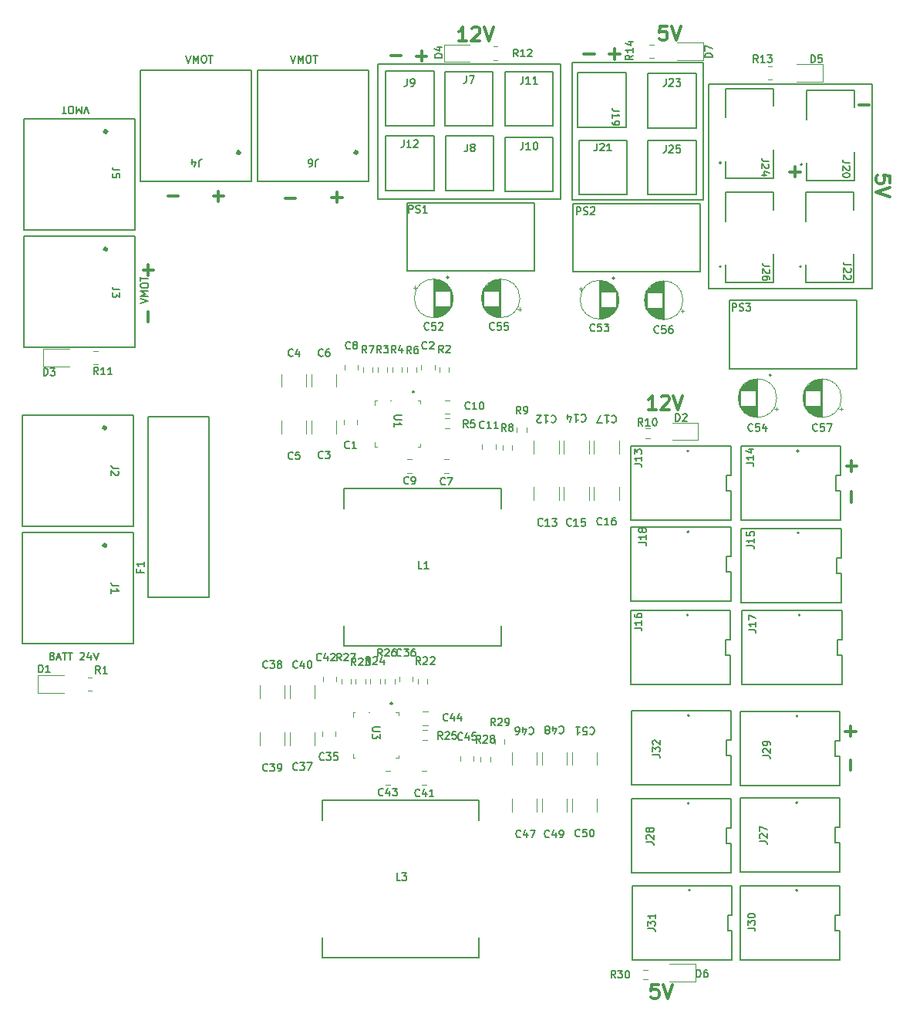
<source format=gbr>
%TF.GenerationSoftware,KiCad,Pcbnew,(6.0.2)*%
%TF.CreationDate,2022-03-05T17:59:28+01:00*%
%TF.ProjectId,Carte_Alim_V6_2022,43617274-655f-4416-9c69-6d5f56365f32,rev?*%
%TF.SameCoordinates,Original*%
%TF.FileFunction,Legend,Top*%
%TF.FilePolarity,Positive*%
%FSLAX46Y46*%
G04 Gerber Fmt 4.6, Leading zero omitted, Abs format (unit mm)*
G04 Created by KiCad (PCBNEW (6.0.2)) date 2022-03-05 17:59:28*
%MOMM*%
%LPD*%
G01*
G04 APERTURE LIST*
%ADD10C,0.152400*%
%ADD11C,0.304800*%
%ADD12C,0.300000*%
%ADD13C,0.200000*%
%ADD14C,0.400000*%
%ADD15C,0.120000*%
%ADD16C,0.127000*%
%ADD17C,0.100000*%
%ADD18C,0.150000*%
G04 APERTURE END LIST*
D10*
X86900000Y-29800000D02*
X107000000Y-29800000D01*
X107000000Y-29800000D02*
X107000000Y-44600000D01*
X107000000Y-44600000D02*
X86900000Y-44600000D01*
X86900000Y-44600000D02*
X86900000Y-29800000D01*
X123200000Y-32000000D02*
X141200000Y-32000000D01*
X141200000Y-32000000D02*
X141200000Y-54400000D01*
X141200000Y-54400000D02*
X123200000Y-54400000D01*
X123200000Y-54400000D02*
X123200000Y-32000000D01*
X108200000Y-29600000D02*
X122600000Y-29600000D01*
X122600000Y-29600000D02*
X122600000Y-44700000D01*
X122600000Y-44700000D02*
X108200000Y-44700000D01*
X108200000Y-44700000D02*
X108200000Y-29600000D01*
D11*
X143134571Y-42809714D02*
X143134571Y-42084000D01*
X142408857Y-42011428D01*
X142481428Y-42084000D01*
X142554000Y-42229142D01*
X142554000Y-42592000D01*
X142481428Y-42737142D01*
X142408857Y-42809714D01*
X142263714Y-42882285D01*
X141900857Y-42882285D01*
X141755714Y-42809714D01*
X141683142Y-42737142D01*
X141610571Y-42592000D01*
X141610571Y-42229142D01*
X141683142Y-42084000D01*
X141755714Y-42011428D01*
X143134571Y-43317714D02*
X141610571Y-43825714D01*
X143134571Y-44333714D01*
X117709714Y-130765428D02*
X116984000Y-130765428D01*
X116911428Y-131491142D01*
X116984000Y-131418571D01*
X117129142Y-131346000D01*
X117492000Y-131346000D01*
X117637142Y-131418571D01*
X117709714Y-131491142D01*
X117782285Y-131636285D01*
X117782285Y-131999142D01*
X117709714Y-132144285D01*
X117637142Y-132216857D01*
X117492000Y-132289428D01*
X117129142Y-132289428D01*
X116984000Y-132216857D01*
X116911428Y-132144285D01*
X118217714Y-130765428D02*
X118725714Y-132289428D01*
X119233714Y-130765428D01*
D12*
X68828571Y-44307142D02*
X69971428Y-44307142D01*
X69400000Y-44878571D02*
X69400000Y-43735714D01*
X61128571Y-52407142D02*
X62271428Y-52407142D01*
X61700000Y-52978571D02*
X61700000Y-51835714D01*
X89471428Y-28892857D02*
X88328571Y-28892857D01*
D11*
X117456571Y-67689428D02*
X116585714Y-67689428D01*
X117021142Y-67689428D02*
X117021142Y-66165428D01*
X116876000Y-66383142D01*
X116730857Y-66528285D01*
X116585714Y-66600857D01*
X118037142Y-66310571D02*
X118109714Y-66238000D01*
X118254857Y-66165428D01*
X118617714Y-66165428D01*
X118762857Y-66238000D01*
X118835428Y-66310571D01*
X118908000Y-66455714D01*
X118908000Y-66600857D01*
X118835428Y-66818571D01*
X117964571Y-67689428D01*
X118908000Y-67689428D01*
X119343428Y-66165428D02*
X119851428Y-67689428D01*
X120359428Y-66165428D01*
D12*
X138807142Y-103571428D02*
X138807142Y-102428571D01*
X139378571Y-103000000D02*
X138235714Y-103000000D01*
X138792857Y-106128571D02*
X138792857Y-107271428D01*
X77871428Y-44492857D02*
X76728571Y-44492857D01*
X61707142Y-58071428D02*
X61707142Y-56928571D01*
D11*
X118609714Y-25615428D02*
X117884000Y-25615428D01*
X117811428Y-26341142D01*
X117884000Y-26268571D01*
X118029142Y-26196000D01*
X118392000Y-26196000D01*
X118537142Y-26268571D01*
X118609714Y-26341142D01*
X118682285Y-26486285D01*
X118682285Y-26849142D01*
X118609714Y-26994285D01*
X118537142Y-27066857D01*
X118392000Y-27139428D01*
X118029142Y-27139428D01*
X117884000Y-27066857D01*
X117811428Y-26994285D01*
X119117714Y-25615428D02*
X119625714Y-27139428D01*
X120133714Y-25615428D01*
D12*
X110671428Y-28692857D02*
X109528571Y-28692857D01*
D10*
X55170780Y-35245104D02*
X54899847Y-34432304D01*
X54628914Y-35245104D01*
X54357980Y-34432304D02*
X54357980Y-35245104D01*
X54087047Y-34664533D01*
X53816114Y-35245104D01*
X53816114Y-34432304D01*
X53274247Y-35245104D02*
X53119428Y-35245104D01*
X53042019Y-35206400D01*
X52964609Y-35128990D01*
X52925904Y-34974171D01*
X52925904Y-34703238D01*
X52964609Y-34548419D01*
X53042019Y-34471009D01*
X53119428Y-34432304D01*
X53274247Y-34432304D01*
X53351657Y-34471009D01*
X53429066Y-34548419D01*
X53467771Y-34703238D01*
X53467771Y-34974171D01*
X53429066Y-35128990D01*
X53351657Y-35206400D01*
X53274247Y-35245104D01*
X52693676Y-35245104D02*
X52229219Y-35245104D01*
X52461447Y-34432304D02*
X52461447Y-35245104D01*
D12*
X81828571Y-44407142D02*
X82971428Y-44407142D01*
X82400000Y-44978571D02*
X82400000Y-43835714D01*
X138907142Y-74471428D02*
X138907142Y-73328571D01*
X139478571Y-73900000D02*
X138335714Y-73900000D01*
X138892857Y-76728571D02*
X138892857Y-77871428D01*
D11*
X96656571Y-27289428D02*
X95785714Y-27289428D01*
X96221142Y-27289428D02*
X96221142Y-25765428D01*
X96076000Y-25983142D01*
X95930857Y-26128285D01*
X95785714Y-26200857D01*
X97237142Y-25910571D02*
X97309714Y-25838000D01*
X97454857Y-25765428D01*
X97817714Y-25765428D01*
X97962857Y-25838000D01*
X98035428Y-25910571D01*
X98108000Y-26055714D01*
X98108000Y-26200857D01*
X98035428Y-26418571D01*
X97164571Y-27289428D01*
X98108000Y-27289428D01*
X98543428Y-25765428D02*
X99051428Y-27289428D01*
X99559428Y-25765428D01*
D12*
X140871428Y-34292857D02*
X139728571Y-34292857D01*
D10*
X51158361Y-94741942D02*
X51274476Y-94780647D01*
X51313180Y-94819352D01*
X51351885Y-94896761D01*
X51351885Y-95012876D01*
X51313180Y-95090285D01*
X51274476Y-95128990D01*
X51197066Y-95167695D01*
X50887428Y-95167695D01*
X50887428Y-94354895D01*
X51158361Y-94354895D01*
X51235771Y-94393600D01*
X51274476Y-94432304D01*
X51313180Y-94509714D01*
X51313180Y-94587123D01*
X51274476Y-94664533D01*
X51235771Y-94703238D01*
X51158361Y-94741942D01*
X50887428Y-94741942D01*
X51661523Y-94935466D02*
X52048571Y-94935466D01*
X51584114Y-95167695D02*
X51855047Y-94354895D01*
X52125980Y-95167695D01*
X52280800Y-94354895D02*
X52745257Y-94354895D01*
X52513028Y-95167695D02*
X52513028Y-94354895D01*
X52900076Y-94354895D02*
X53364533Y-94354895D01*
X53132304Y-95167695D02*
X53132304Y-94354895D01*
X54216038Y-94432304D02*
X54254742Y-94393600D01*
X54332152Y-94354895D01*
X54525676Y-94354895D01*
X54603085Y-94393600D01*
X54641790Y-94432304D01*
X54680495Y-94509714D01*
X54680495Y-94587123D01*
X54641790Y-94703238D01*
X54177333Y-95167695D01*
X54680495Y-95167695D01*
X55377180Y-94625828D02*
X55377180Y-95167695D01*
X55183657Y-94316190D02*
X54990133Y-94896761D01*
X55493295Y-94896761D01*
X55686819Y-94354895D02*
X55957752Y-95167695D01*
X56228685Y-94354895D01*
X65829219Y-28854895D02*
X66100152Y-29667695D01*
X66371085Y-28854895D01*
X66642019Y-29667695D02*
X66642019Y-28854895D01*
X66912952Y-29435466D01*
X67183885Y-28854895D01*
X67183885Y-29667695D01*
X67725752Y-28854895D02*
X67880571Y-28854895D01*
X67957980Y-28893600D01*
X68035390Y-28971009D01*
X68074095Y-29125828D01*
X68074095Y-29396761D01*
X68035390Y-29551580D01*
X67957980Y-29628990D01*
X67880571Y-29667695D01*
X67725752Y-29667695D01*
X67648342Y-29628990D01*
X67570933Y-29551580D01*
X67532228Y-29396761D01*
X67532228Y-29125828D01*
X67570933Y-28971009D01*
X67648342Y-28893600D01*
X67725752Y-28854895D01*
X68306323Y-28854895D02*
X68770780Y-28854895D01*
X68538552Y-29667695D02*
X68538552Y-28854895D01*
X60854895Y-56070780D02*
X61667695Y-55799847D01*
X60854895Y-55528914D01*
X61667695Y-55257980D02*
X60854895Y-55257980D01*
X61435466Y-54987047D01*
X60854895Y-54716114D01*
X61667695Y-54716114D01*
X60854895Y-54174247D02*
X60854895Y-54019428D01*
X60893600Y-53942019D01*
X60971009Y-53864609D01*
X61125828Y-53825904D01*
X61396761Y-53825904D01*
X61551580Y-53864609D01*
X61628990Y-53942019D01*
X61667695Y-54019428D01*
X61667695Y-54174247D01*
X61628990Y-54251657D01*
X61551580Y-54329066D01*
X61396761Y-54367771D01*
X61125828Y-54367771D01*
X60971009Y-54329066D01*
X60893600Y-54251657D01*
X60854895Y-54174247D01*
X60854895Y-53593676D02*
X60854895Y-53129219D01*
X61667695Y-53361447D02*
X60854895Y-53361447D01*
D12*
X132128571Y-41607142D02*
X133271428Y-41607142D01*
X132700000Y-42178571D02*
X132700000Y-41035714D01*
X91128571Y-28907142D02*
X92271428Y-28907142D01*
X91700000Y-29478571D02*
X91700000Y-28335714D01*
X64971428Y-44292857D02*
X63828571Y-44292857D01*
D10*
X77329219Y-28854895D02*
X77600152Y-29667695D01*
X77871085Y-28854895D01*
X78142019Y-29667695D02*
X78142019Y-28854895D01*
X78412952Y-29435466D01*
X78683885Y-28854895D01*
X78683885Y-29667695D01*
X79225752Y-28854895D02*
X79380571Y-28854895D01*
X79457980Y-28893600D01*
X79535390Y-28971009D01*
X79574095Y-29125828D01*
X79574095Y-29396761D01*
X79535390Y-29551580D01*
X79457980Y-29628990D01*
X79380571Y-29667695D01*
X79225752Y-29667695D01*
X79148342Y-29628990D01*
X79070933Y-29551580D01*
X79032228Y-29396761D01*
X79032228Y-29125828D01*
X79070933Y-28971009D01*
X79148342Y-28893600D01*
X79225752Y-28854895D01*
X79806323Y-28854895D02*
X80270780Y-28854895D01*
X80038552Y-29667695D02*
X80038552Y-28854895D01*
D12*
X112328571Y-28707142D02*
X113471428Y-28707142D01*
X112900000Y-29278571D02*
X112900000Y-28135714D01*
D10*
%TO.C,J22*%
X138845104Y-51842019D02*
X138264533Y-51842019D01*
X138148419Y-51803314D01*
X138071009Y-51725904D01*
X138032304Y-51609790D01*
X138032304Y-51532380D01*
X138767695Y-52190361D02*
X138806400Y-52229066D01*
X138845104Y-52306476D01*
X138845104Y-52500000D01*
X138806400Y-52577409D01*
X138767695Y-52616114D01*
X138690285Y-52654819D01*
X138612876Y-52654819D01*
X138496761Y-52616114D01*
X138032304Y-52151657D01*
X138032304Y-52654819D01*
X138767695Y-52964457D02*
X138806400Y-53003161D01*
X138845104Y-53080571D01*
X138845104Y-53274095D01*
X138806400Y-53351504D01*
X138767695Y-53390209D01*
X138690285Y-53428914D01*
X138612876Y-53428914D01*
X138496761Y-53390209D01*
X138032304Y-52925752D01*
X138032304Y-53428914D01*
%TO.C,J32*%
X117054895Y-105557980D02*
X117635466Y-105557980D01*
X117751580Y-105596685D01*
X117828990Y-105674095D01*
X117867695Y-105790209D01*
X117867695Y-105867619D01*
X117054895Y-105248342D02*
X117054895Y-104745180D01*
X117364533Y-105016114D01*
X117364533Y-104900000D01*
X117403238Y-104822590D01*
X117441942Y-104783885D01*
X117519352Y-104745180D01*
X117712876Y-104745180D01*
X117790285Y-104783885D01*
X117828990Y-104822590D01*
X117867695Y-104900000D01*
X117867695Y-105132228D01*
X117828990Y-105209638D01*
X117790285Y-105248342D01*
X117132304Y-104435542D02*
X117093600Y-104396838D01*
X117054895Y-104319428D01*
X117054895Y-104125904D01*
X117093600Y-104048495D01*
X117132304Y-104009790D01*
X117209714Y-103971085D01*
X117287123Y-103971085D01*
X117403238Y-104009790D01*
X117867695Y-104474247D01*
X117867695Y-103971085D01*
%TO.C,J13*%
X115054895Y-73657980D02*
X115635466Y-73657980D01*
X115751580Y-73696685D01*
X115828990Y-73774095D01*
X115867695Y-73890209D01*
X115867695Y-73967619D01*
X115867695Y-72845180D02*
X115867695Y-73309638D01*
X115867695Y-73077409D02*
X115054895Y-73077409D01*
X115171009Y-73154819D01*
X115248419Y-73232228D01*
X115287123Y-73309638D01*
X115054895Y-72574247D02*
X115054895Y-72071085D01*
X115364533Y-72342019D01*
X115364533Y-72225904D01*
X115403238Y-72148495D01*
X115441942Y-72109790D01*
X115519352Y-72071085D01*
X115712876Y-72071085D01*
X115790285Y-72109790D01*
X115828990Y-72148495D01*
X115867695Y-72225904D01*
X115867695Y-72458133D01*
X115828990Y-72535542D01*
X115790285Y-72574247D01*
%TO.C,J5*%
X58545104Y-41429066D02*
X57964533Y-41429066D01*
X57848419Y-41390361D01*
X57771009Y-41312952D01*
X57732304Y-41196838D01*
X57732304Y-41119428D01*
X58545104Y-42203161D02*
X58545104Y-41816114D01*
X58158057Y-41777409D01*
X58196761Y-41816114D01*
X58235466Y-41893523D01*
X58235466Y-42087047D01*
X58196761Y-42164457D01*
X58158057Y-42203161D01*
X58080647Y-42241866D01*
X57887123Y-42241866D01*
X57809714Y-42203161D01*
X57771009Y-42164457D01*
X57732304Y-42087047D01*
X57732304Y-41893523D01*
X57771009Y-41816114D01*
X57809714Y-41777409D01*
%TO.C,D5*%
X134450076Y-29617695D02*
X134450076Y-28804895D01*
X134643600Y-28804895D01*
X134759714Y-28843600D01*
X134837123Y-28921009D01*
X134875828Y-28998419D01*
X134914533Y-29153238D01*
X134914533Y-29269352D01*
X134875828Y-29424171D01*
X134837123Y-29501580D01*
X134759714Y-29578990D01*
X134643600Y-29617695D01*
X134450076Y-29617695D01*
X135649923Y-28804895D02*
X135262876Y-28804895D01*
X135224171Y-29191942D01*
X135262876Y-29153238D01*
X135340285Y-29114533D01*
X135533809Y-29114533D01*
X135611219Y-29153238D01*
X135649923Y-29191942D01*
X135688628Y-29269352D01*
X135688628Y-29462876D01*
X135649923Y-29540285D01*
X135611219Y-29578990D01*
X135533809Y-29617695D01*
X135340285Y-29617695D01*
X135262876Y-29578990D01*
X135224171Y-29540285D01*
%TO.C,C53*%
X110704886Y-59030285D02*
X110666181Y-59068990D01*
X110550067Y-59107695D01*
X110472658Y-59107695D01*
X110356543Y-59068990D01*
X110279134Y-58991580D01*
X110240429Y-58914171D01*
X110201724Y-58759352D01*
X110201724Y-58643238D01*
X110240429Y-58488419D01*
X110279134Y-58411009D01*
X110356543Y-58333600D01*
X110472658Y-58294895D01*
X110550067Y-58294895D01*
X110666181Y-58333600D01*
X110704886Y-58372304D01*
X111440277Y-58294895D02*
X111053229Y-58294895D01*
X111014524Y-58681942D01*
X111053229Y-58643238D01*
X111130639Y-58604533D01*
X111324162Y-58604533D01*
X111401572Y-58643238D01*
X111440277Y-58681942D01*
X111478981Y-58759352D01*
X111478981Y-58952876D01*
X111440277Y-59030285D01*
X111401572Y-59068990D01*
X111324162Y-59107695D01*
X111130639Y-59107695D01*
X111053229Y-59068990D01*
X111014524Y-59030285D01*
X111749915Y-58294895D02*
X112253077Y-58294895D01*
X111982143Y-58604533D01*
X112098258Y-58604533D01*
X112175667Y-58643238D01*
X112214372Y-58681942D01*
X112253077Y-58759352D01*
X112253077Y-58952876D01*
X112214372Y-59030285D01*
X112175667Y-59068990D01*
X112098258Y-59107695D01*
X111866029Y-59107695D01*
X111788620Y-59068990D01*
X111749915Y-59030285D01*
%TO.C,C41*%
X91477485Y-110090285D02*
X91438780Y-110128990D01*
X91322666Y-110167695D01*
X91245257Y-110167695D01*
X91129142Y-110128990D01*
X91051733Y-110051580D01*
X91013028Y-109974171D01*
X90974323Y-109819352D01*
X90974323Y-109703238D01*
X91013028Y-109548419D01*
X91051733Y-109471009D01*
X91129142Y-109393600D01*
X91245257Y-109354895D01*
X91322666Y-109354895D01*
X91438780Y-109393600D01*
X91477485Y-109432304D01*
X92174171Y-109625828D02*
X92174171Y-110167695D01*
X91980647Y-109316190D02*
X91787123Y-109896761D01*
X92290285Y-109896761D01*
X93025676Y-110167695D02*
X92561219Y-110167695D01*
X92793447Y-110167695D02*
X92793447Y-109354895D01*
X92716038Y-109471009D01*
X92638628Y-109548419D01*
X92561219Y-109587123D01*
%TO.C,C46*%
X103522514Y-102609714D02*
X103561219Y-102571009D01*
X103677333Y-102532304D01*
X103754742Y-102532304D01*
X103870857Y-102571009D01*
X103948266Y-102648419D01*
X103986971Y-102725828D01*
X104025676Y-102880647D01*
X104025676Y-102996761D01*
X103986971Y-103151580D01*
X103948266Y-103228990D01*
X103870857Y-103306400D01*
X103754742Y-103345104D01*
X103677333Y-103345104D01*
X103561219Y-103306400D01*
X103522514Y-103267695D01*
X102825828Y-103074171D02*
X102825828Y-102532304D01*
X103019352Y-103383809D02*
X103212876Y-102803238D01*
X102709714Y-102803238D01*
X102051733Y-103345104D02*
X102206552Y-103345104D01*
X102283961Y-103306400D01*
X102322666Y-103267695D01*
X102400076Y-103151580D01*
X102438780Y-102996761D01*
X102438780Y-102687123D01*
X102400076Y-102609714D01*
X102361371Y-102571009D01*
X102283961Y-102532304D01*
X102129142Y-102532304D01*
X102051733Y-102571009D01*
X102013028Y-102609714D01*
X101974323Y-102687123D01*
X101974323Y-102880647D01*
X102013028Y-102958057D01*
X102051733Y-102996761D01*
X102129142Y-103035466D01*
X102283961Y-103035466D01*
X102361371Y-102996761D01*
X102400076Y-102958057D01*
X102438780Y-102880647D01*
%TO.C,J10*%
X102842019Y-38354895D02*
X102842019Y-38935466D01*
X102803314Y-39051580D01*
X102725904Y-39128990D01*
X102609790Y-39167695D01*
X102532380Y-39167695D01*
X103654819Y-39167695D02*
X103190361Y-39167695D01*
X103422590Y-39167695D02*
X103422590Y-38354895D01*
X103345180Y-38471009D01*
X103267771Y-38548419D01*
X103190361Y-38587123D01*
X104157980Y-38354895D02*
X104235390Y-38354895D01*
X104312800Y-38393600D01*
X104351504Y-38432304D01*
X104390209Y-38509714D01*
X104428914Y-38664533D01*
X104428914Y-38858057D01*
X104390209Y-39012876D01*
X104351504Y-39090285D01*
X104312800Y-39128990D01*
X104235390Y-39167695D01*
X104157980Y-39167695D01*
X104080571Y-39128990D01*
X104041866Y-39090285D01*
X104003161Y-39012876D01*
X103964457Y-38858057D01*
X103964457Y-38664533D01*
X104003161Y-38509714D01*
X104041866Y-38432304D01*
X104080571Y-38393600D01*
X104157980Y-38354895D01*
%TO.C,R13*%
X128627485Y-29617695D02*
X128356552Y-29230647D01*
X128163028Y-29617695D02*
X128163028Y-28804895D01*
X128472666Y-28804895D01*
X128550076Y-28843600D01*
X128588780Y-28882304D01*
X128627485Y-28959714D01*
X128627485Y-29075828D01*
X128588780Y-29153238D01*
X128550076Y-29191942D01*
X128472666Y-29230647D01*
X128163028Y-29230647D01*
X129401580Y-29617695D02*
X128937123Y-29617695D01*
X129169352Y-29617695D02*
X129169352Y-28804895D01*
X129091942Y-28921009D01*
X129014533Y-28998419D01*
X128937123Y-29037123D01*
X129672514Y-28804895D02*
X130175676Y-28804895D01*
X129904742Y-29114533D01*
X130020857Y-29114533D01*
X130098266Y-29153238D01*
X130136971Y-29191942D01*
X130175676Y-29269352D01*
X130175676Y-29462876D01*
X130136971Y-29540285D01*
X130098266Y-29578990D01*
X130020857Y-29617695D01*
X129788628Y-29617695D01*
X129711219Y-29578990D01*
X129672514Y-29540285D01*
%TO.C,J8*%
X96729066Y-38554895D02*
X96729066Y-39135466D01*
X96690361Y-39251580D01*
X96612952Y-39328990D01*
X96496838Y-39367695D01*
X96419428Y-39367695D01*
X97232228Y-38903238D02*
X97154819Y-38864533D01*
X97116114Y-38825828D01*
X97077409Y-38748419D01*
X97077409Y-38709714D01*
X97116114Y-38632304D01*
X97154819Y-38593600D01*
X97232228Y-38554895D01*
X97387047Y-38554895D01*
X97464457Y-38593600D01*
X97503161Y-38632304D01*
X97541866Y-38709714D01*
X97541866Y-38748419D01*
X97503161Y-38825828D01*
X97464457Y-38864533D01*
X97387047Y-38903238D01*
X97232228Y-38903238D01*
X97154819Y-38941942D01*
X97116114Y-38980647D01*
X97077409Y-39058057D01*
X97077409Y-39212876D01*
X97116114Y-39290285D01*
X97154819Y-39328990D01*
X97232228Y-39367695D01*
X97387047Y-39367695D01*
X97464457Y-39328990D01*
X97503161Y-39290285D01*
X97541866Y-39212876D01*
X97541866Y-39058057D01*
X97503161Y-38980647D01*
X97464457Y-38941942D01*
X97387047Y-38903238D01*
%TO.C,J19*%
X113420104Y-34917019D02*
X112839533Y-34917019D01*
X112723419Y-34878314D01*
X112646009Y-34800904D01*
X112607304Y-34684790D01*
X112607304Y-34607380D01*
X112607304Y-35729819D02*
X112607304Y-35265361D01*
X112607304Y-35497590D02*
X113420104Y-35497590D01*
X113303990Y-35420180D01*
X113226580Y-35342771D01*
X113187876Y-35265361D01*
X112607304Y-36116866D02*
X112607304Y-36271685D01*
X112646009Y-36349095D01*
X112684714Y-36387800D01*
X112800828Y-36465209D01*
X112955647Y-36503914D01*
X113265285Y-36503914D01*
X113342695Y-36465209D01*
X113381400Y-36426504D01*
X113420104Y-36349095D01*
X113420104Y-36194276D01*
X113381400Y-36116866D01*
X113342695Y-36078161D01*
X113265285Y-36039457D01*
X113071761Y-36039457D01*
X112994352Y-36078161D01*
X112955647Y-36116866D01*
X112916942Y-36194276D01*
X112916942Y-36349095D01*
X112955647Y-36426504D01*
X112994352Y-36465209D01*
X113071761Y-36503914D01*
%TO.C,C8*%
X83864533Y-60990285D02*
X83825828Y-61028990D01*
X83709714Y-61067695D01*
X83632304Y-61067695D01*
X83516190Y-61028990D01*
X83438780Y-60951580D01*
X83400076Y-60874171D01*
X83361371Y-60719352D01*
X83361371Y-60603238D01*
X83400076Y-60448419D01*
X83438780Y-60371009D01*
X83516190Y-60293600D01*
X83632304Y-60254895D01*
X83709714Y-60254895D01*
X83825828Y-60293600D01*
X83864533Y-60332304D01*
X84328990Y-60603238D02*
X84251580Y-60564533D01*
X84212876Y-60525828D01*
X84174171Y-60448419D01*
X84174171Y-60409714D01*
X84212876Y-60332304D01*
X84251580Y-60293600D01*
X84328990Y-60254895D01*
X84483809Y-60254895D01*
X84561219Y-60293600D01*
X84599923Y-60332304D01*
X84638628Y-60409714D01*
X84638628Y-60448419D01*
X84599923Y-60525828D01*
X84561219Y-60564533D01*
X84483809Y-60603238D01*
X84328990Y-60603238D01*
X84251580Y-60641942D01*
X84212876Y-60680647D01*
X84174171Y-60758057D01*
X84174171Y-60912876D01*
X84212876Y-60990285D01*
X84251580Y-61028990D01*
X84328990Y-61067695D01*
X84483809Y-61067695D01*
X84561219Y-61028990D01*
X84599923Y-60990285D01*
X84638628Y-60912876D01*
X84638628Y-60758057D01*
X84599923Y-60680647D01*
X84561219Y-60641942D01*
X84483809Y-60603238D01*
%TO.C,J2*%
X58445104Y-74129066D02*
X57864533Y-74129066D01*
X57748419Y-74090361D01*
X57671009Y-74012952D01*
X57632304Y-73896838D01*
X57632304Y-73819428D01*
X58367695Y-74477409D02*
X58406400Y-74516114D01*
X58445104Y-74593523D01*
X58445104Y-74787047D01*
X58406400Y-74864457D01*
X58367695Y-74903161D01*
X58290285Y-74941866D01*
X58212876Y-74941866D01*
X58096761Y-74903161D01*
X57632304Y-74438704D01*
X57632304Y-74941866D01*
%TO.C,J30*%
X127504895Y-124577980D02*
X128085466Y-124577980D01*
X128201580Y-124616685D01*
X128278990Y-124694095D01*
X128317695Y-124810209D01*
X128317695Y-124887619D01*
X127504895Y-124268342D02*
X127504895Y-123765180D01*
X127814533Y-124036114D01*
X127814533Y-123920000D01*
X127853238Y-123842590D01*
X127891942Y-123803885D01*
X127969352Y-123765180D01*
X128162876Y-123765180D01*
X128240285Y-123803885D01*
X128278990Y-123842590D01*
X128317695Y-123920000D01*
X128317695Y-124152228D01*
X128278990Y-124229638D01*
X128240285Y-124268342D01*
X127504895Y-123262019D02*
X127504895Y-123184609D01*
X127543600Y-123107200D01*
X127582304Y-123068495D01*
X127659714Y-123029790D01*
X127814533Y-122991085D01*
X128008057Y-122991085D01*
X128162876Y-123029790D01*
X128240285Y-123068495D01*
X128278990Y-123107200D01*
X128317695Y-123184609D01*
X128317695Y-123262019D01*
X128278990Y-123339428D01*
X128240285Y-123378133D01*
X128162876Y-123416838D01*
X128008057Y-123455542D01*
X127814533Y-123455542D01*
X127659714Y-123416838D01*
X127582304Y-123378133D01*
X127543600Y-123339428D01*
X127504895Y-123262019D01*
%TO.C,C56*%
X117750085Y-59240285D02*
X117711380Y-59278990D01*
X117595266Y-59317695D01*
X117517857Y-59317695D01*
X117401742Y-59278990D01*
X117324333Y-59201580D01*
X117285628Y-59124171D01*
X117246923Y-58969352D01*
X117246923Y-58853238D01*
X117285628Y-58698419D01*
X117324333Y-58621009D01*
X117401742Y-58543600D01*
X117517857Y-58504895D01*
X117595266Y-58504895D01*
X117711380Y-58543600D01*
X117750085Y-58582304D01*
X118485476Y-58504895D02*
X118098428Y-58504895D01*
X118059723Y-58891942D01*
X118098428Y-58853238D01*
X118175838Y-58814533D01*
X118369361Y-58814533D01*
X118446771Y-58853238D01*
X118485476Y-58891942D01*
X118524180Y-58969352D01*
X118524180Y-59162876D01*
X118485476Y-59240285D01*
X118446771Y-59278990D01*
X118369361Y-59317695D01*
X118175838Y-59317695D01*
X118098428Y-59278990D01*
X118059723Y-59240285D01*
X119220866Y-58504895D02*
X119066047Y-58504895D01*
X118988638Y-58543600D01*
X118949933Y-58582304D01*
X118872523Y-58698419D01*
X118833819Y-58853238D01*
X118833819Y-59162876D01*
X118872523Y-59240285D01*
X118911228Y-59278990D01*
X118988638Y-59317695D01*
X119143457Y-59317695D01*
X119220866Y-59278990D01*
X119259571Y-59240285D01*
X119298276Y-59162876D01*
X119298276Y-58969352D01*
X119259571Y-58891942D01*
X119220866Y-58853238D01*
X119143457Y-58814533D01*
X118988638Y-58814533D01*
X118911228Y-58853238D01*
X118872523Y-58891942D01*
X118833819Y-58969352D01*
%TO.C,J18*%
X115554895Y-82277980D02*
X116135466Y-82277980D01*
X116251580Y-82316685D01*
X116328990Y-82394095D01*
X116367695Y-82510209D01*
X116367695Y-82587619D01*
X116367695Y-81465180D02*
X116367695Y-81929638D01*
X116367695Y-81697409D02*
X115554895Y-81697409D01*
X115671009Y-81774819D01*
X115748419Y-81852228D01*
X115787123Y-81929638D01*
X115903238Y-81000723D02*
X115864533Y-81078133D01*
X115825828Y-81116838D01*
X115748419Y-81155542D01*
X115709714Y-81155542D01*
X115632304Y-81116838D01*
X115593600Y-81078133D01*
X115554895Y-81000723D01*
X115554895Y-80845904D01*
X115593600Y-80768495D01*
X115632304Y-80729790D01*
X115709714Y-80691085D01*
X115748419Y-80691085D01*
X115825828Y-80729790D01*
X115864533Y-80768495D01*
X115903238Y-80845904D01*
X115903238Y-81000723D01*
X115941942Y-81078133D01*
X115980647Y-81116838D01*
X116058057Y-81155542D01*
X116212876Y-81155542D01*
X116290285Y-81116838D01*
X116328990Y-81078133D01*
X116367695Y-81000723D01*
X116367695Y-80845904D01*
X116328990Y-80768495D01*
X116290285Y-80729790D01*
X116212876Y-80691085D01*
X116058057Y-80691085D01*
X115980647Y-80729790D01*
X115941942Y-80768495D01*
X115903238Y-80845904D01*
%TO.C,R6*%
X90564533Y-61555195D02*
X90293600Y-61168147D01*
X90100076Y-61555195D02*
X90100076Y-60742395D01*
X90409714Y-60742395D01*
X90487123Y-60781100D01*
X90525828Y-60819804D01*
X90564533Y-60897214D01*
X90564533Y-61013328D01*
X90525828Y-61090738D01*
X90487123Y-61129442D01*
X90409714Y-61168147D01*
X90100076Y-61168147D01*
X91261219Y-60742395D02*
X91106400Y-60742395D01*
X91028990Y-60781100D01*
X90990285Y-60819804D01*
X90912876Y-60935919D01*
X90874171Y-61090738D01*
X90874171Y-61400376D01*
X90912876Y-61477785D01*
X90951580Y-61516490D01*
X91028990Y-61555195D01*
X91183809Y-61555195D01*
X91261219Y-61516490D01*
X91299923Y-61477785D01*
X91338628Y-61400376D01*
X91338628Y-61206852D01*
X91299923Y-61129442D01*
X91261219Y-61090738D01*
X91183809Y-61052033D01*
X91028990Y-61052033D01*
X90951580Y-61090738D01*
X90912876Y-61129442D01*
X90874171Y-61206852D01*
%TO.C,C51*%
X110172514Y-102609714D02*
X110211219Y-102571009D01*
X110327333Y-102532304D01*
X110404742Y-102532304D01*
X110520857Y-102571009D01*
X110598266Y-102648419D01*
X110636971Y-102725828D01*
X110675676Y-102880647D01*
X110675676Y-102996761D01*
X110636971Y-103151580D01*
X110598266Y-103228990D01*
X110520857Y-103306400D01*
X110404742Y-103345104D01*
X110327333Y-103345104D01*
X110211219Y-103306400D01*
X110172514Y-103267695D01*
X109437123Y-103345104D02*
X109824171Y-103345104D01*
X109862876Y-102958057D01*
X109824171Y-102996761D01*
X109746761Y-103035466D01*
X109553238Y-103035466D01*
X109475828Y-102996761D01*
X109437123Y-102958057D01*
X109398419Y-102880647D01*
X109398419Y-102687123D01*
X109437123Y-102609714D01*
X109475828Y-102571009D01*
X109553238Y-102532304D01*
X109746761Y-102532304D01*
X109824171Y-102571009D01*
X109862876Y-102609714D01*
X108624323Y-102532304D02*
X109088780Y-102532304D01*
X108856552Y-102532304D02*
X108856552Y-103345104D01*
X108933961Y-103228990D01*
X109011371Y-103151580D01*
X109088780Y-103112876D01*
%TO.C,C47*%
X102577484Y-114590285D02*
X102538779Y-114628990D01*
X102422665Y-114667695D01*
X102345256Y-114667695D01*
X102229141Y-114628990D01*
X102151732Y-114551580D01*
X102113027Y-114474171D01*
X102074322Y-114319352D01*
X102074322Y-114203238D01*
X102113027Y-114048419D01*
X102151732Y-113971009D01*
X102229141Y-113893600D01*
X102345256Y-113854895D01*
X102422665Y-113854895D01*
X102538779Y-113893600D01*
X102577484Y-113932304D01*
X103274170Y-114125828D02*
X103274170Y-114667695D01*
X103080646Y-113816190D02*
X102887122Y-114396761D01*
X103390284Y-114396761D01*
X103622513Y-113854895D02*
X104164379Y-113854895D01*
X103816037Y-114667695D01*
%TO.C,C2*%
X92264533Y-60990285D02*
X92225828Y-61028990D01*
X92109714Y-61067695D01*
X92032304Y-61067695D01*
X91916190Y-61028990D01*
X91838780Y-60951580D01*
X91800076Y-60874171D01*
X91761371Y-60719352D01*
X91761371Y-60603238D01*
X91800076Y-60448419D01*
X91838780Y-60371009D01*
X91916190Y-60293600D01*
X92032304Y-60254895D01*
X92109714Y-60254895D01*
X92225828Y-60293600D01*
X92264533Y-60332304D01*
X92574171Y-60332304D02*
X92612876Y-60293600D01*
X92690285Y-60254895D01*
X92883809Y-60254895D01*
X92961219Y-60293600D01*
X92999923Y-60332304D01*
X93038628Y-60409714D01*
X93038628Y-60487123D01*
X92999923Y-60603238D01*
X92535466Y-61067695D01*
X93038628Y-61067695D01*
%TO.C,R14*%
X114917695Y-28822514D02*
X114530647Y-29093447D01*
X114917695Y-29286971D02*
X114104895Y-29286971D01*
X114104895Y-28977333D01*
X114143600Y-28899923D01*
X114182304Y-28861219D01*
X114259714Y-28822514D01*
X114375828Y-28822514D01*
X114453238Y-28861219D01*
X114491942Y-28899923D01*
X114530647Y-28977333D01*
X114530647Y-29286971D01*
X114917695Y-28048419D02*
X114917695Y-28512876D01*
X114917695Y-28280647D02*
X114104895Y-28280647D01*
X114221009Y-28358057D01*
X114298419Y-28435466D01*
X114337123Y-28512876D01*
X114375828Y-27351733D02*
X114917695Y-27351733D01*
X114066190Y-27545257D02*
X114646761Y-27738780D01*
X114646761Y-27235619D01*
%TO.C,R22*%
X91577485Y-95667695D02*
X91306552Y-95280647D01*
X91113028Y-95667695D02*
X91113028Y-94854895D01*
X91422666Y-94854895D01*
X91500076Y-94893600D01*
X91538780Y-94932304D01*
X91577485Y-95009714D01*
X91577485Y-95125828D01*
X91538780Y-95203238D01*
X91500076Y-95241942D01*
X91422666Y-95280647D01*
X91113028Y-95280647D01*
X91887123Y-94932304D02*
X91925828Y-94893600D01*
X92003238Y-94854895D01*
X92196761Y-94854895D01*
X92274171Y-94893600D01*
X92312876Y-94932304D01*
X92351580Y-95009714D01*
X92351580Y-95087123D01*
X92312876Y-95203238D01*
X91848419Y-95667695D01*
X92351580Y-95667695D01*
X92661219Y-94932304D02*
X92699923Y-94893600D01*
X92777333Y-94854895D01*
X92970857Y-94854895D01*
X93048266Y-94893600D01*
X93086971Y-94932304D01*
X93125676Y-95009714D01*
X93125676Y-95087123D01*
X93086971Y-95203238D01*
X92622514Y-95667695D01*
X93125676Y-95667695D01*
%TO.C,C39*%
X74777485Y-107290285D02*
X74738780Y-107328990D01*
X74622666Y-107367695D01*
X74545257Y-107367695D01*
X74429142Y-107328990D01*
X74351733Y-107251580D01*
X74313028Y-107174171D01*
X74274323Y-107019352D01*
X74274323Y-106903238D01*
X74313028Y-106748419D01*
X74351733Y-106671009D01*
X74429142Y-106593600D01*
X74545257Y-106554895D01*
X74622666Y-106554895D01*
X74738780Y-106593600D01*
X74777485Y-106632304D01*
X75048419Y-106554895D02*
X75551580Y-106554895D01*
X75280647Y-106864533D01*
X75396761Y-106864533D01*
X75474171Y-106903238D01*
X75512876Y-106941942D01*
X75551580Y-107019352D01*
X75551580Y-107212876D01*
X75512876Y-107290285D01*
X75474171Y-107328990D01*
X75396761Y-107367695D01*
X75164533Y-107367695D01*
X75087123Y-107328990D01*
X75048419Y-107290285D01*
X75938628Y-107367695D02*
X76093447Y-107367695D01*
X76170857Y-107328990D01*
X76209561Y-107290285D01*
X76286971Y-107174171D01*
X76325676Y-107019352D01*
X76325676Y-106709714D01*
X76286971Y-106632304D01*
X76248266Y-106593600D01*
X76170857Y-106554895D01*
X76016038Y-106554895D01*
X75938628Y-106593600D01*
X75899923Y-106632304D01*
X75861219Y-106709714D01*
X75861219Y-106903238D01*
X75899923Y-106980647D01*
X75938628Y-107019352D01*
X76016038Y-107058057D01*
X76170857Y-107058057D01*
X76248266Y-107019352D01*
X76286971Y-106980647D01*
X76325676Y-106903238D01*
%TO.C,C49*%
X105727485Y-114590285D02*
X105688780Y-114628990D01*
X105572666Y-114667695D01*
X105495257Y-114667695D01*
X105379142Y-114628990D01*
X105301733Y-114551580D01*
X105263028Y-114474171D01*
X105224323Y-114319352D01*
X105224323Y-114203238D01*
X105263028Y-114048419D01*
X105301733Y-113971009D01*
X105379142Y-113893600D01*
X105495257Y-113854895D01*
X105572666Y-113854895D01*
X105688780Y-113893600D01*
X105727485Y-113932304D01*
X106424171Y-114125828D02*
X106424171Y-114667695D01*
X106230647Y-113816190D02*
X106037123Y-114396761D01*
X106540285Y-114396761D01*
X106888628Y-114667695D02*
X107043447Y-114667695D01*
X107120857Y-114628990D01*
X107159561Y-114590285D01*
X107236971Y-114474171D01*
X107275676Y-114319352D01*
X107275676Y-114009714D01*
X107236971Y-113932304D01*
X107198266Y-113893600D01*
X107120857Y-113854895D01*
X106966038Y-113854895D01*
X106888628Y-113893600D01*
X106849923Y-113932304D01*
X106811219Y-114009714D01*
X106811219Y-114203238D01*
X106849923Y-114280647D01*
X106888628Y-114319352D01*
X106966038Y-114358057D01*
X107120857Y-114358057D01*
X107198266Y-114319352D01*
X107236971Y-114280647D01*
X107275676Y-114203238D01*
%TO.C,J12*%
X89742019Y-38114895D02*
X89742019Y-38695466D01*
X89703314Y-38811580D01*
X89625904Y-38888990D01*
X89509790Y-38927695D01*
X89432380Y-38927695D01*
X90554819Y-38927695D02*
X90090361Y-38927695D01*
X90322590Y-38927695D02*
X90322590Y-38114895D01*
X90245180Y-38231009D01*
X90167771Y-38308419D01*
X90090361Y-38347123D01*
X90864457Y-38192304D02*
X90903161Y-38153600D01*
X90980571Y-38114895D01*
X91174095Y-38114895D01*
X91251504Y-38153600D01*
X91290209Y-38192304D01*
X91328914Y-38269714D01*
X91328914Y-38347123D01*
X91290209Y-38463238D01*
X90825752Y-38927695D01*
X91328914Y-38927695D01*
%TO.C,D7*%
X123617695Y-29049923D02*
X122804895Y-29049923D01*
X122804895Y-28856400D01*
X122843600Y-28740285D01*
X122921009Y-28662876D01*
X122998419Y-28624171D01*
X123153238Y-28585466D01*
X123269352Y-28585466D01*
X123424171Y-28624171D01*
X123501580Y-28662876D01*
X123578990Y-28740285D01*
X123617695Y-28856400D01*
X123617695Y-29049923D01*
X122804895Y-28314533D02*
X122804895Y-27772666D01*
X123617695Y-28121009D01*
%TO.C,D6*%
X121900076Y-129967695D02*
X121900076Y-129154895D01*
X122093600Y-129154895D01*
X122209714Y-129193600D01*
X122287123Y-129271009D01*
X122325828Y-129348419D01*
X122364533Y-129503238D01*
X122364533Y-129619352D01*
X122325828Y-129774171D01*
X122287123Y-129851580D01*
X122209714Y-129928990D01*
X122093600Y-129967695D01*
X121900076Y-129967695D01*
X123061219Y-129154895D02*
X122906400Y-129154895D01*
X122828990Y-129193600D01*
X122790285Y-129232304D01*
X122712876Y-129348419D01*
X122674171Y-129503238D01*
X122674171Y-129812876D01*
X122712876Y-129890285D01*
X122751580Y-129928990D01*
X122828990Y-129967695D01*
X122983809Y-129967695D01*
X123061219Y-129928990D01*
X123099923Y-129890285D01*
X123138628Y-129812876D01*
X123138628Y-129619352D01*
X123099923Y-129541942D01*
X123061219Y-129503238D01*
X122983809Y-129464533D01*
X122828990Y-129464533D01*
X122751580Y-129503238D01*
X122712876Y-129541942D01*
X122674171Y-129619352D01*
%TO.C,C17*%
X112572514Y-68409714D02*
X112611219Y-68371009D01*
X112727333Y-68332304D01*
X112804742Y-68332304D01*
X112920857Y-68371009D01*
X112998266Y-68448419D01*
X113036971Y-68525828D01*
X113075676Y-68680647D01*
X113075676Y-68796761D01*
X113036971Y-68951580D01*
X112998266Y-69028990D01*
X112920857Y-69106400D01*
X112804742Y-69145104D01*
X112727333Y-69145104D01*
X112611219Y-69106400D01*
X112572514Y-69067695D01*
X111798419Y-68332304D02*
X112262876Y-68332304D01*
X112030647Y-68332304D02*
X112030647Y-69145104D01*
X112108057Y-69028990D01*
X112185466Y-68951580D01*
X112262876Y-68912876D01*
X111527485Y-69145104D02*
X110985619Y-69145104D01*
X111333961Y-68332304D01*
%TO.C,C3*%
X80864533Y-72990285D02*
X80825828Y-73028990D01*
X80709714Y-73067695D01*
X80632304Y-73067695D01*
X80516190Y-73028990D01*
X80438780Y-72951580D01*
X80400076Y-72874171D01*
X80361371Y-72719352D01*
X80361371Y-72603238D01*
X80400076Y-72448419D01*
X80438780Y-72371009D01*
X80516190Y-72293600D01*
X80632304Y-72254895D01*
X80709714Y-72254895D01*
X80825828Y-72293600D01*
X80864533Y-72332304D01*
X81135466Y-72254895D02*
X81638628Y-72254895D01*
X81367695Y-72564533D01*
X81483809Y-72564533D01*
X81561219Y-72603238D01*
X81599923Y-72641942D01*
X81638628Y-72719352D01*
X81638628Y-72912876D01*
X81599923Y-72990285D01*
X81561219Y-73028990D01*
X81483809Y-73067695D01*
X81251580Y-73067695D01*
X81174171Y-73028990D01*
X81135466Y-72990285D01*
%TO.C,J15*%
X127404895Y-82657980D02*
X127985466Y-82657980D01*
X128101580Y-82696685D01*
X128178990Y-82774095D01*
X128217695Y-82890209D01*
X128217695Y-82967619D01*
X128217695Y-81845180D02*
X128217695Y-82309638D01*
X128217695Y-82077409D02*
X127404895Y-82077409D01*
X127521009Y-82154819D01*
X127598419Y-82232228D01*
X127637123Y-82309638D01*
X127404895Y-81109790D02*
X127404895Y-81496838D01*
X127791942Y-81535542D01*
X127753238Y-81496838D01*
X127714533Y-81419428D01*
X127714533Y-81225904D01*
X127753238Y-81148495D01*
X127791942Y-81109790D01*
X127869352Y-81071085D01*
X128062876Y-81071085D01*
X128140285Y-81109790D01*
X128178990Y-81148495D01*
X128217695Y-81225904D01*
X128217695Y-81419428D01*
X128178990Y-81496838D01*
X128140285Y-81535542D01*
%TO.C,J29*%
X129174895Y-105677980D02*
X129755466Y-105677980D01*
X129871580Y-105716685D01*
X129948990Y-105794095D01*
X129987695Y-105910209D01*
X129987695Y-105987619D01*
X129252304Y-105329638D02*
X129213600Y-105290933D01*
X129174895Y-105213523D01*
X129174895Y-105020000D01*
X129213600Y-104942590D01*
X129252304Y-104903885D01*
X129329714Y-104865180D01*
X129407123Y-104865180D01*
X129523238Y-104903885D01*
X129987695Y-105368342D01*
X129987695Y-104865180D01*
X129987695Y-104478133D02*
X129987695Y-104323314D01*
X129948990Y-104245904D01*
X129910285Y-104207200D01*
X129794171Y-104129790D01*
X129639352Y-104091085D01*
X129329714Y-104091085D01*
X129252304Y-104129790D01*
X129213600Y-104168495D01*
X129174895Y-104245904D01*
X129174895Y-104400723D01*
X129213600Y-104478133D01*
X129252304Y-104516838D01*
X129329714Y-104555542D01*
X129523238Y-104555542D01*
X129600647Y-104516838D01*
X129639352Y-104478133D01*
X129678057Y-104400723D01*
X129678057Y-104245904D01*
X129639352Y-104168495D01*
X129600647Y-104129790D01*
X129523238Y-104091085D01*
%TO.C,PS3*%
X125813028Y-56855195D02*
X125813028Y-56042395D01*
X126122666Y-56042395D01*
X126200076Y-56081100D01*
X126238780Y-56119804D01*
X126277485Y-56197214D01*
X126277485Y-56313328D01*
X126238780Y-56390738D01*
X126200076Y-56429442D01*
X126122666Y-56468147D01*
X125813028Y-56468147D01*
X126587123Y-56816490D02*
X126703238Y-56855195D01*
X126896761Y-56855195D01*
X126974171Y-56816490D01*
X127012876Y-56777785D01*
X127051580Y-56700376D01*
X127051580Y-56622966D01*
X127012876Y-56545557D01*
X126974171Y-56506852D01*
X126896761Y-56468147D01*
X126741942Y-56429442D01*
X126664533Y-56390738D01*
X126625828Y-56352033D01*
X126587123Y-56274623D01*
X126587123Y-56197214D01*
X126625828Y-56119804D01*
X126664533Y-56081100D01*
X126741942Y-56042395D01*
X126935466Y-56042395D01*
X127051580Y-56081100D01*
X127322514Y-56042395D02*
X127825676Y-56042395D01*
X127554742Y-56352033D01*
X127670857Y-56352033D01*
X127748266Y-56390738D01*
X127786971Y-56429442D01*
X127825676Y-56506852D01*
X127825676Y-56700376D01*
X127786971Y-56777785D01*
X127748266Y-56816490D01*
X127670857Y-56855195D01*
X127438628Y-56855195D01*
X127361219Y-56816490D01*
X127322514Y-56777785D01*
%TO.C,J11*%
X102842019Y-31154895D02*
X102842019Y-31735466D01*
X102803314Y-31851580D01*
X102725904Y-31928990D01*
X102609790Y-31967695D01*
X102532380Y-31967695D01*
X103654819Y-31967695D02*
X103190361Y-31967695D01*
X103422590Y-31967695D02*
X103422590Y-31154895D01*
X103345180Y-31271009D01*
X103267771Y-31348419D01*
X103190361Y-31387123D01*
X104428914Y-31967695D02*
X103964457Y-31967695D01*
X104196685Y-31967695D02*
X104196685Y-31154895D01*
X104119276Y-31271009D01*
X104041866Y-31348419D01*
X103964457Y-31387123D01*
%TO.C,J16*%
X115054895Y-91657980D02*
X115635466Y-91657980D01*
X115751580Y-91696685D01*
X115828990Y-91774095D01*
X115867695Y-91890209D01*
X115867695Y-91967619D01*
X115867695Y-90845180D02*
X115867695Y-91309638D01*
X115867695Y-91077409D02*
X115054895Y-91077409D01*
X115171009Y-91154819D01*
X115248419Y-91232228D01*
X115287123Y-91309638D01*
X115054895Y-90148495D02*
X115054895Y-90303314D01*
X115093600Y-90380723D01*
X115132304Y-90419428D01*
X115248419Y-90496838D01*
X115403238Y-90535542D01*
X115712876Y-90535542D01*
X115790285Y-90496838D01*
X115828990Y-90458133D01*
X115867695Y-90380723D01*
X115867695Y-90225904D01*
X115828990Y-90148495D01*
X115790285Y-90109790D01*
X115712876Y-90071085D01*
X115519352Y-90071085D01*
X115441942Y-90109790D01*
X115403238Y-90148495D01*
X115364533Y-90225904D01*
X115364533Y-90380723D01*
X115403238Y-90458133D01*
X115441942Y-90496838D01*
X115519352Y-90535542D01*
%TO.C,C57*%
X135150085Y-69987785D02*
X135111380Y-70026490D01*
X134995266Y-70065195D01*
X134917857Y-70065195D01*
X134801742Y-70026490D01*
X134724333Y-69949080D01*
X134685628Y-69871671D01*
X134646923Y-69716852D01*
X134646923Y-69600738D01*
X134685628Y-69445919D01*
X134724333Y-69368509D01*
X134801742Y-69291100D01*
X134917857Y-69252395D01*
X134995266Y-69252395D01*
X135111380Y-69291100D01*
X135150085Y-69329804D01*
X135885476Y-69252395D02*
X135498428Y-69252395D01*
X135459723Y-69639442D01*
X135498428Y-69600738D01*
X135575838Y-69562033D01*
X135769361Y-69562033D01*
X135846771Y-69600738D01*
X135885476Y-69639442D01*
X135924180Y-69716852D01*
X135924180Y-69910376D01*
X135885476Y-69987785D01*
X135846771Y-70026490D01*
X135769361Y-70065195D01*
X135575838Y-70065195D01*
X135498428Y-70026490D01*
X135459723Y-69987785D01*
X136195114Y-69252395D02*
X136736980Y-69252395D01*
X136388638Y-70065195D01*
%TO.C,D4*%
X93967695Y-29099923D02*
X93154895Y-29099923D01*
X93154895Y-28906400D01*
X93193600Y-28790285D01*
X93271009Y-28712876D01*
X93348419Y-28674171D01*
X93503238Y-28635466D01*
X93619352Y-28635466D01*
X93774171Y-28674171D01*
X93851580Y-28712876D01*
X93928990Y-28790285D01*
X93967695Y-28906400D01*
X93967695Y-29099923D01*
X93425828Y-27938780D02*
X93967695Y-27938780D01*
X93116190Y-28132304D02*
X93696761Y-28325828D01*
X93696761Y-27822666D01*
%TO.C,C11*%
X98577485Y-69690285D02*
X98538780Y-69728990D01*
X98422666Y-69767695D01*
X98345257Y-69767695D01*
X98229142Y-69728990D01*
X98151733Y-69651580D01*
X98113028Y-69574171D01*
X98074323Y-69419352D01*
X98074323Y-69303238D01*
X98113028Y-69148419D01*
X98151733Y-69071009D01*
X98229142Y-68993600D01*
X98345257Y-68954895D01*
X98422666Y-68954895D01*
X98538780Y-68993600D01*
X98577485Y-69032304D01*
X99351580Y-69767695D02*
X98887123Y-69767695D01*
X99119352Y-69767695D02*
X99119352Y-68954895D01*
X99041942Y-69071009D01*
X98964533Y-69148419D01*
X98887123Y-69187123D01*
X100125676Y-69767695D02*
X99661219Y-69767695D01*
X99893447Y-69767695D02*
X99893447Y-68954895D01*
X99816038Y-69071009D01*
X99738628Y-69148419D01*
X99661219Y-69187123D01*
%TO.C,J24*%
X129845104Y-40442019D02*
X129264533Y-40442019D01*
X129148419Y-40403314D01*
X129071009Y-40325904D01*
X129032304Y-40209790D01*
X129032304Y-40132380D01*
X129767695Y-40790361D02*
X129806400Y-40829066D01*
X129845104Y-40906476D01*
X129845104Y-41100000D01*
X129806400Y-41177409D01*
X129767695Y-41216114D01*
X129690285Y-41254819D01*
X129612876Y-41254819D01*
X129496761Y-41216114D01*
X129032304Y-40751657D01*
X129032304Y-41254819D01*
X129574171Y-41951504D02*
X129032304Y-41951504D01*
X129883809Y-41757980D02*
X129303238Y-41564457D01*
X129303238Y-42067619D01*
%TO.C,C44*%
X94577485Y-101790285D02*
X94538780Y-101828990D01*
X94422666Y-101867695D01*
X94345257Y-101867695D01*
X94229142Y-101828990D01*
X94151733Y-101751580D01*
X94113028Y-101674171D01*
X94074323Y-101519352D01*
X94074323Y-101403238D01*
X94113028Y-101248419D01*
X94151733Y-101171009D01*
X94229142Y-101093600D01*
X94345257Y-101054895D01*
X94422666Y-101054895D01*
X94538780Y-101093600D01*
X94577485Y-101132304D01*
X95274171Y-101325828D02*
X95274171Y-101867695D01*
X95080647Y-101016190D02*
X94887123Y-101596761D01*
X95390285Y-101596761D01*
X96048266Y-101325828D02*
X96048266Y-101867695D01*
X95854742Y-101016190D02*
X95661219Y-101596761D01*
X96164380Y-101596761D01*
%TO.C,J23*%
X118542019Y-31394895D02*
X118542019Y-31975466D01*
X118503314Y-32091580D01*
X118425904Y-32168990D01*
X118309790Y-32207695D01*
X118232380Y-32207695D01*
X118890361Y-31472304D02*
X118929066Y-31433600D01*
X119006476Y-31394895D01*
X119200000Y-31394895D01*
X119277409Y-31433600D01*
X119316114Y-31472304D01*
X119354819Y-31549714D01*
X119354819Y-31627123D01*
X119316114Y-31743238D01*
X118851657Y-32207695D01*
X119354819Y-32207695D01*
X119625752Y-31394895D02*
X120128914Y-31394895D01*
X119857980Y-31704533D01*
X119974095Y-31704533D01*
X120051504Y-31743238D01*
X120090209Y-31781942D01*
X120128914Y-31859352D01*
X120128914Y-32052876D01*
X120090209Y-32130285D01*
X120051504Y-32168990D01*
X119974095Y-32207695D01*
X119741866Y-32207695D01*
X119664457Y-32168990D01*
X119625752Y-32130285D01*
%TO.C,R9*%
X102564533Y-68167695D02*
X102293600Y-67780647D01*
X102100076Y-68167695D02*
X102100076Y-67354895D01*
X102409714Y-67354895D01*
X102487123Y-67393600D01*
X102525828Y-67432304D01*
X102564533Y-67509714D01*
X102564533Y-67625828D01*
X102525828Y-67703238D01*
X102487123Y-67741942D01*
X102409714Y-67780647D01*
X102100076Y-67780647D01*
X102951580Y-68167695D02*
X103106400Y-68167695D01*
X103183809Y-68128990D01*
X103222514Y-68090285D01*
X103299923Y-67974171D01*
X103338628Y-67819352D01*
X103338628Y-67509714D01*
X103299923Y-67432304D01*
X103261219Y-67393600D01*
X103183809Y-67354895D01*
X103028990Y-67354895D01*
X102951580Y-67393600D01*
X102912876Y-67432304D01*
X102874171Y-67509714D01*
X102874171Y-67703238D01*
X102912876Y-67780647D01*
X102951580Y-67819352D01*
X103028990Y-67858057D01*
X103183809Y-67858057D01*
X103261219Y-67819352D01*
X103299923Y-67780647D01*
X103338628Y-67703238D01*
%TO.C,C37*%
X78077485Y-107190285D02*
X78038780Y-107228990D01*
X77922666Y-107267695D01*
X77845257Y-107267695D01*
X77729142Y-107228990D01*
X77651733Y-107151580D01*
X77613028Y-107074171D01*
X77574323Y-106919352D01*
X77574323Y-106803238D01*
X77613028Y-106648419D01*
X77651733Y-106571009D01*
X77729142Y-106493600D01*
X77845257Y-106454895D01*
X77922666Y-106454895D01*
X78038780Y-106493600D01*
X78077485Y-106532304D01*
X78348419Y-106454895D02*
X78851580Y-106454895D01*
X78580647Y-106764533D01*
X78696761Y-106764533D01*
X78774171Y-106803238D01*
X78812876Y-106841942D01*
X78851580Y-106919352D01*
X78851580Y-107112876D01*
X78812876Y-107190285D01*
X78774171Y-107228990D01*
X78696761Y-107267695D01*
X78464533Y-107267695D01*
X78387123Y-107228990D01*
X78348419Y-107190285D01*
X79122514Y-106454895D02*
X79664380Y-106454895D01*
X79316038Y-107267695D01*
%TO.C,J27*%
X128804895Y-115057980D02*
X129385466Y-115057980D01*
X129501580Y-115096685D01*
X129578990Y-115174095D01*
X129617695Y-115290209D01*
X129617695Y-115367619D01*
X128882304Y-114709638D02*
X128843600Y-114670933D01*
X128804895Y-114593523D01*
X128804895Y-114400000D01*
X128843600Y-114322590D01*
X128882304Y-114283885D01*
X128959714Y-114245180D01*
X129037123Y-114245180D01*
X129153238Y-114283885D01*
X129617695Y-114748342D01*
X129617695Y-114245180D01*
X128804895Y-113974247D02*
X128804895Y-113432380D01*
X129617695Y-113780723D01*
%TO.C,C13*%
X104977485Y-80390285D02*
X104938780Y-80428990D01*
X104822666Y-80467695D01*
X104745257Y-80467695D01*
X104629142Y-80428990D01*
X104551733Y-80351580D01*
X104513028Y-80274171D01*
X104474323Y-80119352D01*
X104474323Y-80003238D01*
X104513028Y-79848419D01*
X104551733Y-79771009D01*
X104629142Y-79693600D01*
X104745257Y-79654895D01*
X104822666Y-79654895D01*
X104938780Y-79693600D01*
X104977485Y-79732304D01*
X105751580Y-80467695D02*
X105287123Y-80467695D01*
X105519352Y-80467695D02*
X105519352Y-79654895D01*
X105441942Y-79771009D01*
X105364533Y-79848419D01*
X105287123Y-79887123D01*
X106022514Y-79654895D02*
X106525676Y-79654895D01*
X106254742Y-79964533D01*
X106370857Y-79964533D01*
X106448266Y-80003238D01*
X106486971Y-80041942D01*
X106525676Y-80119352D01*
X106525676Y-80312876D01*
X106486971Y-80390285D01*
X106448266Y-80428990D01*
X106370857Y-80467695D01*
X106138628Y-80467695D01*
X106061219Y-80428990D01*
X106022514Y-80390285D01*
%TO.C,C50*%
X109077485Y-114490285D02*
X109038780Y-114528990D01*
X108922666Y-114567695D01*
X108845257Y-114567695D01*
X108729142Y-114528990D01*
X108651733Y-114451580D01*
X108613028Y-114374171D01*
X108574323Y-114219352D01*
X108574323Y-114103238D01*
X108613028Y-113948419D01*
X108651733Y-113871009D01*
X108729142Y-113793600D01*
X108845257Y-113754895D01*
X108922666Y-113754895D01*
X109038780Y-113793600D01*
X109077485Y-113832304D01*
X109812876Y-113754895D02*
X109425828Y-113754895D01*
X109387123Y-114141942D01*
X109425828Y-114103238D01*
X109503238Y-114064533D01*
X109696761Y-114064533D01*
X109774171Y-114103238D01*
X109812876Y-114141942D01*
X109851580Y-114219352D01*
X109851580Y-114412876D01*
X109812876Y-114490285D01*
X109774171Y-114528990D01*
X109696761Y-114567695D01*
X109503238Y-114567695D01*
X109425828Y-114528990D01*
X109387123Y-114490285D01*
X110354742Y-113754895D02*
X110432152Y-113754895D01*
X110509561Y-113793600D01*
X110548266Y-113832304D01*
X110586971Y-113909714D01*
X110625676Y-114064533D01*
X110625676Y-114258057D01*
X110586971Y-114412876D01*
X110548266Y-114490285D01*
X110509561Y-114528990D01*
X110432152Y-114567695D01*
X110354742Y-114567695D01*
X110277333Y-114528990D01*
X110238628Y-114490285D01*
X110199923Y-114412876D01*
X110161219Y-114258057D01*
X110161219Y-114064533D01*
X110199923Y-113909714D01*
X110238628Y-113832304D01*
X110277333Y-113793600D01*
X110354742Y-113754895D01*
%TO.C,C16*%
X111477485Y-80290285D02*
X111438780Y-80328990D01*
X111322666Y-80367695D01*
X111245257Y-80367695D01*
X111129142Y-80328990D01*
X111051733Y-80251580D01*
X111013028Y-80174171D01*
X110974323Y-80019352D01*
X110974323Y-79903238D01*
X111013028Y-79748419D01*
X111051733Y-79671009D01*
X111129142Y-79593600D01*
X111245257Y-79554895D01*
X111322666Y-79554895D01*
X111438780Y-79593600D01*
X111477485Y-79632304D01*
X112251580Y-80367695D02*
X111787123Y-80367695D01*
X112019352Y-80367695D02*
X112019352Y-79554895D01*
X111941942Y-79671009D01*
X111864533Y-79748419D01*
X111787123Y-79787123D01*
X112948266Y-79554895D02*
X112793447Y-79554895D01*
X112716038Y-79593600D01*
X112677333Y-79632304D01*
X112599923Y-79748419D01*
X112561219Y-79903238D01*
X112561219Y-80212876D01*
X112599923Y-80290285D01*
X112638628Y-80328990D01*
X112716038Y-80367695D01*
X112870857Y-80367695D01*
X112948266Y-80328990D01*
X112986971Y-80290285D01*
X113025676Y-80212876D01*
X113025676Y-80019352D01*
X112986971Y-79941942D01*
X112948266Y-79903238D01*
X112870857Y-79864533D01*
X112716038Y-79864533D01*
X112638628Y-79903238D01*
X112599923Y-79941942D01*
X112561219Y-80019352D01*
%TO.C,C5*%
X77564533Y-73090285D02*
X77525828Y-73128990D01*
X77409714Y-73167695D01*
X77332304Y-73167695D01*
X77216190Y-73128990D01*
X77138780Y-73051580D01*
X77100076Y-72974171D01*
X77061371Y-72819352D01*
X77061371Y-72703238D01*
X77100076Y-72548419D01*
X77138780Y-72471009D01*
X77216190Y-72393600D01*
X77332304Y-72354895D01*
X77409714Y-72354895D01*
X77525828Y-72393600D01*
X77564533Y-72432304D01*
X78299923Y-72354895D02*
X77912876Y-72354895D01*
X77874171Y-72741942D01*
X77912876Y-72703238D01*
X77990285Y-72664533D01*
X78183809Y-72664533D01*
X78261219Y-72703238D01*
X78299923Y-72741942D01*
X78338628Y-72819352D01*
X78338628Y-73012876D01*
X78299923Y-73090285D01*
X78261219Y-73128990D01*
X78183809Y-73167695D01*
X77990285Y-73167695D01*
X77912876Y-73128990D01*
X77874171Y-73090285D01*
%TO.C,R3*%
X87264533Y-61467695D02*
X86993600Y-61080647D01*
X86800076Y-61467695D02*
X86800076Y-60654895D01*
X87109714Y-60654895D01*
X87187123Y-60693600D01*
X87225828Y-60732304D01*
X87264533Y-60809714D01*
X87264533Y-60925828D01*
X87225828Y-61003238D01*
X87187123Y-61041942D01*
X87109714Y-61080647D01*
X86800076Y-61080647D01*
X87535466Y-60654895D02*
X88038628Y-60654895D01*
X87767695Y-60964533D01*
X87883809Y-60964533D01*
X87961219Y-61003238D01*
X87999923Y-61041942D01*
X88038628Y-61119352D01*
X88038628Y-61312876D01*
X87999923Y-61390285D01*
X87961219Y-61428990D01*
X87883809Y-61467695D01*
X87651580Y-61467695D01*
X87574171Y-61428990D01*
X87535466Y-61390285D01*
%TO.C,J25*%
X118542019Y-38694895D02*
X118542019Y-39275466D01*
X118503314Y-39391580D01*
X118425904Y-39468990D01*
X118309790Y-39507695D01*
X118232380Y-39507695D01*
X118890361Y-38772304D02*
X118929066Y-38733600D01*
X119006476Y-38694895D01*
X119200000Y-38694895D01*
X119277409Y-38733600D01*
X119316114Y-38772304D01*
X119354819Y-38849714D01*
X119354819Y-38927123D01*
X119316114Y-39043238D01*
X118851657Y-39507695D01*
X119354819Y-39507695D01*
X120090209Y-38694895D02*
X119703161Y-38694895D01*
X119664457Y-39081942D01*
X119703161Y-39043238D01*
X119780571Y-39004533D01*
X119974095Y-39004533D01*
X120051504Y-39043238D01*
X120090209Y-39081942D01*
X120128914Y-39159352D01*
X120128914Y-39352876D01*
X120090209Y-39430285D01*
X120051504Y-39468990D01*
X119974095Y-39507695D01*
X119780571Y-39507695D01*
X119703161Y-39468990D01*
X119664457Y-39430285D01*
%TO.C,J14*%
X127354895Y-73557980D02*
X127935466Y-73557980D01*
X128051580Y-73596685D01*
X128128990Y-73674095D01*
X128167695Y-73790209D01*
X128167695Y-73867619D01*
X128167695Y-72745180D02*
X128167695Y-73209638D01*
X128167695Y-72977409D02*
X127354895Y-72977409D01*
X127471009Y-73054819D01*
X127548419Y-73132228D01*
X127587123Y-73209638D01*
X127625828Y-72048495D02*
X128167695Y-72048495D01*
X127316190Y-72242019D02*
X127896761Y-72435542D01*
X127896761Y-71932380D01*
%TO.C,U1*%
X89520104Y-68325723D02*
X88862123Y-68325723D01*
X88784714Y-68364428D01*
X88746009Y-68403133D01*
X88707304Y-68480542D01*
X88707304Y-68635361D01*
X88746009Y-68712771D01*
X88784714Y-68751476D01*
X88862123Y-68790180D01*
X89520104Y-68790180D01*
X88707304Y-69602980D02*
X88707304Y-69138523D01*
X88707304Y-69370752D02*
X89520104Y-69370752D01*
X89403990Y-69293342D01*
X89326580Y-69215933D01*
X89287876Y-69138523D01*
%TO.C,R10*%
X115977485Y-69467695D02*
X115706552Y-69080647D01*
X115513028Y-69467695D02*
X115513028Y-68654895D01*
X115822666Y-68654895D01*
X115900076Y-68693600D01*
X115938780Y-68732304D01*
X115977485Y-68809714D01*
X115977485Y-68925828D01*
X115938780Y-69003238D01*
X115900076Y-69041942D01*
X115822666Y-69080647D01*
X115513028Y-69080647D01*
X116751580Y-69467695D02*
X116287123Y-69467695D01*
X116519352Y-69467695D02*
X116519352Y-68654895D01*
X116441942Y-68771009D01*
X116364533Y-68848419D01*
X116287123Y-68887123D01*
X117254742Y-68654895D02*
X117332152Y-68654895D01*
X117409561Y-68693600D01*
X117448266Y-68732304D01*
X117486971Y-68809714D01*
X117525676Y-68964533D01*
X117525676Y-69158057D01*
X117486971Y-69312876D01*
X117448266Y-69390285D01*
X117409561Y-69428990D01*
X117332152Y-69467695D01*
X117254742Y-69467695D01*
X117177333Y-69428990D01*
X117138628Y-69390285D01*
X117099923Y-69312876D01*
X117061219Y-69158057D01*
X117061219Y-68964533D01*
X117099923Y-68809714D01*
X117138628Y-68732304D01*
X117177333Y-68693600D01*
X117254742Y-68654895D01*
%TO.C,R26*%
X87377485Y-94767695D02*
X87106552Y-94380647D01*
X86913028Y-94767695D02*
X86913028Y-93954895D01*
X87222666Y-93954895D01*
X87300076Y-93993600D01*
X87338780Y-94032304D01*
X87377485Y-94109714D01*
X87377485Y-94225828D01*
X87338780Y-94303238D01*
X87300076Y-94341942D01*
X87222666Y-94380647D01*
X86913028Y-94380647D01*
X87687123Y-94032304D02*
X87725828Y-93993600D01*
X87803238Y-93954895D01*
X87996761Y-93954895D01*
X88074171Y-93993600D01*
X88112876Y-94032304D01*
X88151580Y-94109714D01*
X88151580Y-94187123D01*
X88112876Y-94303238D01*
X87648419Y-94767695D01*
X88151580Y-94767695D01*
X88848266Y-93954895D02*
X88693447Y-93954895D01*
X88616038Y-93993600D01*
X88577333Y-94032304D01*
X88499923Y-94148419D01*
X88461219Y-94303238D01*
X88461219Y-94612876D01*
X88499923Y-94690285D01*
X88538628Y-94728990D01*
X88616038Y-94767695D01*
X88770857Y-94767695D01*
X88848266Y-94728990D01*
X88886971Y-94690285D01*
X88925676Y-94612876D01*
X88925676Y-94419352D01*
X88886971Y-94341942D01*
X88848266Y-94303238D01*
X88770857Y-94264533D01*
X88616038Y-94264533D01*
X88538628Y-94303238D01*
X88499923Y-94341942D01*
X88461219Y-94419352D01*
%TO.C,C54*%
X128050084Y-69987785D02*
X128011379Y-70026490D01*
X127895265Y-70065195D01*
X127817856Y-70065195D01*
X127701741Y-70026490D01*
X127624332Y-69949080D01*
X127585627Y-69871671D01*
X127546922Y-69716852D01*
X127546922Y-69600738D01*
X127585627Y-69445919D01*
X127624332Y-69368509D01*
X127701741Y-69291100D01*
X127817856Y-69252395D01*
X127895265Y-69252395D01*
X128011379Y-69291100D01*
X128050084Y-69329804D01*
X128785475Y-69252395D02*
X128398427Y-69252395D01*
X128359722Y-69639442D01*
X128398427Y-69600738D01*
X128475837Y-69562033D01*
X128669360Y-69562033D01*
X128746770Y-69600738D01*
X128785475Y-69639442D01*
X128824179Y-69716852D01*
X128824179Y-69910376D01*
X128785475Y-69987785D01*
X128746770Y-70026490D01*
X128669360Y-70065195D01*
X128475837Y-70065195D01*
X128398427Y-70026490D01*
X128359722Y-69987785D01*
X129520865Y-69523328D02*
X129520865Y-70065195D01*
X129327341Y-69213690D02*
X129133818Y-69794261D01*
X129636979Y-69794261D01*
%TO.C,R1*%
X56414533Y-96667695D02*
X56143600Y-96280647D01*
X55950076Y-96667695D02*
X55950076Y-95854895D01*
X56259714Y-95854895D01*
X56337123Y-95893600D01*
X56375828Y-95932304D01*
X56414533Y-96009714D01*
X56414533Y-96125828D01*
X56375828Y-96203238D01*
X56337123Y-96241942D01*
X56259714Y-96280647D01*
X55950076Y-96280647D01*
X57188628Y-96667695D02*
X56724171Y-96667695D01*
X56956400Y-96667695D02*
X56956400Y-95854895D01*
X56878990Y-95971009D01*
X56801580Y-96048419D01*
X56724171Y-96087123D01*
%TO.C,C42*%
X80677485Y-95190285D02*
X80638780Y-95228990D01*
X80522666Y-95267695D01*
X80445257Y-95267695D01*
X80329142Y-95228990D01*
X80251733Y-95151580D01*
X80213028Y-95074171D01*
X80174323Y-94919352D01*
X80174323Y-94803238D01*
X80213028Y-94648419D01*
X80251733Y-94571009D01*
X80329142Y-94493600D01*
X80445257Y-94454895D01*
X80522666Y-94454895D01*
X80638780Y-94493600D01*
X80677485Y-94532304D01*
X81374171Y-94725828D02*
X81374171Y-95267695D01*
X81180647Y-94416190D02*
X80987123Y-94996761D01*
X81490285Y-94996761D01*
X81761219Y-94532304D02*
X81799923Y-94493600D01*
X81877333Y-94454895D01*
X82070857Y-94454895D01*
X82148266Y-94493600D01*
X82186971Y-94532304D01*
X82225676Y-94609714D01*
X82225676Y-94687123D01*
X82186971Y-94803238D01*
X81722514Y-95267695D01*
X82225676Y-95267695D01*
%TO.C,C43*%
X87477485Y-109990285D02*
X87438780Y-110028990D01*
X87322666Y-110067695D01*
X87245257Y-110067695D01*
X87129142Y-110028990D01*
X87051733Y-109951580D01*
X87013028Y-109874171D01*
X86974323Y-109719352D01*
X86974323Y-109603238D01*
X87013028Y-109448419D01*
X87051733Y-109371009D01*
X87129142Y-109293600D01*
X87245257Y-109254895D01*
X87322666Y-109254895D01*
X87438780Y-109293600D01*
X87477485Y-109332304D01*
X88174171Y-109525828D02*
X88174171Y-110067695D01*
X87980647Y-109216190D02*
X87787123Y-109796761D01*
X88290285Y-109796761D01*
X88522514Y-109254895D02*
X89025676Y-109254895D01*
X88754742Y-109564533D01*
X88870857Y-109564533D01*
X88948266Y-109603238D01*
X88986971Y-109641942D01*
X89025676Y-109719352D01*
X89025676Y-109912876D01*
X88986971Y-109990285D01*
X88948266Y-110028990D01*
X88870857Y-110067695D01*
X88638628Y-110067695D01*
X88561219Y-110028990D01*
X88522514Y-109990285D01*
%TO.C,C4*%
X77564533Y-61790285D02*
X77525828Y-61828990D01*
X77409714Y-61867695D01*
X77332304Y-61867695D01*
X77216190Y-61828990D01*
X77138780Y-61751580D01*
X77100076Y-61674171D01*
X77061371Y-61519352D01*
X77061371Y-61403238D01*
X77100076Y-61248419D01*
X77138780Y-61171009D01*
X77216190Y-61093600D01*
X77332304Y-61054895D01*
X77409714Y-61054895D01*
X77525828Y-61093600D01*
X77564533Y-61132304D01*
X78261219Y-61325828D02*
X78261219Y-61867695D01*
X78067695Y-61016190D02*
X77874171Y-61596761D01*
X78377333Y-61596761D01*
%TO.C,R25*%
X93977485Y-103867695D02*
X93706552Y-103480647D01*
X93513028Y-103867695D02*
X93513028Y-103054895D01*
X93822666Y-103054895D01*
X93900076Y-103093600D01*
X93938780Y-103132304D01*
X93977485Y-103209714D01*
X93977485Y-103325828D01*
X93938780Y-103403238D01*
X93900076Y-103441942D01*
X93822666Y-103480647D01*
X93513028Y-103480647D01*
X94287123Y-103132304D02*
X94325828Y-103093600D01*
X94403238Y-103054895D01*
X94596761Y-103054895D01*
X94674171Y-103093600D01*
X94712876Y-103132304D01*
X94751580Y-103209714D01*
X94751580Y-103287123D01*
X94712876Y-103403238D01*
X94248419Y-103867695D01*
X94751580Y-103867695D01*
X95486971Y-103054895D02*
X95099923Y-103054895D01*
X95061219Y-103441942D01*
X95099923Y-103403238D01*
X95177333Y-103364533D01*
X95370857Y-103364533D01*
X95448266Y-103403238D01*
X95486971Y-103441942D01*
X95525676Y-103519352D01*
X95525676Y-103712876D01*
X95486971Y-103790285D01*
X95448266Y-103828990D01*
X95370857Y-103867695D01*
X95177333Y-103867695D01*
X95099923Y-103828990D01*
X95061219Y-103790285D01*
%TO.C,J26*%
X129945104Y-51942019D02*
X129364533Y-51942019D01*
X129248419Y-51903314D01*
X129171009Y-51825904D01*
X129132304Y-51709790D01*
X129132304Y-51632380D01*
X129867695Y-52290361D02*
X129906400Y-52329066D01*
X129945104Y-52406476D01*
X129945104Y-52600000D01*
X129906400Y-52677409D01*
X129867695Y-52716114D01*
X129790285Y-52754819D01*
X129712876Y-52754819D01*
X129596761Y-52716114D01*
X129132304Y-52251657D01*
X129132304Y-52754819D01*
X129945104Y-53451504D02*
X129945104Y-53296685D01*
X129906400Y-53219276D01*
X129867695Y-53180571D01*
X129751580Y-53103161D01*
X129596761Y-53064457D01*
X129287123Y-53064457D01*
X129209714Y-53103161D01*
X129171009Y-53141866D01*
X129132304Y-53219276D01*
X129132304Y-53374095D01*
X129171009Y-53451504D01*
X129209714Y-53490209D01*
X129287123Y-53528914D01*
X129480647Y-53528914D01*
X129558057Y-53490209D01*
X129596761Y-53451504D01*
X129635466Y-53374095D01*
X129635466Y-53219276D01*
X129596761Y-53141866D01*
X129558057Y-53103161D01*
X129480647Y-53064457D01*
%TO.C,R5*%
X96764533Y-69667695D02*
X96493600Y-69280647D01*
X96300076Y-69667695D02*
X96300076Y-68854895D01*
X96609714Y-68854895D01*
X96687123Y-68893600D01*
X96725828Y-68932304D01*
X96764533Y-69009714D01*
X96764533Y-69125828D01*
X96725828Y-69203238D01*
X96687123Y-69241942D01*
X96609714Y-69280647D01*
X96300076Y-69280647D01*
X97499923Y-68854895D02*
X97112876Y-68854895D01*
X97074171Y-69241942D01*
X97112876Y-69203238D01*
X97190285Y-69164533D01*
X97383809Y-69164533D01*
X97461219Y-69203238D01*
X97499923Y-69241942D01*
X97538628Y-69319352D01*
X97538628Y-69512876D01*
X97499923Y-69590285D01*
X97461219Y-69628990D01*
X97383809Y-69667695D01*
X97190285Y-69667695D01*
X97112876Y-69628990D01*
X97074171Y-69590285D01*
%TO.C,R12*%
X102277485Y-28967695D02*
X102006552Y-28580647D01*
X101813028Y-28967695D02*
X101813028Y-28154895D01*
X102122666Y-28154895D01*
X102200076Y-28193600D01*
X102238780Y-28232304D01*
X102277485Y-28309714D01*
X102277485Y-28425828D01*
X102238780Y-28503238D01*
X102200076Y-28541942D01*
X102122666Y-28580647D01*
X101813028Y-28580647D01*
X103051580Y-28967695D02*
X102587123Y-28967695D01*
X102819352Y-28967695D02*
X102819352Y-28154895D01*
X102741942Y-28271009D01*
X102664533Y-28348419D01*
X102587123Y-28387123D01*
X103361219Y-28232304D02*
X103399923Y-28193600D01*
X103477333Y-28154895D01*
X103670857Y-28154895D01*
X103748266Y-28193600D01*
X103786971Y-28232304D01*
X103825676Y-28309714D01*
X103825676Y-28387123D01*
X103786971Y-28503238D01*
X103322514Y-28967695D01*
X103825676Y-28967695D01*
%TO.C,PS2*%
X108713028Y-46307695D02*
X108713028Y-45494895D01*
X109022666Y-45494895D01*
X109100076Y-45533600D01*
X109138780Y-45572304D01*
X109177485Y-45649714D01*
X109177485Y-45765828D01*
X109138780Y-45843238D01*
X109100076Y-45881942D01*
X109022666Y-45920647D01*
X108713028Y-45920647D01*
X109487123Y-46268990D02*
X109603238Y-46307695D01*
X109796761Y-46307695D01*
X109874171Y-46268990D01*
X109912876Y-46230285D01*
X109951580Y-46152876D01*
X109951580Y-46075466D01*
X109912876Y-45998057D01*
X109874171Y-45959352D01*
X109796761Y-45920647D01*
X109641942Y-45881942D01*
X109564533Y-45843238D01*
X109525828Y-45804533D01*
X109487123Y-45727123D01*
X109487123Y-45649714D01*
X109525828Y-45572304D01*
X109564533Y-45533600D01*
X109641942Y-45494895D01*
X109835466Y-45494895D01*
X109951580Y-45533600D01*
X110261219Y-45572304D02*
X110299923Y-45533600D01*
X110377333Y-45494895D01*
X110570857Y-45494895D01*
X110648266Y-45533600D01*
X110686971Y-45572304D01*
X110725676Y-45649714D01*
X110725676Y-45727123D01*
X110686971Y-45843238D01*
X110222514Y-46307695D01*
X110725676Y-46307695D01*
%TO.C,C10*%
X96977485Y-67590285D02*
X96938780Y-67628990D01*
X96822666Y-67667695D01*
X96745257Y-67667695D01*
X96629142Y-67628990D01*
X96551733Y-67551580D01*
X96513028Y-67474171D01*
X96474323Y-67319352D01*
X96474323Y-67203238D01*
X96513028Y-67048419D01*
X96551733Y-66971009D01*
X96629142Y-66893600D01*
X96745257Y-66854895D01*
X96822666Y-66854895D01*
X96938780Y-66893600D01*
X96977485Y-66932304D01*
X97751580Y-67667695D02*
X97287123Y-67667695D01*
X97519352Y-67667695D02*
X97519352Y-66854895D01*
X97441942Y-66971009D01*
X97364533Y-67048419D01*
X97287123Y-67087123D01*
X98254742Y-66854895D02*
X98332152Y-66854895D01*
X98409561Y-66893600D01*
X98448266Y-66932304D01*
X98486971Y-67009714D01*
X98525676Y-67164533D01*
X98525676Y-67358057D01*
X98486971Y-67512876D01*
X98448266Y-67590285D01*
X98409561Y-67628990D01*
X98332152Y-67667695D01*
X98254742Y-67667695D01*
X98177333Y-67628990D01*
X98138628Y-67590285D01*
X98099923Y-67512876D01*
X98061219Y-67358057D01*
X98061219Y-67164533D01*
X98099923Y-67009714D01*
X98138628Y-66932304D01*
X98177333Y-66893600D01*
X98254742Y-66854895D01*
%TO.C,R7*%
X85664533Y-61467695D02*
X85393600Y-61080647D01*
X85200076Y-61467695D02*
X85200076Y-60654895D01*
X85509714Y-60654895D01*
X85587123Y-60693600D01*
X85625828Y-60732304D01*
X85664533Y-60809714D01*
X85664533Y-60925828D01*
X85625828Y-61003238D01*
X85587123Y-61041942D01*
X85509714Y-61080647D01*
X85200076Y-61080647D01*
X85935466Y-60654895D02*
X86477333Y-60654895D01*
X86128990Y-61467695D01*
%TO.C,J17*%
X127604895Y-91857980D02*
X128185466Y-91857980D01*
X128301580Y-91896685D01*
X128378990Y-91974095D01*
X128417695Y-92090209D01*
X128417695Y-92167619D01*
X128417695Y-91045180D02*
X128417695Y-91509638D01*
X128417695Y-91277409D02*
X127604895Y-91277409D01*
X127721009Y-91354819D01*
X127798419Y-91432228D01*
X127837123Y-91509638D01*
X127604895Y-90774247D02*
X127604895Y-90232380D01*
X128417695Y-90580723D01*
%TO.C,R29*%
X99777485Y-102367695D02*
X99506552Y-101980647D01*
X99313028Y-102367695D02*
X99313028Y-101554895D01*
X99622666Y-101554895D01*
X99700076Y-101593600D01*
X99738780Y-101632304D01*
X99777485Y-101709714D01*
X99777485Y-101825828D01*
X99738780Y-101903238D01*
X99700076Y-101941942D01*
X99622666Y-101980647D01*
X99313028Y-101980647D01*
X100087123Y-101632304D02*
X100125828Y-101593600D01*
X100203238Y-101554895D01*
X100396761Y-101554895D01*
X100474171Y-101593600D01*
X100512876Y-101632304D01*
X100551580Y-101709714D01*
X100551580Y-101787123D01*
X100512876Y-101903238D01*
X100048419Y-102367695D01*
X100551580Y-102367695D01*
X100938628Y-102367695D02*
X101093447Y-102367695D01*
X101170857Y-102328990D01*
X101209561Y-102290285D01*
X101286971Y-102174171D01*
X101325676Y-102019352D01*
X101325676Y-101709714D01*
X101286971Y-101632304D01*
X101248266Y-101593600D01*
X101170857Y-101554895D01*
X101016038Y-101554895D01*
X100938628Y-101593600D01*
X100899923Y-101632304D01*
X100861219Y-101709714D01*
X100861219Y-101903238D01*
X100899923Y-101980647D01*
X100938628Y-102019352D01*
X101016038Y-102058057D01*
X101170857Y-102058057D01*
X101248266Y-102019352D01*
X101286971Y-101980647D01*
X101325676Y-101903238D01*
%TO.C,C40*%
X78077485Y-95990285D02*
X78038780Y-96028990D01*
X77922666Y-96067695D01*
X77845257Y-96067695D01*
X77729142Y-96028990D01*
X77651733Y-95951580D01*
X77613028Y-95874171D01*
X77574323Y-95719352D01*
X77574323Y-95603238D01*
X77613028Y-95448419D01*
X77651733Y-95371009D01*
X77729142Y-95293600D01*
X77845257Y-95254895D01*
X77922666Y-95254895D01*
X78038780Y-95293600D01*
X78077485Y-95332304D01*
X78774171Y-95525828D02*
X78774171Y-96067695D01*
X78580647Y-95216190D02*
X78387123Y-95796761D01*
X78890285Y-95796761D01*
X79354742Y-95254895D02*
X79432152Y-95254895D01*
X79509561Y-95293600D01*
X79548266Y-95332304D01*
X79586971Y-95409714D01*
X79625676Y-95564533D01*
X79625676Y-95758057D01*
X79586971Y-95912876D01*
X79548266Y-95990285D01*
X79509561Y-96028990D01*
X79432152Y-96067695D01*
X79354742Y-96067695D01*
X79277333Y-96028990D01*
X79238628Y-95990285D01*
X79199923Y-95912876D01*
X79161219Y-95758057D01*
X79161219Y-95564533D01*
X79199923Y-95409714D01*
X79238628Y-95332304D01*
X79277333Y-95293600D01*
X79354742Y-95254895D01*
%TO.C,J3*%
X58545104Y-54529066D02*
X57964533Y-54529066D01*
X57848419Y-54490361D01*
X57771009Y-54412952D01*
X57732304Y-54296838D01*
X57732304Y-54219428D01*
X58545104Y-54838704D02*
X58545104Y-55341866D01*
X58235466Y-55070933D01*
X58235466Y-55187047D01*
X58196761Y-55264457D01*
X58158057Y-55303161D01*
X58080647Y-55341866D01*
X57887123Y-55341866D01*
X57809714Y-55303161D01*
X57771009Y-55264457D01*
X57732304Y-55187047D01*
X57732304Y-54954819D01*
X57771009Y-54877409D01*
X57809714Y-54838704D01*
%TO.C,D3*%
X50200076Y-63967695D02*
X50200076Y-63154895D01*
X50393600Y-63154895D01*
X50509714Y-63193600D01*
X50587123Y-63271009D01*
X50625828Y-63348419D01*
X50664533Y-63503238D01*
X50664533Y-63619352D01*
X50625828Y-63774171D01*
X50587123Y-63851580D01*
X50509714Y-63928990D01*
X50393600Y-63967695D01*
X50200076Y-63967695D01*
X50935466Y-63154895D02*
X51438628Y-63154895D01*
X51167695Y-63464533D01*
X51283809Y-63464533D01*
X51361219Y-63503238D01*
X51399923Y-63541942D01*
X51438628Y-63619352D01*
X51438628Y-63812876D01*
X51399923Y-63890285D01*
X51361219Y-63928990D01*
X51283809Y-63967695D01*
X51051580Y-63967695D01*
X50974171Y-63928990D01*
X50935466Y-63890285D01*
%TO.C,C7*%
X94264533Y-75890285D02*
X94225828Y-75928990D01*
X94109714Y-75967695D01*
X94032304Y-75967695D01*
X93916190Y-75928990D01*
X93838780Y-75851580D01*
X93800076Y-75774171D01*
X93761371Y-75619352D01*
X93761371Y-75503238D01*
X93800076Y-75348419D01*
X93838780Y-75271009D01*
X93916190Y-75193600D01*
X94032304Y-75154895D01*
X94109714Y-75154895D01*
X94225828Y-75193600D01*
X94264533Y-75232304D01*
X94535466Y-75154895D02*
X95077333Y-75154895D01*
X94728990Y-75967695D01*
%TO.C,D1*%
X49650076Y-96517695D02*
X49650076Y-95704895D01*
X49843600Y-95704895D01*
X49959714Y-95743600D01*
X50037123Y-95821009D01*
X50075828Y-95898419D01*
X50114533Y-96053238D01*
X50114533Y-96169352D01*
X50075828Y-96324171D01*
X50037123Y-96401580D01*
X49959714Y-96478990D01*
X49843600Y-96517695D01*
X49650076Y-96517695D01*
X50888628Y-96517695D02*
X50424171Y-96517695D01*
X50656400Y-96517695D02*
X50656400Y-95704895D01*
X50578990Y-95821009D01*
X50501580Y-95898419D01*
X50424171Y-95937123D01*
%TO.C,J1*%
X58445104Y-87029066D02*
X57864533Y-87029066D01*
X57748419Y-86990361D01*
X57671009Y-86912952D01*
X57632304Y-86796838D01*
X57632304Y-86719428D01*
X57632304Y-87841866D02*
X57632304Y-87377409D01*
X57632304Y-87609638D02*
X58445104Y-87609638D01*
X58328990Y-87532228D01*
X58251580Y-87454819D01*
X58212876Y-87377409D01*
%TO.C,C36*%
X89477485Y-94690285D02*
X89438780Y-94728990D01*
X89322666Y-94767695D01*
X89245257Y-94767695D01*
X89129142Y-94728990D01*
X89051733Y-94651580D01*
X89013028Y-94574171D01*
X88974323Y-94419352D01*
X88974323Y-94303238D01*
X89013028Y-94148419D01*
X89051733Y-94071009D01*
X89129142Y-93993600D01*
X89245257Y-93954895D01*
X89322666Y-93954895D01*
X89438780Y-93993600D01*
X89477485Y-94032304D01*
X89748419Y-93954895D02*
X90251580Y-93954895D01*
X89980647Y-94264533D01*
X90096761Y-94264533D01*
X90174171Y-94303238D01*
X90212876Y-94341942D01*
X90251580Y-94419352D01*
X90251580Y-94612876D01*
X90212876Y-94690285D01*
X90174171Y-94728990D01*
X90096761Y-94767695D01*
X89864533Y-94767695D01*
X89787123Y-94728990D01*
X89748419Y-94690285D01*
X90948266Y-93954895D02*
X90793447Y-93954895D01*
X90716038Y-93993600D01*
X90677333Y-94032304D01*
X90599923Y-94148419D01*
X90561219Y-94303238D01*
X90561219Y-94612876D01*
X90599923Y-94690285D01*
X90638628Y-94728990D01*
X90716038Y-94767695D01*
X90870857Y-94767695D01*
X90948266Y-94728990D01*
X90986971Y-94690285D01*
X91025676Y-94612876D01*
X91025676Y-94419352D01*
X90986971Y-94341942D01*
X90948266Y-94303238D01*
X90870857Y-94264533D01*
X90716038Y-94264533D01*
X90638628Y-94303238D01*
X90599923Y-94341942D01*
X90561219Y-94419352D01*
%TO.C,C9*%
X90264533Y-75790285D02*
X90225828Y-75828990D01*
X90109714Y-75867695D01*
X90032304Y-75867695D01*
X89916190Y-75828990D01*
X89838780Y-75751580D01*
X89800076Y-75674171D01*
X89761371Y-75519352D01*
X89761371Y-75403238D01*
X89800076Y-75248419D01*
X89838780Y-75171009D01*
X89916190Y-75093600D01*
X90032304Y-75054895D01*
X90109714Y-75054895D01*
X90225828Y-75093600D01*
X90264533Y-75132304D01*
X90651580Y-75867695D02*
X90806400Y-75867695D01*
X90883809Y-75828990D01*
X90922514Y-75790285D01*
X90999923Y-75674171D01*
X91038628Y-75519352D01*
X91038628Y-75209714D01*
X90999923Y-75132304D01*
X90961219Y-75093600D01*
X90883809Y-75054895D01*
X90728990Y-75054895D01*
X90651580Y-75093600D01*
X90612876Y-75132304D01*
X90574171Y-75209714D01*
X90574171Y-75403238D01*
X90612876Y-75480647D01*
X90651580Y-75519352D01*
X90728990Y-75558057D01*
X90883809Y-75558057D01*
X90961219Y-75519352D01*
X90999923Y-75480647D01*
X91038628Y-75403238D01*
%TO.C,R11*%
X56177485Y-63867695D02*
X55906552Y-63480647D01*
X55713028Y-63867695D02*
X55713028Y-63054895D01*
X56022666Y-63054895D01*
X56100076Y-63093600D01*
X56138780Y-63132304D01*
X56177485Y-63209714D01*
X56177485Y-63325828D01*
X56138780Y-63403238D01*
X56100076Y-63441942D01*
X56022666Y-63480647D01*
X55713028Y-63480647D01*
X56951580Y-63867695D02*
X56487123Y-63867695D01*
X56719352Y-63867695D02*
X56719352Y-63054895D01*
X56641942Y-63171009D01*
X56564533Y-63248419D01*
X56487123Y-63287123D01*
X57725676Y-63867695D02*
X57261219Y-63867695D01*
X57493447Y-63867695D02*
X57493447Y-63054895D01*
X57416038Y-63171009D01*
X57338628Y-63248419D01*
X57261219Y-63287123D01*
%TO.C,J9*%
X90129066Y-31414895D02*
X90129066Y-31995466D01*
X90090361Y-32111580D01*
X90012952Y-32188990D01*
X89896838Y-32227695D01*
X89819428Y-32227695D01*
X90554819Y-32227695D02*
X90709638Y-32227695D01*
X90787047Y-32188990D01*
X90825752Y-32150285D01*
X90903161Y-32034171D01*
X90941866Y-31879352D01*
X90941866Y-31569714D01*
X90903161Y-31492304D01*
X90864457Y-31453600D01*
X90787047Y-31414895D01*
X90632228Y-31414895D01*
X90554819Y-31453600D01*
X90516114Y-31492304D01*
X90477409Y-31569714D01*
X90477409Y-31763238D01*
X90516114Y-31840647D01*
X90554819Y-31879352D01*
X90632228Y-31918057D01*
X90787047Y-31918057D01*
X90864457Y-31879352D01*
X90903161Y-31840647D01*
X90941866Y-31763238D01*
%TO.C,R23*%
X84477485Y-95767695D02*
X84206552Y-95380647D01*
X84013028Y-95767695D02*
X84013028Y-94954895D01*
X84322666Y-94954895D01*
X84400076Y-94993600D01*
X84438780Y-95032304D01*
X84477485Y-95109714D01*
X84477485Y-95225828D01*
X84438780Y-95303238D01*
X84400076Y-95341942D01*
X84322666Y-95380647D01*
X84013028Y-95380647D01*
X84787123Y-95032304D02*
X84825828Y-94993600D01*
X84903238Y-94954895D01*
X85096761Y-94954895D01*
X85174171Y-94993600D01*
X85212876Y-95032304D01*
X85251580Y-95109714D01*
X85251580Y-95187123D01*
X85212876Y-95303238D01*
X84748419Y-95767695D01*
X85251580Y-95767695D01*
X85522514Y-94954895D02*
X86025676Y-94954895D01*
X85754742Y-95264533D01*
X85870857Y-95264533D01*
X85948266Y-95303238D01*
X85986971Y-95341942D01*
X86025676Y-95419352D01*
X86025676Y-95612876D01*
X85986971Y-95690285D01*
X85948266Y-95728990D01*
X85870857Y-95767695D01*
X85638628Y-95767695D01*
X85561219Y-95728990D01*
X85522514Y-95690285D01*
%TO.C,C45*%
X96177485Y-103890285D02*
X96138780Y-103928990D01*
X96022666Y-103967695D01*
X95945257Y-103967695D01*
X95829142Y-103928990D01*
X95751733Y-103851580D01*
X95713028Y-103774171D01*
X95674323Y-103619352D01*
X95674323Y-103503238D01*
X95713028Y-103348419D01*
X95751733Y-103271009D01*
X95829142Y-103193600D01*
X95945257Y-103154895D01*
X96022666Y-103154895D01*
X96138780Y-103193600D01*
X96177485Y-103232304D01*
X96874171Y-103425828D02*
X96874171Y-103967695D01*
X96680647Y-103116190D02*
X96487123Y-103696761D01*
X96990285Y-103696761D01*
X97686971Y-103154895D02*
X97299923Y-103154895D01*
X97261219Y-103541942D01*
X97299923Y-103503238D01*
X97377333Y-103464533D01*
X97570857Y-103464533D01*
X97648266Y-103503238D01*
X97686971Y-103541942D01*
X97725676Y-103619352D01*
X97725676Y-103812876D01*
X97686971Y-103890285D01*
X97648266Y-103928990D01*
X97570857Y-103967695D01*
X97377333Y-103967695D01*
X97299923Y-103928990D01*
X97261219Y-103890285D01*
%TO.C,J21*%
X110942019Y-38494895D02*
X110942019Y-39075466D01*
X110903314Y-39191580D01*
X110825904Y-39268990D01*
X110709790Y-39307695D01*
X110632380Y-39307695D01*
X111290361Y-38572304D02*
X111329066Y-38533600D01*
X111406476Y-38494895D01*
X111600000Y-38494895D01*
X111677409Y-38533600D01*
X111716114Y-38572304D01*
X111754819Y-38649714D01*
X111754819Y-38727123D01*
X111716114Y-38843238D01*
X111251657Y-39307695D01*
X111754819Y-39307695D01*
X112528914Y-39307695D02*
X112064457Y-39307695D01*
X112296685Y-39307695D02*
X112296685Y-38494895D01*
X112219276Y-38611009D01*
X112141866Y-38688419D01*
X112064457Y-38727123D01*
%TO.C,PS1*%
X90313028Y-46107695D02*
X90313028Y-45294895D01*
X90622666Y-45294895D01*
X90700076Y-45333600D01*
X90738780Y-45372304D01*
X90777485Y-45449714D01*
X90777485Y-45565828D01*
X90738780Y-45643238D01*
X90700076Y-45681942D01*
X90622666Y-45720647D01*
X90313028Y-45720647D01*
X91087123Y-46068990D02*
X91203238Y-46107695D01*
X91396761Y-46107695D01*
X91474171Y-46068990D01*
X91512876Y-46030285D01*
X91551580Y-45952876D01*
X91551580Y-45875466D01*
X91512876Y-45798057D01*
X91474171Y-45759352D01*
X91396761Y-45720647D01*
X91241942Y-45681942D01*
X91164533Y-45643238D01*
X91125828Y-45604533D01*
X91087123Y-45527123D01*
X91087123Y-45449714D01*
X91125828Y-45372304D01*
X91164533Y-45333600D01*
X91241942Y-45294895D01*
X91435466Y-45294895D01*
X91551580Y-45333600D01*
X92325676Y-46107695D02*
X91861219Y-46107695D01*
X92093447Y-46107695D02*
X92093447Y-45294895D01*
X92016038Y-45411009D01*
X91938628Y-45488419D01*
X91861219Y-45527123D01*
%TO.C,C1*%
X83764533Y-71890285D02*
X83725828Y-71928990D01*
X83609714Y-71967695D01*
X83532304Y-71967695D01*
X83416190Y-71928990D01*
X83338780Y-71851580D01*
X83300076Y-71774171D01*
X83261371Y-71619352D01*
X83261371Y-71503238D01*
X83300076Y-71348419D01*
X83338780Y-71271009D01*
X83416190Y-71193600D01*
X83532304Y-71154895D01*
X83609714Y-71154895D01*
X83725828Y-71193600D01*
X83764533Y-71232304D01*
X84538628Y-71967695D02*
X84074171Y-71967695D01*
X84306400Y-71967695D02*
X84306400Y-71154895D01*
X84228990Y-71271009D01*
X84151580Y-71348419D01*
X84074171Y-71387123D01*
%TO.C,C35*%
X80977485Y-106090285D02*
X80938780Y-106128990D01*
X80822666Y-106167695D01*
X80745257Y-106167695D01*
X80629142Y-106128990D01*
X80551733Y-106051580D01*
X80513028Y-105974171D01*
X80474323Y-105819352D01*
X80474323Y-105703238D01*
X80513028Y-105548419D01*
X80551733Y-105471009D01*
X80629142Y-105393600D01*
X80745257Y-105354895D01*
X80822666Y-105354895D01*
X80938780Y-105393600D01*
X80977485Y-105432304D01*
X81248419Y-105354895D02*
X81751580Y-105354895D01*
X81480647Y-105664533D01*
X81596761Y-105664533D01*
X81674171Y-105703238D01*
X81712876Y-105741942D01*
X81751580Y-105819352D01*
X81751580Y-106012876D01*
X81712876Y-106090285D01*
X81674171Y-106128990D01*
X81596761Y-106167695D01*
X81364533Y-106167695D01*
X81287123Y-106128990D01*
X81248419Y-106090285D01*
X82486971Y-105354895D02*
X82099923Y-105354895D01*
X82061219Y-105741942D01*
X82099923Y-105703238D01*
X82177333Y-105664533D01*
X82370857Y-105664533D01*
X82448266Y-105703238D01*
X82486971Y-105741942D01*
X82525676Y-105819352D01*
X82525676Y-106012876D01*
X82486971Y-106090285D01*
X82448266Y-106128990D01*
X82370857Y-106167695D01*
X82177333Y-106167695D01*
X82099923Y-106128990D01*
X82061219Y-106090285D01*
%TO.C,C12*%
X105922514Y-68409714D02*
X105961219Y-68371009D01*
X106077333Y-68332304D01*
X106154742Y-68332304D01*
X106270857Y-68371009D01*
X106348266Y-68448419D01*
X106386971Y-68525828D01*
X106425676Y-68680647D01*
X106425676Y-68796761D01*
X106386971Y-68951580D01*
X106348266Y-69028990D01*
X106270857Y-69106400D01*
X106154742Y-69145104D01*
X106077333Y-69145104D01*
X105961219Y-69106400D01*
X105922514Y-69067695D01*
X105148419Y-68332304D02*
X105612876Y-68332304D01*
X105380647Y-68332304D02*
X105380647Y-69145104D01*
X105458057Y-69028990D01*
X105535466Y-68951580D01*
X105612876Y-68912876D01*
X104838780Y-69067695D02*
X104800076Y-69106400D01*
X104722666Y-69145104D01*
X104529142Y-69145104D01*
X104451733Y-69106400D01*
X104413028Y-69067695D01*
X104374323Y-68990285D01*
X104374323Y-68912876D01*
X104413028Y-68796761D01*
X104877485Y-68332304D01*
X104374323Y-68332304D01*
%TO.C,R28*%
X98177485Y-104267695D02*
X97906552Y-103880647D01*
X97713028Y-104267695D02*
X97713028Y-103454895D01*
X98022666Y-103454895D01*
X98100076Y-103493600D01*
X98138780Y-103532304D01*
X98177485Y-103609714D01*
X98177485Y-103725828D01*
X98138780Y-103803238D01*
X98100076Y-103841942D01*
X98022666Y-103880647D01*
X97713028Y-103880647D01*
X98487123Y-103532304D02*
X98525828Y-103493600D01*
X98603238Y-103454895D01*
X98796761Y-103454895D01*
X98874171Y-103493600D01*
X98912876Y-103532304D01*
X98951580Y-103609714D01*
X98951580Y-103687123D01*
X98912876Y-103803238D01*
X98448419Y-104267695D01*
X98951580Y-104267695D01*
X99416038Y-103803238D02*
X99338628Y-103764533D01*
X99299923Y-103725828D01*
X99261219Y-103648419D01*
X99261219Y-103609714D01*
X99299923Y-103532304D01*
X99338628Y-103493600D01*
X99416038Y-103454895D01*
X99570857Y-103454895D01*
X99648266Y-103493600D01*
X99686971Y-103532304D01*
X99725676Y-103609714D01*
X99725676Y-103648419D01*
X99686971Y-103725828D01*
X99648266Y-103764533D01*
X99570857Y-103803238D01*
X99416038Y-103803238D01*
X99338628Y-103841942D01*
X99299923Y-103880647D01*
X99261219Y-103958057D01*
X99261219Y-104112876D01*
X99299923Y-104190285D01*
X99338628Y-104228990D01*
X99416038Y-104267695D01*
X99570857Y-104267695D01*
X99648266Y-104228990D01*
X99686971Y-104190285D01*
X99725676Y-104112876D01*
X99725676Y-103958057D01*
X99686971Y-103880647D01*
X99648266Y-103841942D01*
X99570857Y-103803238D01*
%TO.C,R27*%
X82877485Y-95267695D02*
X82606552Y-94880647D01*
X82413028Y-95267695D02*
X82413028Y-94454895D01*
X82722666Y-94454895D01*
X82800076Y-94493600D01*
X82838780Y-94532304D01*
X82877485Y-94609714D01*
X82877485Y-94725828D01*
X82838780Y-94803238D01*
X82800076Y-94841942D01*
X82722666Y-94880647D01*
X82413028Y-94880647D01*
X83187123Y-94532304D02*
X83225828Y-94493600D01*
X83303238Y-94454895D01*
X83496761Y-94454895D01*
X83574171Y-94493600D01*
X83612876Y-94532304D01*
X83651580Y-94609714D01*
X83651580Y-94687123D01*
X83612876Y-94803238D01*
X83148419Y-95267695D01*
X83651580Y-95267695D01*
X83922514Y-94454895D02*
X84464380Y-94454895D01*
X84116038Y-95267695D01*
%TO.C,J28*%
X116354895Y-115157980D02*
X116935466Y-115157980D01*
X117051580Y-115196685D01*
X117128990Y-115274095D01*
X117167695Y-115390209D01*
X117167695Y-115467619D01*
X116432304Y-114809638D02*
X116393600Y-114770933D01*
X116354895Y-114693523D01*
X116354895Y-114500000D01*
X116393600Y-114422590D01*
X116432304Y-114383885D01*
X116509714Y-114345180D01*
X116587123Y-114345180D01*
X116703238Y-114383885D01*
X117167695Y-114848342D01*
X117167695Y-114345180D01*
X116703238Y-113880723D02*
X116664533Y-113958133D01*
X116625828Y-113996838D01*
X116548419Y-114035542D01*
X116509714Y-114035542D01*
X116432304Y-113996838D01*
X116393600Y-113958133D01*
X116354895Y-113880723D01*
X116354895Y-113725904D01*
X116393600Y-113648495D01*
X116432304Y-113609790D01*
X116509714Y-113571085D01*
X116548419Y-113571085D01*
X116625828Y-113609790D01*
X116664533Y-113648495D01*
X116703238Y-113725904D01*
X116703238Y-113880723D01*
X116741942Y-113958133D01*
X116780647Y-113996838D01*
X116858057Y-114035542D01*
X117012876Y-114035542D01*
X117090285Y-113996838D01*
X117128990Y-113958133D01*
X117167695Y-113880723D01*
X117167695Y-113725904D01*
X117128990Y-113648495D01*
X117090285Y-113609790D01*
X117012876Y-113571085D01*
X116858057Y-113571085D01*
X116780647Y-113609790D01*
X116741942Y-113648495D01*
X116703238Y-113725904D01*
%TO.C,R2*%
X94064533Y-61467695D02*
X93793600Y-61080647D01*
X93600076Y-61467695D02*
X93600076Y-60654895D01*
X93909714Y-60654895D01*
X93987123Y-60693600D01*
X94025828Y-60732304D01*
X94064533Y-60809714D01*
X94064533Y-60925828D01*
X94025828Y-61003238D01*
X93987123Y-61041942D01*
X93909714Y-61080647D01*
X93600076Y-61080647D01*
X94374171Y-60732304D02*
X94412876Y-60693600D01*
X94490285Y-60654895D01*
X94683809Y-60654895D01*
X94761219Y-60693600D01*
X94799923Y-60732304D01*
X94838628Y-60809714D01*
X94838628Y-60887123D01*
X94799923Y-61003238D01*
X94335466Y-61467695D01*
X94838628Y-61467695D01*
%TO.C,C14*%
X109222514Y-68309714D02*
X109261219Y-68271009D01*
X109377333Y-68232304D01*
X109454742Y-68232304D01*
X109570857Y-68271009D01*
X109648266Y-68348419D01*
X109686971Y-68425828D01*
X109725676Y-68580647D01*
X109725676Y-68696761D01*
X109686971Y-68851580D01*
X109648266Y-68928990D01*
X109570857Y-69006400D01*
X109454742Y-69045104D01*
X109377333Y-69045104D01*
X109261219Y-69006400D01*
X109222514Y-68967695D01*
X108448419Y-68232304D02*
X108912876Y-68232304D01*
X108680647Y-68232304D02*
X108680647Y-69045104D01*
X108758057Y-68928990D01*
X108835466Y-68851580D01*
X108912876Y-68812876D01*
X107751733Y-68774171D02*
X107751733Y-68232304D01*
X107945257Y-69083809D02*
X108138780Y-68503238D01*
X107635619Y-68503238D01*
%TO.C,C15*%
X108127485Y-80390285D02*
X108088780Y-80428990D01*
X107972666Y-80467695D01*
X107895257Y-80467695D01*
X107779142Y-80428990D01*
X107701733Y-80351580D01*
X107663028Y-80274171D01*
X107624323Y-80119352D01*
X107624323Y-80003238D01*
X107663028Y-79848419D01*
X107701733Y-79771009D01*
X107779142Y-79693600D01*
X107895257Y-79654895D01*
X107972666Y-79654895D01*
X108088780Y-79693600D01*
X108127485Y-79732304D01*
X108901580Y-80467695D02*
X108437123Y-80467695D01*
X108669352Y-80467695D02*
X108669352Y-79654895D01*
X108591942Y-79771009D01*
X108514533Y-79848419D01*
X108437123Y-79887123D01*
X109636971Y-79654895D02*
X109249923Y-79654895D01*
X109211219Y-80041942D01*
X109249923Y-80003238D01*
X109327333Y-79964533D01*
X109520857Y-79964533D01*
X109598266Y-80003238D01*
X109636971Y-80041942D01*
X109675676Y-80119352D01*
X109675676Y-80312876D01*
X109636971Y-80390285D01*
X109598266Y-80428990D01*
X109520857Y-80467695D01*
X109327333Y-80467695D01*
X109249923Y-80428990D01*
X109211219Y-80390285D01*
%TO.C,C55*%
X99677485Y-58890285D02*
X99638780Y-58928990D01*
X99522666Y-58967695D01*
X99445257Y-58967695D01*
X99329142Y-58928990D01*
X99251733Y-58851580D01*
X99213028Y-58774171D01*
X99174323Y-58619352D01*
X99174323Y-58503238D01*
X99213028Y-58348419D01*
X99251733Y-58271009D01*
X99329142Y-58193600D01*
X99445257Y-58154895D01*
X99522666Y-58154895D01*
X99638780Y-58193600D01*
X99677485Y-58232304D01*
X100412876Y-58154895D02*
X100025828Y-58154895D01*
X99987123Y-58541942D01*
X100025828Y-58503238D01*
X100103238Y-58464533D01*
X100296761Y-58464533D01*
X100374171Y-58503238D01*
X100412876Y-58541942D01*
X100451580Y-58619352D01*
X100451580Y-58812876D01*
X100412876Y-58890285D01*
X100374171Y-58928990D01*
X100296761Y-58967695D01*
X100103238Y-58967695D01*
X100025828Y-58928990D01*
X99987123Y-58890285D01*
X101186971Y-58154895D02*
X100799923Y-58154895D01*
X100761219Y-58541942D01*
X100799923Y-58503238D01*
X100877333Y-58464533D01*
X101070857Y-58464533D01*
X101148266Y-58503238D01*
X101186971Y-58541942D01*
X101225676Y-58619352D01*
X101225676Y-58812876D01*
X101186971Y-58890285D01*
X101148266Y-58928990D01*
X101070857Y-58967695D01*
X100877333Y-58967695D01*
X100799923Y-58928990D01*
X100761219Y-58890285D01*
%TO.C,C48*%
X106822514Y-102509714D02*
X106861219Y-102471009D01*
X106977333Y-102432304D01*
X107054742Y-102432304D01*
X107170857Y-102471009D01*
X107248266Y-102548419D01*
X107286971Y-102625828D01*
X107325676Y-102780647D01*
X107325676Y-102896761D01*
X107286971Y-103051580D01*
X107248266Y-103128990D01*
X107170857Y-103206400D01*
X107054742Y-103245104D01*
X106977333Y-103245104D01*
X106861219Y-103206400D01*
X106822514Y-103167695D01*
X106125828Y-102974171D02*
X106125828Y-102432304D01*
X106319352Y-103283809D02*
X106512876Y-102703238D01*
X106009714Y-102703238D01*
X105583961Y-102896761D02*
X105661371Y-102935466D01*
X105700076Y-102974171D01*
X105738780Y-103051580D01*
X105738780Y-103090285D01*
X105700076Y-103167695D01*
X105661371Y-103206400D01*
X105583961Y-103245104D01*
X105429142Y-103245104D01*
X105351733Y-103206400D01*
X105313028Y-103167695D01*
X105274323Y-103090285D01*
X105274323Y-103051580D01*
X105313028Y-102974171D01*
X105351733Y-102935466D01*
X105429142Y-102896761D01*
X105583961Y-102896761D01*
X105661371Y-102858057D01*
X105700076Y-102819352D01*
X105738780Y-102741942D01*
X105738780Y-102587123D01*
X105700076Y-102509714D01*
X105661371Y-102471009D01*
X105583961Y-102432304D01*
X105429142Y-102432304D01*
X105351733Y-102471009D01*
X105313028Y-102509714D01*
X105274323Y-102587123D01*
X105274323Y-102741942D01*
X105313028Y-102819352D01*
X105351733Y-102858057D01*
X105429142Y-102896761D01*
%TO.C,J20*%
X138745104Y-40622019D02*
X138164533Y-40622019D01*
X138048419Y-40583314D01*
X137971009Y-40505904D01*
X137932304Y-40389790D01*
X137932304Y-40312380D01*
X138667695Y-40970361D02*
X138706400Y-41009066D01*
X138745104Y-41086476D01*
X138745104Y-41280000D01*
X138706400Y-41357409D01*
X138667695Y-41396114D01*
X138590285Y-41434819D01*
X138512876Y-41434819D01*
X138396761Y-41396114D01*
X137932304Y-40931657D01*
X137932304Y-41434819D01*
X138745104Y-41937980D02*
X138745104Y-42015390D01*
X138706400Y-42092800D01*
X138667695Y-42131504D01*
X138590285Y-42170209D01*
X138435466Y-42208914D01*
X138241942Y-42208914D01*
X138087123Y-42170209D01*
X138009714Y-42131504D01*
X137971009Y-42092800D01*
X137932304Y-42015390D01*
X137932304Y-41937980D01*
X137971009Y-41860571D01*
X138009714Y-41821866D01*
X138087123Y-41783161D01*
X138241942Y-41744457D01*
X138435466Y-41744457D01*
X138590285Y-41783161D01*
X138667695Y-41821866D01*
X138706400Y-41860571D01*
X138745104Y-41937980D01*
%TO.C,R30*%
X112977485Y-130067695D02*
X112706552Y-129680647D01*
X112513028Y-130067695D02*
X112513028Y-129254895D01*
X112822666Y-129254895D01*
X112900076Y-129293600D01*
X112938780Y-129332304D01*
X112977485Y-129409714D01*
X112977485Y-129525828D01*
X112938780Y-129603238D01*
X112900076Y-129641942D01*
X112822666Y-129680647D01*
X112513028Y-129680647D01*
X113248419Y-129254895D02*
X113751580Y-129254895D01*
X113480647Y-129564533D01*
X113596761Y-129564533D01*
X113674171Y-129603238D01*
X113712876Y-129641942D01*
X113751580Y-129719352D01*
X113751580Y-129912876D01*
X113712876Y-129990285D01*
X113674171Y-130028990D01*
X113596761Y-130067695D01*
X113364533Y-130067695D01*
X113287123Y-130028990D01*
X113248419Y-129990285D01*
X114254742Y-129254895D02*
X114332152Y-129254895D01*
X114409561Y-129293600D01*
X114448266Y-129332304D01*
X114486971Y-129409714D01*
X114525676Y-129564533D01*
X114525676Y-129758057D01*
X114486971Y-129912876D01*
X114448266Y-129990285D01*
X114409561Y-130028990D01*
X114332152Y-130067695D01*
X114254742Y-130067695D01*
X114177333Y-130028990D01*
X114138628Y-129990285D01*
X114099923Y-129912876D01*
X114061219Y-129758057D01*
X114061219Y-129564533D01*
X114099923Y-129409714D01*
X114138628Y-129332304D01*
X114177333Y-129293600D01*
X114254742Y-129254895D01*
%TO.C,C52*%
X92504886Y-58890285D02*
X92466181Y-58928990D01*
X92350067Y-58967695D01*
X92272658Y-58967695D01*
X92156543Y-58928990D01*
X92079134Y-58851580D01*
X92040429Y-58774171D01*
X92001724Y-58619352D01*
X92001724Y-58503238D01*
X92040429Y-58348419D01*
X92079134Y-58271009D01*
X92156543Y-58193600D01*
X92272658Y-58154895D01*
X92350067Y-58154895D01*
X92466181Y-58193600D01*
X92504886Y-58232304D01*
X93240277Y-58154895D02*
X92853229Y-58154895D01*
X92814524Y-58541942D01*
X92853229Y-58503238D01*
X92930639Y-58464533D01*
X93124162Y-58464533D01*
X93201572Y-58503238D01*
X93240277Y-58541942D01*
X93278981Y-58619352D01*
X93278981Y-58812876D01*
X93240277Y-58890285D01*
X93201572Y-58928990D01*
X93124162Y-58967695D01*
X92930639Y-58967695D01*
X92853229Y-58928990D01*
X92814524Y-58890285D01*
X93588620Y-58232304D02*
X93627324Y-58193600D01*
X93704734Y-58154895D01*
X93898258Y-58154895D01*
X93975667Y-58193600D01*
X94014372Y-58232304D01*
X94053077Y-58309714D01*
X94053077Y-58387123D01*
X94014372Y-58503238D01*
X93549915Y-58967695D01*
X94053077Y-58967695D01*
%TO.C,C38*%
X74777485Y-95990285D02*
X74738780Y-96028990D01*
X74622666Y-96067695D01*
X74545257Y-96067695D01*
X74429142Y-96028990D01*
X74351733Y-95951580D01*
X74313028Y-95874171D01*
X74274323Y-95719352D01*
X74274323Y-95603238D01*
X74313028Y-95448419D01*
X74351733Y-95371009D01*
X74429142Y-95293600D01*
X74545257Y-95254895D01*
X74622666Y-95254895D01*
X74738780Y-95293600D01*
X74777485Y-95332304D01*
X75048419Y-95254895D02*
X75551580Y-95254895D01*
X75280647Y-95564533D01*
X75396761Y-95564533D01*
X75474171Y-95603238D01*
X75512876Y-95641942D01*
X75551580Y-95719352D01*
X75551580Y-95912876D01*
X75512876Y-95990285D01*
X75474171Y-96028990D01*
X75396761Y-96067695D01*
X75164533Y-96067695D01*
X75087123Y-96028990D01*
X75048419Y-95990285D01*
X76016038Y-95603238D02*
X75938628Y-95564533D01*
X75899923Y-95525828D01*
X75861219Y-95448419D01*
X75861219Y-95409714D01*
X75899923Y-95332304D01*
X75938628Y-95293600D01*
X76016038Y-95254895D01*
X76170857Y-95254895D01*
X76248266Y-95293600D01*
X76286971Y-95332304D01*
X76325676Y-95409714D01*
X76325676Y-95448419D01*
X76286971Y-95525828D01*
X76248266Y-95564533D01*
X76170857Y-95603238D01*
X76016038Y-95603238D01*
X75938628Y-95641942D01*
X75899923Y-95680647D01*
X75861219Y-95758057D01*
X75861219Y-95912876D01*
X75899923Y-95990285D01*
X75938628Y-96028990D01*
X76016038Y-96067695D01*
X76170857Y-96067695D01*
X76248266Y-96028990D01*
X76286971Y-95990285D01*
X76325676Y-95912876D01*
X76325676Y-95758057D01*
X76286971Y-95680647D01*
X76248266Y-95641942D01*
X76170857Y-95603238D01*
%TO.C,C6*%
X80864533Y-61790285D02*
X80825828Y-61828990D01*
X80709714Y-61867695D01*
X80632304Y-61867695D01*
X80516190Y-61828990D01*
X80438780Y-61751580D01*
X80400076Y-61674171D01*
X80361371Y-61519352D01*
X80361371Y-61403238D01*
X80400076Y-61248419D01*
X80438780Y-61171009D01*
X80516190Y-61093600D01*
X80632304Y-61054895D01*
X80709714Y-61054895D01*
X80825828Y-61093600D01*
X80864533Y-61132304D01*
X81561219Y-61054895D02*
X81406400Y-61054895D01*
X81328990Y-61093600D01*
X81290285Y-61132304D01*
X81212876Y-61248419D01*
X81174171Y-61403238D01*
X81174171Y-61712876D01*
X81212876Y-61790285D01*
X81251580Y-61828990D01*
X81328990Y-61867695D01*
X81483809Y-61867695D01*
X81561219Y-61828990D01*
X81599923Y-61790285D01*
X81638628Y-61712876D01*
X81638628Y-61519352D01*
X81599923Y-61441942D01*
X81561219Y-61403238D01*
X81483809Y-61364533D01*
X81328990Y-61364533D01*
X81251580Y-61403238D01*
X81212876Y-61441942D01*
X81174171Y-61519352D01*
%TO.C,D2*%
X119600076Y-68967695D02*
X119600076Y-68154895D01*
X119793600Y-68154895D01*
X119909714Y-68193600D01*
X119987123Y-68271009D01*
X120025828Y-68348419D01*
X120064533Y-68503238D01*
X120064533Y-68619352D01*
X120025828Y-68774171D01*
X119987123Y-68851580D01*
X119909714Y-68928990D01*
X119793600Y-68967695D01*
X119600076Y-68967695D01*
X120374171Y-68232304D02*
X120412876Y-68193600D01*
X120490285Y-68154895D01*
X120683809Y-68154895D01*
X120761219Y-68193600D01*
X120799923Y-68232304D01*
X120838628Y-68309714D01*
X120838628Y-68387123D01*
X120799923Y-68503238D01*
X120335466Y-68967695D01*
X120838628Y-68967695D01*
%TO.C,U3*%
X87120104Y-102525723D02*
X86462123Y-102525723D01*
X86384714Y-102564428D01*
X86346009Y-102603133D01*
X86307304Y-102680542D01*
X86307304Y-102835361D01*
X86346009Y-102912771D01*
X86384714Y-102951476D01*
X86462123Y-102990180D01*
X87120104Y-102990180D01*
X87120104Y-103299819D02*
X87120104Y-103802980D01*
X86810466Y-103532047D01*
X86810466Y-103648161D01*
X86771761Y-103725571D01*
X86733057Y-103764276D01*
X86655647Y-103802980D01*
X86462123Y-103802980D01*
X86384714Y-103764276D01*
X86346009Y-103725571D01*
X86307304Y-103648161D01*
X86307304Y-103415933D01*
X86346009Y-103338523D01*
X86384714Y-103299819D01*
%TO.C,J31*%
X116554895Y-124657980D02*
X117135466Y-124657980D01*
X117251580Y-124696685D01*
X117328990Y-124774095D01*
X117367695Y-124890209D01*
X117367695Y-124967619D01*
X116554895Y-124348342D02*
X116554895Y-123845180D01*
X116864533Y-124116114D01*
X116864533Y-124000000D01*
X116903238Y-123922590D01*
X116941942Y-123883885D01*
X117019352Y-123845180D01*
X117212876Y-123845180D01*
X117290285Y-123883885D01*
X117328990Y-123922590D01*
X117367695Y-124000000D01*
X117367695Y-124232228D01*
X117328990Y-124309638D01*
X117290285Y-124348342D01*
X117367695Y-123071085D02*
X117367695Y-123535542D01*
X117367695Y-123303314D02*
X116554895Y-123303314D01*
X116671009Y-123380723D01*
X116748419Y-123458133D01*
X116787123Y-123535542D01*
%TO.C,J6*%
X80070933Y-41045104D02*
X80070933Y-40464533D01*
X80109638Y-40348419D01*
X80187047Y-40271009D01*
X80303161Y-40232304D01*
X80380571Y-40232304D01*
X79335542Y-41045104D02*
X79490361Y-41045104D01*
X79567771Y-41006400D01*
X79606476Y-40967695D01*
X79683885Y-40851580D01*
X79722590Y-40696761D01*
X79722590Y-40387123D01*
X79683885Y-40309714D01*
X79645180Y-40271009D01*
X79567771Y-40232304D01*
X79412952Y-40232304D01*
X79335542Y-40271009D01*
X79296838Y-40309714D01*
X79258133Y-40387123D01*
X79258133Y-40580647D01*
X79296838Y-40658057D01*
X79335542Y-40696761D01*
X79412952Y-40735466D01*
X79567771Y-40735466D01*
X79645180Y-40696761D01*
X79683885Y-40658057D01*
X79722590Y-40580647D01*
%TO.C,J4*%
X67270933Y-41045104D02*
X67270933Y-40464533D01*
X67309638Y-40348419D01*
X67387047Y-40271009D01*
X67503161Y-40232304D01*
X67580571Y-40232304D01*
X66535542Y-40774171D02*
X66535542Y-40232304D01*
X66729066Y-41083809D02*
X66922590Y-40503238D01*
X66419428Y-40503238D01*
%TO.C,F1*%
X60801422Y-85284743D02*
X60801422Y-85555676D01*
X61227175Y-85555676D02*
X60414375Y-85555676D01*
X60414375Y-85168629D01*
X61227175Y-84433238D02*
X61227175Y-84897695D01*
X61227175Y-84665467D02*
X60414375Y-84665467D01*
X60530489Y-84742876D01*
X60607899Y-84820286D01*
X60646603Y-84897695D01*
%TO.C,R8*%
X100964533Y-70067695D02*
X100693600Y-69680647D01*
X100500076Y-70067695D02*
X100500076Y-69254895D01*
X100809714Y-69254895D01*
X100887123Y-69293600D01*
X100925828Y-69332304D01*
X100964533Y-69409714D01*
X100964533Y-69525828D01*
X100925828Y-69603238D01*
X100887123Y-69641942D01*
X100809714Y-69680647D01*
X100500076Y-69680647D01*
X101428990Y-69603238D02*
X101351580Y-69564533D01*
X101312876Y-69525828D01*
X101274171Y-69448419D01*
X101274171Y-69409714D01*
X101312876Y-69332304D01*
X101351580Y-69293600D01*
X101428990Y-69254895D01*
X101583809Y-69254895D01*
X101661219Y-69293600D01*
X101699923Y-69332304D01*
X101738628Y-69409714D01*
X101738628Y-69448419D01*
X101699923Y-69525828D01*
X101661219Y-69564533D01*
X101583809Y-69603238D01*
X101428990Y-69603238D01*
X101351580Y-69641942D01*
X101312876Y-69680647D01*
X101274171Y-69758057D01*
X101274171Y-69912876D01*
X101312876Y-69990285D01*
X101351580Y-70028990D01*
X101428990Y-70067695D01*
X101583809Y-70067695D01*
X101661219Y-70028990D01*
X101699923Y-69990285D01*
X101738628Y-69912876D01*
X101738628Y-69758057D01*
X101699923Y-69680647D01*
X101661219Y-69641942D01*
X101583809Y-69603238D01*
%TO.C,R4*%
X88864533Y-61467695D02*
X88593600Y-61080647D01*
X88400076Y-61467695D02*
X88400076Y-60654895D01*
X88709714Y-60654895D01*
X88787123Y-60693600D01*
X88825828Y-60732304D01*
X88864533Y-60809714D01*
X88864533Y-60925828D01*
X88825828Y-61003238D01*
X88787123Y-61041942D01*
X88709714Y-61080647D01*
X88400076Y-61080647D01*
X89561219Y-60925828D02*
X89561219Y-61467695D01*
X89367695Y-60616190D02*
X89174171Y-61196761D01*
X89677333Y-61196761D01*
%TO.C,J7*%
X96629066Y-31054895D02*
X96629066Y-31635466D01*
X96590361Y-31751580D01*
X96512952Y-31828990D01*
X96396838Y-31867695D01*
X96319428Y-31867695D01*
X96938704Y-31054895D02*
X97480571Y-31054895D01*
X97132228Y-31867695D01*
%TO.C,L1*%
X91764533Y-85167695D02*
X91377485Y-85167695D01*
X91377485Y-84354895D01*
X92461219Y-85167695D02*
X91996761Y-85167695D01*
X92228990Y-85167695D02*
X92228990Y-84354895D01*
X92151580Y-84471009D01*
X92074171Y-84548419D01*
X91996761Y-84587123D01*
%TO.C,R24*%
X86077485Y-95667695D02*
X85806552Y-95280647D01*
X85613028Y-95667695D02*
X85613028Y-94854895D01*
X85922666Y-94854895D01*
X86000076Y-94893600D01*
X86038780Y-94932304D01*
X86077485Y-95009714D01*
X86077485Y-95125828D01*
X86038780Y-95203238D01*
X86000076Y-95241942D01*
X85922666Y-95280647D01*
X85613028Y-95280647D01*
X86387123Y-94932304D02*
X86425828Y-94893600D01*
X86503238Y-94854895D01*
X86696761Y-94854895D01*
X86774171Y-94893600D01*
X86812876Y-94932304D01*
X86851580Y-95009714D01*
X86851580Y-95087123D01*
X86812876Y-95203238D01*
X86348419Y-95667695D01*
X86851580Y-95667695D01*
X87548266Y-95125828D02*
X87548266Y-95667695D01*
X87354742Y-94816190D02*
X87161219Y-95396761D01*
X87664380Y-95396761D01*
%TO.C,L3*%
X89364533Y-119367695D02*
X88977485Y-119367695D01*
X88977485Y-118554895D01*
X89558057Y-118554895D02*
X90061219Y-118554895D01*
X89790285Y-118864533D01*
X89906400Y-118864533D01*
X89983809Y-118903238D01*
X90022514Y-118941942D01*
X90061219Y-119019352D01*
X90061219Y-119212876D01*
X90022514Y-119290285D01*
X89983809Y-119328990D01*
X89906400Y-119367695D01*
X89674171Y-119367695D01*
X89596761Y-119328990D01*
X89558057Y-119290285D01*
D13*
%TO.C,J22*%
X139100000Y-53740000D02*
X133900000Y-53740000D01*
X139100000Y-43860000D02*
X133900000Y-43860000D01*
X133900000Y-43860000D02*
X133900000Y-47070000D01*
X133900000Y-53740000D02*
X133900000Y-51830000D01*
X139100000Y-50630000D02*
X139100000Y-53740000D01*
X139100000Y-45770000D02*
X139100000Y-43860000D01*
X133400000Y-52030000D02*
G75*
G03*
X133400000Y-52030000I-100000J0D01*
G01*
%TO.C,J32*%
X125200000Y-103990000D02*
X125200000Y-105690000D01*
X125700000Y-105690000D02*
X125700000Y-108900000D01*
X125700000Y-103990000D02*
X125200000Y-103990000D01*
X114750000Y-100780000D02*
X125700000Y-100780000D01*
X125200000Y-105690000D02*
X125700000Y-105690000D01*
X125700000Y-100780000D02*
X125700000Y-103990000D01*
X125700000Y-108900000D02*
X114750000Y-108900000D01*
X114750000Y-108900000D02*
X114750000Y-100780000D01*
X121100000Y-101280000D02*
G75*
G03*
X121100000Y-101280000I-100000J0D01*
G01*
%TO.C,J13*%
X125650000Y-79860000D02*
X114700000Y-79860000D01*
X114700000Y-79860000D02*
X114700000Y-71740000D01*
X114700000Y-71740000D02*
X125650000Y-71740000D01*
X125150000Y-76650000D02*
X125650000Y-76650000D01*
X125150000Y-74950000D02*
X125150000Y-76650000D01*
X125650000Y-74950000D02*
X125150000Y-74950000D01*
X125650000Y-76650000D02*
X125650000Y-79860000D01*
X125650000Y-71740000D02*
X125650000Y-74950000D01*
X121050000Y-72240000D02*
G75*
G03*
X121050000Y-72240000I-100000J0D01*
G01*
%TO.C,J5*%
X60200000Y-35800000D02*
X60200000Y-48000000D01*
X48000000Y-35800000D02*
X60200000Y-35800000D01*
X48000000Y-48000000D02*
X48000000Y-35800000D01*
X60200000Y-48000000D02*
X48000000Y-48000000D01*
D14*
X57100000Y-37200000D02*
G75*
G03*
X57100000Y-37200000I-100000J0D01*
G01*
D15*
%TO.C,D5*%
X135710000Y-31710000D02*
X135710000Y-29790000D01*
X132850000Y-31710000D02*
X135710000Y-31710000D01*
X135710000Y-29790000D02*
X132850000Y-29790000D01*
%TO.C,C53*%
X112988401Y-56480000D02*
X112988401Y-56782000D01*
X112548401Y-54021000D02*
X112548401Y-54800000D01*
X111587401Y-53590000D02*
X111587401Y-54800000D01*
X113068401Y-54627000D02*
X113068401Y-56653000D01*
X112828401Y-54289000D02*
X112828401Y-54800000D01*
X111667401Y-56480000D02*
X111667401Y-57674000D01*
X112028401Y-56480000D02*
X112028401Y-57564000D01*
X108957600Y-54445000D02*
X109357600Y-54445000D01*
X113228401Y-54976000D02*
X113228401Y-56304000D01*
X112708401Y-56480000D02*
X112708401Y-57118000D01*
X111787401Y-53635000D02*
X111787401Y-54800000D01*
X111827401Y-56480000D02*
X111827401Y-57634000D01*
X112188401Y-56480000D02*
X112188401Y-57491000D01*
X112148401Y-53770000D02*
X112148401Y-54800000D01*
X111507401Y-53578000D02*
X111507401Y-54800000D01*
X113188401Y-54872000D02*
X113188401Y-56408000D01*
X112908401Y-54386000D02*
X112908401Y-54800000D01*
X111867401Y-56480000D02*
X111867401Y-57622000D01*
X112468401Y-56480000D02*
X112468401Y-57320000D01*
X111747401Y-56480000D02*
X111747401Y-57656000D01*
X111867401Y-53658000D02*
X111867401Y-54800000D01*
X113148401Y-54781000D02*
X113148401Y-56499000D01*
X112308401Y-56480000D02*
X112308401Y-57425000D01*
X112268401Y-56480000D02*
X112268401Y-57448000D01*
X112148401Y-56480000D02*
X112148401Y-57510000D01*
X112588401Y-56480000D02*
X112588401Y-57227000D01*
X112588401Y-54053000D02*
X112588401Y-54800000D01*
X111427401Y-56480000D02*
X111427401Y-57711000D01*
X112668401Y-56480000D02*
X112668401Y-57156000D01*
X111227401Y-53560000D02*
X111227401Y-57720000D01*
X112388401Y-53905000D02*
X112388401Y-54800000D01*
X112628401Y-54088000D02*
X112628401Y-54800000D01*
X112068401Y-56480000D02*
X112068401Y-57547000D01*
X111707401Y-53615000D02*
X111707401Y-54800000D01*
X112868401Y-54336000D02*
X112868401Y-54800000D01*
X112948401Y-56480000D02*
X112948401Y-56840000D01*
X112388401Y-56480000D02*
X112388401Y-57375000D01*
X111948401Y-53686000D02*
X111948401Y-54800000D01*
X112828401Y-56480000D02*
X112828401Y-56991000D01*
X113308401Y-55270000D02*
X113308401Y-56010000D01*
X112748401Y-54202000D02*
X112748401Y-54800000D01*
X112228401Y-53810000D02*
X112228401Y-54800000D01*
X109157600Y-54245000D02*
X109157600Y-54645000D01*
X111747401Y-53624000D02*
X111747401Y-54800000D01*
X112788401Y-56480000D02*
X112788401Y-57036000D01*
X111787401Y-56480000D02*
X111787401Y-57645000D01*
X111467401Y-53573000D02*
X111467401Y-54800000D01*
X111988401Y-53700000D02*
X111988401Y-54800000D01*
X112508401Y-53990000D02*
X112508401Y-54800000D01*
X111467401Y-56480000D02*
X111467401Y-57707000D01*
X112948401Y-54440000D02*
X112948401Y-54800000D01*
X111948401Y-56480000D02*
X111948401Y-57594000D01*
X112268401Y-53832000D02*
X112268401Y-54800000D01*
X112228401Y-56480000D02*
X112228401Y-57470000D01*
X113268401Y-55103000D02*
X113268401Y-56177000D01*
X111627401Y-53598000D02*
X111627401Y-54800000D01*
X111667401Y-53606000D02*
X111667401Y-54800000D01*
X112668401Y-54124000D02*
X112668401Y-54800000D01*
X112508401Y-56480000D02*
X112508401Y-57290000D01*
X111827401Y-53646000D02*
X111827401Y-54800000D01*
X113028401Y-54560000D02*
X113028401Y-54800000D01*
X112988401Y-54498000D02*
X112988401Y-54800000D01*
X111907401Y-56480000D02*
X111907401Y-57608000D01*
X112708401Y-54162000D02*
X112708401Y-54800000D01*
X113028401Y-56480000D02*
X113028401Y-56720000D01*
X112348401Y-56480000D02*
X112348401Y-57400000D01*
X112108401Y-53751000D02*
X112108401Y-54800000D01*
X113108401Y-54700000D02*
X113108401Y-56580000D01*
X112428401Y-56480000D02*
X112428401Y-57348000D01*
X112548401Y-56480000D02*
X112548401Y-57259000D01*
X111627401Y-56480000D02*
X111627401Y-57682000D01*
X112868401Y-56480000D02*
X112868401Y-56944000D01*
X111507401Y-56480000D02*
X111507401Y-57702000D01*
X112428401Y-53932000D02*
X112428401Y-54800000D01*
X112348401Y-53880000D02*
X112348401Y-54800000D01*
X111267401Y-53560000D02*
X111267401Y-57720000D01*
X111427401Y-53569000D02*
X111427401Y-54800000D01*
X112468401Y-53960000D02*
X112468401Y-54800000D01*
X112068401Y-53733000D02*
X112068401Y-54800000D01*
X111347401Y-53563000D02*
X111347401Y-57717000D01*
X111988401Y-56480000D02*
X111988401Y-57580000D01*
X111907401Y-53672000D02*
X111907401Y-54800000D01*
X111547401Y-56480000D02*
X111547401Y-57696000D01*
X111387401Y-53566000D02*
X111387401Y-57714000D01*
X112028401Y-53716000D02*
X112028401Y-54800000D01*
X112788401Y-54244000D02*
X112788401Y-54800000D01*
X112188401Y-53789000D02*
X112188401Y-54800000D01*
X112308401Y-53855000D02*
X112308401Y-54800000D01*
X112108401Y-56480000D02*
X112108401Y-57529000D01*
X111307401Y-53561000D02*
X111307401Y-57719000D01*
X112628401Y-56480000D02*
X112628401Y-57192000D01*
X111547401Y-53584000D02*
X111547401Y-54800000D01*
X111587401Y-56480000D02*
X111587401Y-57690000D01*
X112748401Y-56480000D02*
X112748401Y-57078000D01*
X112908401Y-56480000D02*
X112908401Y-56894000D01*
X111707401Y-56480000D02*
X111707401Y-57665000D01*
X113347401Y-55640000D02*
G75*
G03*
X113347401Y-55640000I-2120000J0D01*
G01*
%TO.C,C41*%
X91738748Y-108835000D02*
X92261252Y-108835000D01*
X91738748Y-107365000D02*
X92261252Y-107365000D01*
%TO.C,C46*%
X101640000Y-106711252D02*
X101640000Y-105288748D01*
X104360000Y-106711252D02*
X104360000Y-105288748D01*
D13*
%TO.C,J10*%
X106140000Y-43800000D02*
X100860000Y-43800000D01*
X106140000Y-37800000D02*
X106140000Y-43800000D01*
X100860000Y-43800000D02*
X100860000Y-37800000D01*
X100860000Y-37800000D02*
X106140000Y-37800000D01*
D15*
%TO.C,R13*%
X129722936Y-30015000D02*
X130177064Y-30015000D01*
X129722936Y-31485000D02*
X130177064Y-31485000D01*
D13*
%TO.C,J8*%
X99640000Y-43700000D02*
X94360000Y-43700000D01*
X94360000Y-37700000D02*
X99640000Y-37700000D01*
X99640000Y-37700000D02*
X99640000Y-43700000D01*
X94360000Y-43700000D02*
X94360000Y-37700000D01*
%TO.C,J19*%
X114140000Y-30700000D02*
X114140000Y-36700000D01*
X108860000Y-36700000D02*
X108860000Y-30700000D01*
X114140000Y-36700000D02*
X108860000Y-36700000D01*
X108860000Y-30700000D02*
X114140000Y-30700000D01*
D15*
%TO.C,C8*%
X83265000Y-62838748D02*
X83265000Y-63361252D01*
X84735000Y-62838748D02*
X84735000Y-63361252D01*
D13*
%TO.C,J2*%
X60100000Y-68300000D02*
X60100000Y-80500000D01*
X47900000Y-68300000D02*
X60100000Y-68300000D01*
X60100000Y-80500000D02*
X47900000Y-80500000D01*
X47900000Y-80500000D02*
X47900000Y-68300000D01*
D14*
X57000000Y-69700000D02*
G75*
G03*
X57000000Y-69700000I-100000J0D01*
G01*
D13*
%TO.C,J30*%
X137600000Y-128060000D02*
X126650000Y-128060000D01*
X137600000Y-119940000D02*
X137600000Y-123150000D01*
X137600000Y-123150000D02*
X137100000Y-123150000D01*
X137600000Y-124850000D02*
X137600000Y-128060000D01*
X137100000Y-123150000D02*
X137100000Y-124850000D01*
X126650000Y-119940000D02*
X137600000Y-119940000D01*
X137100000Y-124850000D02*
X137600000Y-124850000D01*
X126650000Y-128060000D02*
X126650000Y-119940000D01*
X133000000Y-120440000D02*
G75*
G03*
X133000000Y-120440000I-100000J0D01*
G01*
D15*
%TO.C,C56*%
X120342401Y-57095000D02*
X120342401Y-56695000D01*
X117792600Y-57725000D02*
X117792600Y-56540000D01*
X117992600Y-54860000D02*
X117992600Y-53638000D01*
X116591600Y-56954000D02*
X116591600Y-56540000D01*
X117391600Y-57589000D02*
X117391600Y-56540000D01*
X117551600Y-54860000D02*
X117551600Y-53746000D01*
X116791600Y-57178000D02*
X116791600Y-56540000D01*
X117311600Y-54860000D02*
X117311600Y-53849000D01*
X117832600Y-54860000D02*
X117832600Y-53666000D01*
X116271600Y-56364000D02*
X116271600Y-55036000D01*
X116911600Y-54860000D02*
X116911600Y-54113000D01*
X116431600Y-56713000D02*
X116431600Y-54687000D01*
X118232600Y-57780000D02*
X118232600Y-53620000D01*
X118112600Y-57774000D02*
X118112600Y-53626000D01*
X116991600Y-54860000D02*
X116991600Y-54050000D01*
X117431600Y-54860000D02*
X117431600Y-53793000D01*
X117632600Y-54860000D02*
X117632600Y-53718000D01*
X116951600Y-54860000D02*
X116951600Y-54081000D01*
X117592600Y-57668000D02*
X117592600Y-56540000D01*
X117351600Y-57570000D02*
X117351600Y-56540000D01*
X118152600Y-57777000D02*
X118152600Y-53623000D01*
X116871600Y-54860000D02*
X116871600Y-54148000D01*
X116551600Y-56900000D02*
X116551600Y-56540000D01*
X117712600Y-54860000D02*
X117712600Y-53695000D01*
X116831600Y-57216000D02*
X116831600Y-56540000D01*
X117191600Y-57485000D02*
X117191600Y-56540000D01*
X117151600Y-54860000D02*
X117151600Y-53940000D01*
X117111600Y-57435000D02*
X117111600Y-56540000D01*
X118192600Y-57779000D02*
X118192600Y-53621000D01*
X117752600Y-57716000D02*
X117752600Y-56540000D01*
X117872600Y-57742000D02*
X117872600Y-56540000D01*
X117632600Y-57682000D02*
X117632600Y-56540000D01*
X116751600Y-54860000D02*
X116751600Y-54262000D01*
X117992600Y-57762000D02*
X117992600Y-56540000D01*
X116591600Y-54860000D02*
X116591600Y-54446000D01*
X117832600Y-57734000D02*
X117832600Y-56540000D01*
X117912600Y-57750000D02*
X117912600Y-56540000D01*
X117471600Y-54860000D02*
X117471600Y-53776000D01*
X118032600Y-57767000D02*
X118032600Y-56540000D01*
X117511600Y-54860000D02*
X117511600Y-53760000D01*
X117111600Y-54860000D02*
X117111600Y-53965000D01*
X117672600Y-54860000D02*
X117672600Y-53706000D01*
X117351600Y-54860000D02*
X117351600Y-53830000D01*
X118072600Y-57771000D02*
X118072600Y-56540000D01*
X116871600Y-57252000D02*
X116871600Y-56540000D01*
X116711600Y-57096000D02*
X116711600Y-56540000D01*
X117471600Y-57624000D02*
X117471600Y-56540000D01*
X117592600Y-54860000D02*
X117592600Y-53732000D01*
X116751600Y-57138000D02*
X116751600Y-56540000D01*
X117271600Y-57530000D02*
X117271600Y-56540000D01*
X117431600Y-57607000D02*
X117431600Y-56540000D01*
X116351600Y-56559000D02*
X116351600Y-54841000D01*
X116911600Y-57287000D02*
X116911600Y-56540000D01*
X117271600Y-54860000D02*
X117271600Y-53870000D01*
X117672600Y-57694000D02*
X117672600Y-56540000D01*
X117872600Y-54860000D02*
X117872600Y-53658000D01*
X117952600Y-57756000D02*
X117952600Y-56540000D01*
X117792600Y-54860000D02*
X117792600Y-53675000D01*
X116471600Y-56780000D02*
X116471600Y-56540000D01*
X117391600Y-54860000D02*
X117391600Y-53811000D01*
X117151600Y-57460000D02*
X117151600Y-56540000D01*
X117752600Y-54860000D02*
X117752600Y-53684000D01*
X116671600Y-54860000D02*
X116671600Y-54349000D01*
X118272600Y-57780000D02*
X118272600Y-53620000D01*
X117551600Y-57654000D02*
X117551600Y-56540000D01*
X117231600Y-57508000D02*
X117231600Y-56540000D01*
X116711600Y-54860000D02*
X116711600Y-54304000D01*
X116191600Y-56070000D02*
X116191600Y-55330000D01*
X120542401Y-56895000D02*
X120142401Y-56895000D01*
X117912600Y-54860000D02*
X117912600Y-53650000D01*
X116631600Y-54860000D02*
X116631600Y-54396000D01*
X116831600Y-54860000D02*
X116831600Y-54184000D01*
X118032600Y-54860000D02*
X118032600Y-53633000D01*
X117511600Y-57640000D02*
X117511600Y-56540000D01*
X116791600Y-54860000D02*
X116791600Y-54222000D01*
X117031600Y-57380000D02*
X117031600Y-56540000D01*
X116231600Y-56237000D02*
X116231600Y-55163000D01*
X116671600Y-57051000D02*
X116671600Y-56540000D01*
X117191600Y-54860000D02*
X117191600Y-53915000D01*
X117952600Y-54860000D02*
X117952600Y-53644000D01*
X116511600Y-56842000D02*
X116511600Y-56540000D01*
X116951600Y-57319000D02*
X116951600Y-56540000D01*
X117311600Y-57551000D02*
X117311600Y-56540000D01*
X117071600Y-57408000D02*
X117071600Y-56540000D01*
X116551600Y-54860000D02*
X116551600Y-54500000D01*
X117031600Y-54860000D02*
X117031600Y-54020000D01*
X116631600Y-57004000D02*
X116631600Y-56540000D01*
X116471600Y-54860000D02*
X116471600Y-54620000D01*
X116991600Y-57350000D02*
X116991600Y-56540000D01*
X118072600Y-54860000D02*
X118072600Y-53629000D01*
X117712600Y-57705000D02*
X117712600Y-56540000D01*
X116391600Y-56640000D02*
X116391600Y-54760000D01*
X117071600Y-54860000D02*
X117071600Y-53992000D01*
X116511600Y-54860000D02*
X116511600Y-54558000D01*
X117231600Y-54860000D02*
X117231600Y-53892000D01*
X116311600Y-56468000D02*
X116311600Y-54932000D01*
X120392600Y-55700000D02*
G75*
G03*
X120392600Y-55700000I-2120000J0D01*
G01*
D13*
%TO.C,J18*%
X125650000Y-88740000D02*
X114700000Y-88740000D01*
X125650000Y-80620000D02*
X125650000Y-83830000D01*
X125150000Y-83830000D02*
X125150000Y-85530000D01*
X125150000Y-85530000D02*
X125650000Y-85530000D01*
X114700000Y-88740000D02*
X114700000Y-80620000D01*
X114700000Y-80620000D02*
X125650000Y-80620000D01*
X125650000Y-83830000D02*
X125150000Y-83830000D01*
X125650000Y-85530000D02*
X125650000Y-88740000D01*
X121050000Y-81120000D02*
G75*
G03*
X121050000Y-81120000I-100000J0D01*
G01*
D15*
%TO.C,R6*%
X91122500Y-63045276D02*
X91122500Y-63554724D01*
X90077500Y-63045276D02*
X90077500Y-63554724D01*
%TO.C,C51*%
X110960000Y-106711252D02*
X110960000Y-105288748D01*
X108240000Y-106711252D02*
X108240000Y-105288748D01*
%TO.C,C47*%
X101640000Y-110388748D02*
X101640000Y-111811252D01*
X104360000Y-110388748D02*
X104360000Y-111811252D01*
%TO.C,C2*%
X91665000Y-63361252D02*
X91665000Y-62838748D01*
X93135000Y-63361252D02*
X93135000Y-62838748D01*
%TO.C,R14*%
X116722936Y-29135000D02*
X117177064Y-29135000D01*
X116722936Y-27665000D02*
X117177064Y-27665000D01*
%TO.C,R22*%
X92322500Y-97754724D02*
X92322500Y-97245276D01*
X91277500Y-97754724D02*
X91277500Y-97245276D01*
%TO.C,C39*%
X76660000Y-103088748D02*
X76660000Y-104511252D01*
X73940000Y-103088748D02*
X73940000Y-104511252D01*
%TO.C,C49*%
X107660000Y-110388748D02*
X107660000Y-111811252D01*
X104940000Y-110388748D02*
X104940000Y-111811252D01*
D13*
%TO.C,J12*%
X87760000Y-37660000D02*
X93040000Y-37660000D01*
X93040000Y-37660000D02*
X93040000Y-43660000D01*
X93040000Y-43660000D02*
X87760000Y-43660000D01*
X87760000Y-43660000D02*
X87760000Y-37660000D01*
D15*
%TO.C,D7*%
X122590000Y-29365000D02*
X122590000Y-27445000D01*
X119730000Y-29365000D02*
X122590000Y-29365000D01*
X122590000Y-27445000D02*
X119730000Y-27445000D01*
%TO.C,D6*%
X121747500Y-128540000D02*
X118887500Y-128540000D01*
X118887500Y-130460000D02*
X121747500Y-130460000D01*
X121747500Y-130460000D02*
X121747500Y-128540000D01*
%TO.C,C17*%
X113360000Y-72511252D02*
X113360000Y-71088748D01*
X110640000Y-72511252D02*
X110640000Y-71088748D01*
%TO.C,C3*%
X79640000Y-68888748D02*
X79640000Y-70311252D01*
X82360000Y-68888748D02*
X82360000Y-70311252D01*
D13*
%TO.C,J15*%
X137750000Y-88860000D02*
X126800000Y-88860000D01*
X137250000Y-83950000D02*
X137250000Y-85650000D01*
X137750000Y-83950000D02*
X137250000Y-83950000D01*
X137250000Y-85650000D02*
X137750000Y-85650000D01*
X126800000Y-88860000D02*
X126800000Y-80740000D01*
X126800000Y-80740000D02*
X137750000Y-80740000D01*
X137750000Y-80740000D02*
X137750000Y-83950000D01*
X137750000Y-85650000D02*
X137750000Y-88860000D01*
X133150000Y-81240000D02*
G75*
G03*
X133150000Y-81240000I-100000J0D01*
G01*
%TO.C,J29*%
X126650000Y-108960000D02*
X126650000Y-100840000D01*
X137600000Y-108960000D02*
X126650000Y-108960000D01*
X137600000Y-105750000D02*
X137600000Y-108960000D01*
X126650000Y-100840000D02*
X137600000Y-100840000D01*
X137600000Y-104050000D02*
X137100000Y-104050000D01*
X137100000Y-104050000D02*
X137100000Y-105750000D01*
X137100000Y-105750000D02*
X137600000Y-105750000D01*
X137600000Y-100840000D02*
X137600000Y-104050000D01*
X133000000Y-101340000D02*
G75*
G03*
X133000000Y-101340000I-100000J0D01*
G01*
D16*
%TO.C,PS3*%
X139500000Y-63237500D02*
X125500000Y-63237500D01*
X125500000Y-63237500D02*
X125500000Y-55737500D01*
X125500000Y-55737500D02*
X139500000Y-55737500D01*
X139500000Y-63237500D02*
X139500000Y-55737500D01*
D13*
X130060000Y-63937500D02*
G75*
G03*
X130060000Y-63937500I-100000J0D01*
G01*
%TO.C,J11*%
X100860000Y-30600000D02*
X106140000Y-30600000D01*
X100860000Y-36600000D02*
X100860000Y-30600000D01*
X106140000Y-36600000D02*
X100860000Y-36600000D01*
X106140000Y-30600000D02*
X106140000Y-36600000D01*
%TO.C,J16*%
X125600000Y-89740000D02*
X125600000Y-92950000D01*
X125100000Y-94650000D02*
X125600000Y-94650000D01*
X125600000Y-97860000D02*
X114650000Y-97860000D01*
X114650000Y-89740000D02*
X125600000Y-89740000D01*
X125100000Y-92950000D02*
X125100000Y-94650000D01*
X125600000Y-94650000D02*
X125600000Y-97860000D01*
X114650000Y-97860000D02*
X114650000Y-89740000D01*
X125600000Y-92950000D02*
X125100000Y-92950000D01*
X121000000Y-90240000D02*
G75*
G03*
X121000000Y-90240000I-100000J0D01*
G01*
D15*
%TO.C,C57*%
X134391600Y-68097500D02*
X134391600Y-67287500D01*
X133871600Y-67527500D02*
X133871600Y-67287500D01*
X133631600Y-66984500D02*
X133631600Y-65910500D01*
X134111600Y-65607500D02*
X134111600Y-65051500D01*
X134591600Y-65607500D02*
X134591600Y-64662500D01*
X135112600Y-68452500D02*
X135112600Y-67287500D01*
X134791600Y-68336500D02*
X134791600Y-67287500D01*
X135072600Y-65607500D02*
X135072600Y-64453500D01*
X134992600Y-68415500D02*
X134992600Y-67287500D01*
X135032600Y-65607500D02*
X135032600Y-64465500D01*
X135232600Y-68481500D02*
X135232600Y-67287500D01*
X134831600Y-65607500D02*
X134831600Y-64540500D01*
X134831600Y-68354500D02*
X134831600Y-67287500D01*
X134311600Y-65607500D02*
X134311600Y-64860500D01*
X133951600Y-67647500D02*
X133951600Y-67287500D01*
X134071600Y-65607500D02*
X134071600Y-65096500D01*
X134351600Y-68066500D02*
X134351600Y-67287500D01*
X134191600Y-67925500D02*
X134191600Y-67287500D01*
X134911600Y-65607500D02*
X134911600Y-64507500D01*
X135432600Y-68514500D02*
X135432600Y-67287500D01*
X135192600Y-68472500D02*
X135192600Y-67287500D01*
X137742401Y-67842500D02*
X137742401Y-67442500D01*
X134471600Y-68155500D02*
X134471600Y-67287500D01*
X135232600Y-65607500D02*
X135232600Y-64413500D01*
X135592600Y-68526500D02*
X135592600Y-64368500D01*
X134071600Y-67798500D02*
X134071600Y-67287500D01*
X133671600Y-67111500D02*
X133671600Y-65783500D01*
X134151600Y-65607500D02*
X134151600Y-65009500D01*
X134751600Y-68317500D02*
X134751600Y-67287500D01*
X134391600Y-65607500D02*
X134391600Y-64797500D01*
X137942401Y-67642500D02*
X137542401Y-67642500D01*
X135552600Y-68524500D02*
X135552600Y-64370500D01*
X134111600Y-67843500D02*
X134111600Y-67287500D01*
X133591600Y-66817500D02*
X133591600Y-66077500D01*
X134751600Y-65607500D02*
X134751600Y-64577500D01*
X133911600Y-67589500D02*
X133911600Y-67287500D01*
X135272600Y-65607500D02*
X135272600Y-64405500D01*
X134511600Y-65607500D02*
X134511600Y-64712500D01*
X134431600Y-65607500D02*
X134431600Y-64767500D01*
X135432600Y-65607500D02*
X135432600Y-64380500D01*
X134471600Y-65607500D02*
X134471600Y-64739500D01*
X134431600Y-68127500D02*
X134431600Y-67287500D01*
X135632600Y-68527500D02*
X135632600Y-64367500D01*
X134231600Y-65607500D02*
X134231600Y-64931500D01*
X135192600Y-65607500D02*
X135192600Y-64422500D01*
X134671600Y-68277500D02*
X134671600Y-67287500D01*
X134951600Y-68401500D02*
X134951600Y-67287500D01*
X134711600Y-68298500D02*
X134711600Y-67287500D01*
X135472600Y-65607500D02*
X135472600Y-64376500D01*
X135312600Y-65607500D02*
X135312600Y-64397500D01*
X133711600Y-67215500D02*
X133711600Y-65679500D01*
X135352600Y-65607500D02*
X135352600Y-64391500D01*
X135152600Y-65607500D02*
X135152600Y-64431500D01*
X135392600Y-65607500D02*
X135392600Y-64385500D01*
X134031600Y-67751500D02*
X134031600Y-67287500D01*
X134511600Y-68182500D02*
X134511600Y-67287500D01*
X135272600Y-68489500D02*
X135272600Y-67287500D01*
X135112600Y-65607500D02*
X135112600Y-64442500D01*
X134911600Y-68387500D02*
X134911600Y-67287500D01*
X135352600Y-68503500D02*
X135352600Y-67287500D01*
X133951600Y-65607500D02*
X133951600Y-65247500D01*
X134191600Y-65607500D02*
X134191600Y-64969500D01*
X133791600Y-67387500D02*
X133791600Y-65507500D01*
X134351600Y-65607500D02*
X134351600Y-64828500D01*
X135672600Y-68527500D02*
X135672600Y-64367500D01*
X135392600Y-68509500D02*
X135392600Y-67287500D01*
X134271600Y-67999500D02*
X134271600Y-67287500D01*
X133991600Y-65607500D02*
X133991600Y-65193500D01*
X134311600Y-68034500D02*
X134311600Y-67287500D01*
X134871600Y-65607500D02*
X134871600Y-64523500D01*
X135072600Y-68441500D02*
X135072600Y-67287500D01*
X134551600Y-68207500D02*
X134551600Y-67287500D01*
X134631600Y-65607500D02*
X134631600Y-64639500D01*
X134271600Y-65607500D02*
X134271600Y-64895500D01*
X134031600Y-65607500D02*
X134031600Y-65143500D01*
X135472600Y-68518500D02*
X135472600Y-67287500D01*
X134992600Y-65607500D02*
X134992600Y-64479500D01*
X134871600Y-68371500D02*
X134871600Y-67287500D01*
X133871600Y-65607500D02*
X133871600Y-65367500D01*
X133831600Y-67460500D02*
X133831600Y-65434500D01*
X134631600Y-68255500D02*
X134631600Y-67287500D01*
X135312600Y-68497500D02*
X135312600Y-67287500D01*
X134791600Y-65607500D02*
X134791600Y-64558500D01*
X134671600Y-65607500D02*
X134671600Y-64617500D01*
X133911600Y-65607500D02*
X133911600Y-65305500D01*
X134591600Y-68232500D02*
X134591600Y-67287500D01*
X135152600Y-68463500D02*
X135152600Y-67287500D01*
X134231600Y-67963500D02*
X134231600Y-67287500D01*
X134151600Y-67885500D02*
X134151600Y-67287500D01*
X135512600Y-68521500D02*
X135512600Y-64373500D01*
X133751600Y-67306500D02*
X133751600Y-65588500D01*
X135032600Y-68429500D02*
X135032600Y-67287500D01*
X134951600Y-65607500D02*
X134951600Y-64493500D01*
X134711600Y-65607500D02*
X134711600Y-64596500D01*
X134551600Y-65607500D02*
X134551600Y-64687500D01*
X133991600Y-67701500D02*
X133991600Y-67287500D01*
X137792600Y-66447500D02*
G75*
G03*
X137792600Y-66447500I-2120000J0D01*
G01*
%TO.C,D4*%
X94140000Y-29560000D02*
X97000000Y-29560000D01*
X94140000Y-27640000D02*
X94140000Y-29560000D01*
X97000000Y-27640000D02*
X94140000Y-27640000D01*
%TO.C,C11*%
X98365000Y-72061252D02*
X98365000Y-71538748D01*
X99835000Y-72061252D02*
X99835000Y-71538748D01*
D13*
%TO.C,J24*%
X130300000Y-42340000D02*
X125100000Y-42340000D01*
X125100000Y-42340000D02*
X125100000Y-40430000D01*
X130300000Y-32460000D02*
X125100000Y-32460000D01*
X130300000Y-34370000D02*
X130300000Y-32460000D01*
X130300000Y-39230000D02*
X130300000Y-42340000D01*
X125100000Y-32460000D02*
X125100000Y-35670000D01*
X124600000Y-40630000D02*
G75*
G03*
X124600000Y-40630000I-100000J0D01*
G01*
D15*
%TO.C,C44*%
X92361252Y-100865000D02*
X91838748Y-100865000D01*
X92361252Y-102335000D02*
X91838748Y-102335000D01*
D13*
%TO.C,J23*%
X116560000Y-36840000D02*
X116560000Y-30840000D01*
X116560000Y-30840000D02*
X121840000Y-30840000D01*
X121840000Y-36840000D02*
X116560000Y-36840000D01*
X121840000Y-30840000D02*
X121840000Y-36840000D01*
D15*
%TO.C,R9*%
X102177500Y-69645276D02*
X102177500Y-70154724D01*
X103222500Y-69645276D02*
X103222500Y-70154724D01*
%TO.C,C37*%
X79960000Y-103088748D02*
X79960000Y-104511252D01*
X77240000Y-103088748D02*
X77240000Y-104511252D01*
D13*
%TO.C,J27*%
X137600000Y-110340000D02*
X137600000Y-113550000D01*
X137100000Y-115250000D02*
X137600000Y-115250000D01*
X137600000Y-113550000D02*
X137100000Y-113550000D01*
X126650000Y-118460000D02*
X126650000Y-110340000D01*
X137600000Y-115250000D02*
X137600000Y-118460000D01*
X126650000Y-110340000D02*
X137600000Y-110340000D01*
X137600000Y-118460000D02*
X126650000Y-118460000D01*
X137100000Y-113550000D02*
X137100000Y-115250000D01*
X133000000Y-110840000D02*
G75*
G03*
X133000000Y-110840000I-100000J0D01*
G01*
D15*
%TO.C,C13*%
X104040000Y-76188748D02*
X104040000Y-77611252D01*
X106760000Y-76188748D02*
X106760000Y-77611252D01*
%TO.C,C50*%
X108240000Y-110388748D02*
X108240000Y-111811252D01*
X110960000Y-110388748D02*
X110960000Y-111811252D01*
%TO.C,C16*%
X110640000Y-76188748D02*
X110640000Y-77611252D01*
X113360000Y-76188748D02*
X113360000Y-77611252D01*
%TO.C,C5*%
X79060000Y-68888748D02*
X79060000Y-70311252D01*
X76340000Y-68888748D02*
X76340000Y-70311252D01*
%TO.C,R3*%
X86877500Y-63045276D02*
X86877500Y-63554724D01*
X87922500Y-63045276D02*
X87922500Y-63554724D01*
D13*
%TO.C,J25*%
X121840000Y-38140000D02*
X121840000Y-44140000D01*
X116560000Y-44140000D02*
X116560000Y-38140000D01*
X116560000Y-38140000D02*
X121840000Y-38140000D01*
X121840000Y-44140000D02*
X116560000Y-44140000D01*
%TO.C,J14*%
X126750000Y-79860000D02*
X126750000Y-71740000D01*
X137700000Y-79860000D02*
X126750000Y-79860000D01*
X137700000Y-71740000D02*
X137700000Y-74950000D01*
X137200000Y-74950000D02*
X137200000Y-76650000D01*
X137700000Y-74950000D02*
X137200000Y-74950000D01*
X137200000Y-76650000D02*
X137700000Y-76650000D01*
X137700000Y-76650000D02*
X137700000Y-79860000D01*
X126750000Y-71740000D02*
X137700000Y-71740000D01*
X133100000Y-72240000D02*
G75*
G03*
X133100000Y-72240000I-100000J0D01*
G01*
D17*
%TO.C,U1*%
X86575000Y-71745000D02*
X86775000Y-71745000D01*
X91575000Y-66745000D02*
X91275000Y-66745000D01*
X86575000Y-67245000D02*
X86575000Y-66745000D01*
X91275000Y-71745000D02*
X91575000Y-71745000D01*
D13*
X90675000Y-65745000D02*
X90675000Y-65745000D01*
D17*
X91575000Y-67045000D02*
X91575000Y-66745000D01*
X86575000Y-71245000D02*
X86575000Y-71745000D01*
X88375000Y-66745000D02*
X88275000Y-66745000D01*
X86575000Y-66745000D02*
X86775000Y-66745000D01*
X91575000Y-71745000D02*
X91575000Y-71445000D01*
D13*
X90875000Y-65745000D02*
X90875000Y-65745000D01*
X90675000Y-65745000D02*
G75*
G03*
X90875000Y-65745000I100000J0D01*
G01*
X90875000Y-65745000D02*
G75*
G03*
X90675000Y-65745000I-100000J0D01*
G01*
D15*
%TO.C,R10*%
X116245276Y-69777500D02*
X116754724Y-69777500D01*
X116245276Y-70822500D02*
X116754724Y-70822500D01*
%TO.C,R26*%
X88722500Y-97245276D02*
X88722500Y-97754724D01*
X87677500Y-97245276D02*
X87677500Y-97754724D01*
%TO.C,C54*%
X127491599Y-65607500D02*
X127491599Y-64662500D01*
X127251599Y-68066500D02*
X127251599Y-67287500D01*
X127731599Y-68354500D02*
X127731599Y-67287500D01*
X128252599Y-65607500D02*
X128252599Y-64391500D01*
X127331599Y-65607500D02*
X127331599Y-64767500D01*
X128132599Y-65607500D02*
X128132599Y-64413500D01*
X127411599Y-68182500D02*
X127411599Y-67287500D01*
X127131599Y-67963500D02*
X127131599Y-67287500D01*
X127011599Y-65607500D02*
X127011599Y-65051500D01*
X127051599Y-65607500D02*
X127051599Y-65009500D01*
X127091599Y-67925500D02*
X127091599Y-67287500D01*
X126891599Y-65607500D02*
X126891599Y-65193500D01*
X127731599Y-65607500D02*
X127731599Y-64540500D01*
X127291599Y-65607500D02*
X127291599Y-64797500D01*
X128532599Y-68527500D02*
X128532599Y-64367500D01*
X128172599Y-68489500D02*
X128172599Y-67287500D01*
X126891599Y-67701500D02*
X126891599Y-67287500D01*
X128292599Y-65607500D02*
X128292599Y-64385500D01*
X127932599Y-68429500D02*
X127932599Y-67287500D01*
X127491599Y-68232500D02*
X127491599Y-67287500D01*
X126771599Y-65607500D02*
X126771599Y-65367500D01*
X127811599Y-65607500D02*
X127811599Y-64507500D01*
X127972599Y-65607500D02*
X127972599Y-64453500D01*
X127131599Y-65607500D02*
X127131599Y-64931500D01*
X128052599Y-65607500D02*
X128052599Y-64431500D01*
X128252599Y-68503500D02*
X128252599Y-67287500D01*
X126971599Y-65607500D02*
X126971599Y-65096500D01*
X128372599Y-65607500D02*
X128372599Y-64376500D01*
X127251599Y-65607500D02*
X127251599Y-64828500D01*
X128332599Y-65607500D02*
X128332599Y-64380500D01*
X128492599Y-68526500D02*
X128492599Y-64368500D01*
X127771599Y-65607500D02*
X127771599Y-64523500D01*
X128012599Y-65607500D02*
X128012599Y-64442500D01*
X127451599Y-68207500D02*
X127451599Y-67287500D01*
X127331599Y-68127500D02*
X127331599Y-67287500D01*
X127691599Y-68336500D02*
X127691599Y-67287500D01*
X128092599Y-68472500D02*
X128092599Y-67287500D01*
X127371599Y-65607500D02*
X127371599Y-64739500D01*
X127611599Y-68298500D02*
X127611599Y-67287500D01*
X126491599Y-66817500D02*
X126491599Y-66077500D01*
X128132599Y-68481500D02*
X128132599Y-67287500D01*
X127851599Y-68401500D02*
X127851599Y-67287500D01*
X126931599Y-65607500D02*
X126931599Y-65143500D01*
X126811599Y-67589500D02*
X126811599Y-67287500D01*
X127171599Y-65607500D02*
X127171599Y-64895500D01*
X128412599Y-68521500D02*
X128412599Y-64373500D01*
X128212599Y-68497500D02*
X128212599Y-67287500D01*
X127972599Y-68441500D02*
X127972599Y-67287500D01*
X126571599Y-67111500D02*
X126571599Y-65783500D01*
X128572599Y-68527500D02*
X128572599Y-64367500D01*
X126651599Y-67306500D02*
X126651599Y-65588500D01*
X127892599Y-65607500D02*
X127892599Y-64479500D01*
X127531599Y-65607500D02*
X127531599Y-64639500D01*
X127451599Y-65607500D02*
X127451599Y-64687500D01*
X127051599Y-67885500D02*
X127051599Y-67287500D01*
X128452599Y-68524500D02*
X128452599Y-64370500D01*
X128212599Y-65607500D02*
X128212599Y-64397500D01*
X126811599Y-65607500D02*
X126811599Y-65305500D01*
X126611599Y-67215500D02*
X126611599Y-65679500D01*
X127571599Y-65607500D02*
X127571599Y-64617500D01*
X127771599Y-68371500D02*
X127771599Y-67287500D01*
X128012599Y-68452500D02*
X128012599Y-67287500D01*
X127011599Y-67843500D02*
X127011599Y-67287500D01*
X127811599Y-68387500D02*
X127811599Y-67287500D01*
X128292599Y-68509500D02*
X128292599Y-67287500D01*
X127091599Y-65607500D02*
X127091599Y-64969500D01*
X130642400Y-67842500D02*
X130642400Y-67442500D01*
X127611599Y-65607500D02*
X127611599Y-64596500D01*
X126771599Y-67527500D02*
X126771599Y-67287500D01*
X127411599Y-65607500D02*
X127411599Y-64712500D01*
X127291599Y-68097500D02*
X127291599Y-67287500D01*
X127371599Y-68155500D02*
X127371599Y-67287500D01*
X127892599Y-68415500D02*
X127892599Y-67287500D01*
X126971599Y-67798500D02*
X126971599Y-67287500D01*
X126851599Y-67647500D02*
X126851599Y-67287500D01*
X127571599Y-68277500D02*
X127571599Y-67287500D01*
X127651599Y-68317500D02*
X127651599Y-67287500D01*
X127691599Y-65607500D02*
X127691599Y-64558500D01*
X128172599Y-65607500D02*
X128172599Y-64405500D01*
X127531599Y-68255500D02*
X127531599Y-67287500D01*
X127171599Y-67999500D02*
X127171599Y-67287500D01*
X127651599Y-65607500D02*
X127651599Y-64577500D01*
X128092599Y-65607500D02*
X128092599Y-64422500D01*
X130842400Y-67642500D02*
X130442400Y-67642500D01*
X126851599Y-65607500D02*
X126851599Y-65247500D01*
X127211599Y-68034500D02*
X127211599Y-67287500D01*
X128372599Y-68518500D02*
X128372599Y-67287500D01*
X127851599Y-65607500D02*
X127851599Y-64493500D01*
X126931599Y-67751500D02*
X126931599Y-67287500D01*
X126731599Y-67460500D02*
X126731599Y-65434500D01*
X127211599Y-65607500D02*
X127211599Y-64860500D01*
X128052599Y-68463500D02*
X128052599Y-67287500D01*
X126531599Y-66984500D02*
X126531599Y-65910500D01*
X127932599Y-65607500D02*
X127932599Y-64465500D01*
X126691599Y-67387500D02*
X126691599Y-65507500D01*
X128332599Y-68514500D02*
X128332599Y-67287500D01*
X130692599Y-66447500D02*
G75*
G03*
X130692599Y-66447500I-2120000J0D01*
G01*
%TO.C,R1*%
X55477064Y-97065000D02*
X55022936Y-97065000D01*
X55477064Y-98535000D02*
X55022936Y-98535000D01*
%TO.C,C42*%
X82335000Y-97038748D02*
X82335000Y-97561252D01*
X80865000Y-97038748D02*
X80865000Y-97561252D01*
%TO.C,C43*%
X88261252Y-108835000D02*
X87738748Y-108835000D01*
X88261252Y-107365000D02*
X87738748Y-107365000D01*
%TO.C,C4*%
X79060000Y-65211252D02*
X79060000Y-63788748D01*
X76340000Y-65211252D02*
X76340000Y-63788748D01*
%TO.C,R25*%
X91845276Y-103922500D02*
X92354724Y-103922500D01*
X91845276Y-102877500D02*
X92354724Y-102877500D01*
D13*
%TO.C,J26*%
X130300000Y-50630000D02*
X130300000Y-53740000D01*
X130300000Y-43860000D02*
X125100000Y-43860000D01*
X125100000Y-43860000D02*
X125100000Y-47070000D01*
X125100000Y-53740000D02*
X125100000Y-51830000D01*
X130300000Y-45770000D02*
X130300000Y-43860000D01*
X130300000Y-53740000D02*
X125100000Y-53740000D01*
X124600000Y-52030000D02*
G75*
G03*
X124600000Y-52030000I-100000J0D01*
G01*
D15*
%TO.C,R5*%
X94245276Y-68677500D02*
X94754724Y-68677500D01*
X94245276Y-69722500D02*
X94754724Y-69722500D01*
%TO.C,R12*%
X100027064Y-29335000D02*
X99572936Y-29335000D01*
X100027064Y-27865000D02*
X99572936Y-27865000D01*
D16*
%TO.C,PS2*%
X108300000Y-52590000D02*
X108300000Y-45090000D01*
X122300000Y-52590000D02*
X122300000Y-45090000D01*
X122300000Y-52590000D02*
X108300000Y-52590000D01*
X108300000Y-45090000D02*
X122300000Y-45090000D01*
D13*
X112860000Y-53290000D02*
G75*
G03*
X112860000Y-53290000I-100000J0D01*
G01*
D15*
%TO.C,C10*%
X94761252Y-66665000D02*
X94238748Y-66665000D01*
X94761252Y-68135000D02*
X94238748Y-68135000D01*
%TO.C,R7*%
X86322500Y-63554724D02*
X86322500Y-63045276D01*
X85277500Y-63554724D02*
X85277500Y-63045276D01*
D13*
%TO.C,J17*%
X126900000Y-97860000D02*
X126900000Y-89740000D01*
X137850000Y-89740000D02*
X137850000Y-92950000D01*
X137350000Y-92950000D02*
X137350000Y-94650000D01*
X137850000Y-94650000D02*
X137850000Y-97860000D01*
X137350000Y-94650000D02*
X137850000Y-94650000D01*
X137850000Y-92950000D02*
X137350000Y-92950000D01*
X137850000Y-97860000D02*
X126900000Y-97860000D01*
X126900000Y-89740000D02*
X137850000Y-89740000D01*
X133250000Y-90240000D02*
G75*
G03*
X133250000Y-90240000I-100000J0D01*
G01*
D15*
%TO.C,R29*%
X99777500Y-103845276D02*
X99777500Y-104354724D01*
X100822500Y-103845276D02*
X100822500Y-104354724D01*
%TO.C,C40*%
X79960000Y-99411252D02*
X79960000Y-97988748D01*
X77240000Y-99411252D02*
X77240000Y-97988748D01*
D13*
%TO.C,J3*%
X60200000Y-48700000D02*
X60200000Y-60900000D01*
X48000000Y-60900000D02*
X48000000Y-48700000D01*
X60200000Y-60900000D02*
X48000000Y-60900000D01*
X48000000Y-48700000D02*
X60200000Y-48700000D01*
D14*
X57100000Y-50100000D02*
G75*
G03*
X57100000Y-50100000I-100000J0D01*
G01*
D15*
%TO.C,D3*%
X53025000Y-61040000D02*
X50165000Y-61040000D01*
X50165000Y-61040000D02*
X50165000Y-62960000D01*
X50165000Y-62960000D02*
X53025000Y-62960000D01*
%TO.C,C7*%
X94138748Y-74635000D02*
X94661252Y-74635000D01*
X94138748Y-73165000D02*
X94661252Y-73165000D01*
%TO.C,D1*%
X52450000Y-96840000D02*
X49590000Y-96840000D01*
X49590000Y-98760000D02*
X52450000Y-98760000D01*
X49590000Y-96840000D02*
X49590000Y-98760000D01*
D13*
%TO.C,J1*%
X60100000Y-93400000D02*
X47900000Y-93400000D01*
X47900000Y-81200000D02*
X60100000Y-81200000D01*
X47900000Y-93400000D02*
X47900000Y-81200000D01*
X60100000Y-81200000D02*
X60100000Y-93400000D01*
D14*
X57000000Y-82600000D02*
G75*
G03*
X57000000Y-82600000I-100000J0D01*
G01*
D15*
%TO.C,C36*%
X89265000Y-97561252D02*
X89265000Y-97038748D01*
X90735000Y-97561252D02*
X90735000Y-97038748D01*
%TO.C,C9*%
X90661252Y-73165000D02*
X90138748Y-73165000D01*
X90661252Y-74635000D02*
X90138748Y-74635000D01*
%TO.C,R11*%
X56127064Y-61265000D02*
X55672936Y-61265000D01*
X56127064Y-62735000D02*
X55672936Y-62735000D01*
D13*
%TO.C,J9*%
X87760000Y-30560000D02*
X93040000Y-30560000D01*
X93040000Y-36560000D02*
X87760000Y-36560000D01*
X87760000Y-36560000D02*
X87760000Y-30560000D01*
X93040000Y-30560000D02*
X93040000Y-36560000D01*
D15*
%TO.C,R23*%
X84477500Y-97245276D02*
X84477500Y-97754724D01*
X85522500Y-97245276D02*
X85522500Y-97754724D01*
%TO.C,C45*%
X97435000Y-106261252D02*
X97435000Y-105738748D01*
X95965000Y-106261252D02*
X95965000Y-105738748D01*
D13*
%TO.C,J21*%
X114240000Y-38140000D02*
X114240000Y-44140000D01*
X108960000Y-38140000D02*
X114240000Y-38140000D01*
X114240000Y-44140000D02*
X108960000Y-44140000D01*
X108960000Y-44140000D02*
X108960000Y-38140000D01*
D16*
%TO.C,PS1*%
X90100000Y-52490000D02*
X90100000Y-44990000D01*
X104100000Y-52490000D02*
X104100000Y-44990000D01*
X90100000Y-44990000D02*
X104100000Y-44990000D01*
X104100000Y-52490000D02*
X90100000Y-52490000D01*
D13*
X94660000Y-53190000D02*
G75*
G03*
X94660000Y-53190000I-100000J0D01*
G01*
D15*
%TO.C,C1*%
X84635000Y-68838748D02*
X84635000Y-69361252D01*
X83165000Y-68838748D02*
X83165000Y-69361252D01*
%TO.C,C35*%
X82235000Y-103038748D02*
X82235000Y-103561252D01*
X80765000Y-103038748D02*
X80765000Y-103561252D01*
%TO.C,C12*%
X106760000Y-72511252D02*
X106760000Y-71088748D01*
X104040000Y-72511252D02*
X104040000Y-71088748D01*
%TO.C,R28*%
X99222500Y-105845276D02*
X99222500Y-106354724D01*
X98177500Y-105845276D02*
X98177500Y-106354724D01*
%TO.C,R27*%
X82877500Y-97754724D02*
X82877500Y-97245276D01*
X83922500Y-97754724D02*
X83922500Y-97245276D01*
D13*
%TO.C,J28*%
X125700000Y-115310000D02*
X125700000Y-118520000D01*
X125700000Y-118520000D02*
X114750000Y-118520000D01*
X125200000Y-115310000D02*
X125700000Y-115310000D01*
X125700000Y-113610000D02*
X125200000Y-113610000D01*
X125200000Y-113610000D02*
X125200000Y-115310000D01*
X125700000Y-110400000D02*
X125700000Y-113610000D01*
X114750000Y-118520000D02*
X114750000Y-110400000D01*
X114750000Y-110400000D02*
X125700000Y-110400000D01*
X121100000Y-110900000D02*
G75*
G03*
X121100000Y-110900000I-100000J0D01*
G01*
D15*
%TO.C,R2*%
X94722500Y-63554724D02*
X94722500Y-63045276D01*
X93677500Y-63554724D02*
X93677500Y-63045276D01*
%TO.C,C14*%
X110060000Y-72511252D02*
X110060000Y-71088748D01*
X107340000Y-72511252D02*
X107340000Y-71088748D01*
%TO.C,C15*%
X110060000Y-76188748D02*
X110060000Y-77611252D01*
X107340000Y-76188748D02*
X107340000Y-77611252D01*
%TO.C,C55*%
X99491600Y-54660000D02*
X99491600Y-53611000D01*
X99451600Y-57370000D02*
X99451600Y-56340000D01*
X99932600Y-57534000D02*
X99932600Y-56340000D01*
X98691600Y-56754000D02*
X98691600Y-56340000D01*
X99091600Y-54660000D02*
X99091600Y-53850000D01*
X98891600Y-56978000D02*
X98891600Y-56340000D01*
X98611600Y-54660000D02*
X98611600Y-54358000D01*
X98811600Y-56896000D02*
X98811600Y-56340000D01*
X102442401Y-56895000D02*
X102442401Y-56495000D01*
X100212600Y-57574000D02*
X100212600Y-53426000D01*
X100052600Y-57556000D02*
X100052600Y-56340000D01*
X99051600Y-57119000D02*
X99051600Y-56340000D01*
X98971600Y-57052000D02*
X98971600Y-56340000D01*
X99411600Y-57351000D02*
X99411600Y-56340000D01*
X98931600Y-57016000D02*
X98931600Y-56340000D01*
X98731600Y-56804000D02*
X98731600Y-56340000D01*
X99051600Y-54660000D02*
X99051600Y-53881000D01*
X99131600Y-57180000D02*
X99131600Y-56340000D01*
X99852600Y-57516000D02*
X99852600Y-56340000D01*
X99331600Y-54660000D02*
X99331600Y-53692000D01*
X99211600Y-57235000D02*
X99211600Y-56340000D01*
X100012600Y-57550000D02*
X100012600Y-56340000D01*
X100372600Y-57580000D02*
X100372600Y-53420000D01*
X99651600Y-54660000D02*
X99651600Y-53546000D01*
X99171600Y-54660000D02*
X99171600Y-53792000D01*
X100172600Y-54660000D02*
X100172600Y-53429000D01*
X100092600Y-54660000D02*
X100092600Y-53438000D01*
X99692600Y-54660000D02*
X99692600Y-53532000D01*
X99531600Y-54660000D02*
X99531600Y-53593000D01*
X99772600Y-57494000D02*
X99772600Y-56340000D01*
X99611600Y-57440000D02*
X99611600Y-56340000D01*
X99732600Y-54660000D02*
X99732600Y-53518000D01*
X99692600Y-57468000D02*
X99692600Y-56340000D01*
X100012600Y-54660000D02*
X100012600Y-53450000D01*
X99812600Y-54660000D02*
X99812600Y-53495000D01*
X98811600Y-54660000D02*
X98811600Y-54104000D01*
X100252600Y-57577000D02*
X100252600Y-53423000D01*
X99371600Y-57330000D02*
X99371600Y-56340000D01*
X99892600Y-54660000D02*
X99892600Y-53475000D01*
X98731600Y-54660000D02*
X98731600Y-54196000D01*
X99772600Y-54660000D02*
X99772600Y-53506000D01*
X98411600Y-56268000D02*
X98411600Y-54732000D01*
X99011600Y-57087000D02*
X99011600Y-56340000D01*
X99651600Y-57454000D02*
X99651600Y-56340000D01*
X98691600Y-54660000D02*
X98691600Y-54246000D01*
X100332600Y-57580000D02*
X100332600Y-53420000D01*
X98491600Y-56440000D02*
X98491600Y-54560000D01*
X98571600Y-56580000D02*
X98571600Y-56340000D01*
X98611600Y-56642000D02*
X98611600Y-56340000D01*
X98931600Y-54660000D02*
X98931600Y-53984000D01*
X98291600Y-55870000D02*
X98291600Y-55130000D01*
X99571600Y-54660000D02*
X99571600Y-53576000D01*
X98651600Y-54660000D02*
X98651600Y-54300000D01*
X98891600Y-54660000D02*
X98891600Y-54022000D01*
X99011600Y-54660000D02*
X99011600Y-53913000D01*
X100092600Y-57562000D02*
X100092600Y-56340000D01*
X99371600Y-54660000D02*
X99371600Y-53670000D01*
X99451600Y-54660000D02*
X99451600Y-53630000D01*
X99732600Y-57482000D02*
X99732600Y-56340000D01*
X99251600Y-54660000D02*
X99251600Y-53740000D01*
X100132600Y-57567000D02*
X100132600Y-56340000D01*
X99331600Y-57308000D02*
X99331600Y-56340000D01*
X100132600Y-54660000D02*
X100132600Y-53433000D01*
X99972600Y-54660000D02*
X99972600Y-53458000D01*
X99251600Y-57260000D02*
X99251600Y-56340000D01*
X98331600Y-56037000D02*
X98331600Y-54963000D01*
X98651600Y-56700000D02*
X98651600Y-56340000D01*
X99291600Y-54660000D02*
X99291600Y-53715000D01*
X99972600Y-57542000D02*
X99972600Y-56340000D01*
X100172600Y-57571000D02*
X100172600Y-56340000D01*
X99531600Y-57407000D02*
X99531600Y-56340000D01*
X99932600Y-54660000D02*
X99932600Y-53466000D01*
X98571600Y-54660000D02*
X98571600Y-54420000D01*
X99291600Y-57285000D02*
X99291600Y-56340000D01*
X99571600Y-57424000D02*
X99571600Y-56340000D01*
X99171600Y-57208000D02*
X99171600Y-56340000D01*
X99812600Y-57505000D02*
X99812600Y-56340000D01*
X99091600Y-57150000D02*
X99091600Y-56340000D01*
X98451600Y-56359000D02*
X98451600Y-54641000D01*
X100292600Y-57579000D02*
X100292600Y-53421000D01*
X99852600Y-54660000D02*
X99852600Y-53484000D01*
X102642401Y-56695000D02*
X102242401Y-56695000D01*
X99892600Y-57525000D02*
X99892600Y-56340000D01*
X98971600Y-54660000D02*
X98971600Y-53948000D01*
X99411600Y-54660000D02*
X99411600Y-53649000D01*
X98851600Y-56938000D02*
X98851600Y-56340000D01*
X99131600Y-54660000D02*
X99131600Y-53820000D01*
X98371600Y-56164000D02*
X98371600Y-54836000D01*
X99211600Y-54660000D02*
X99211600Y-53765000D01*
X98851600Y-54660000D02*
X98851600Y-54062000D01*
X99491600Y-57389000D02*
X99491600Y-56340000D01*
X98771600Y-56851000D02*
X98771600Y-56340000D01*
X98771600Y-54660000D02*
X98771600Y-54149000D01*
X99611600Y-54660000D02*
X99611600Y-53560000D01*
X98531600Y-56513000D02*
X98531600Y-54487000D01*
X100052600Y-54660000D02*
X100052600Y-53444000D01*
X102492600Y-55500000D02*
G75*
G03*
X102492600Y-55500000I-2120000J0D01*
G01*
%TO.C,C48*%
X107660000Y-106711252D02*
X107660000Y-105288748D01*
X104940000Y-106711252D02*
X104940000Y-105288748D01*
D13*
%TO.C,J20*%
X134000000Y-42540000D02*
X134000000Y-40630000D01*
X139200000Y-34570000D02*
X139200000Y-32660000D01*
X139200000Y-32660000D02*
X134000000Y-32660000D01*
X134000000Y-32660000D02*
X134000000Y-35870000D01*
X139200000Y-42540000D02*
X134000000Y-42540000D01*
X139200000Y-39430000D02*
X139200000Y-42540000D01*
X133500000Y-40830000D02*
G75*
G03*
X133500000Y-40830000I-100000J0D01*
G01*
D15*
%TO.C,R30*%
X116032776Y-129177500D02*
X116542224Y-129177500D01*
X116032776Y-130222500D02*
X116542224Y-130222500D01*
%TO.C,C52*%
X94748401Y-56340000D02*
X94748401Y-56700000D01*
X93347401Y-56340000D02*
X93347401Y-57556000D01*
X93788401Y-53560000D02*
X93788401Y-54660000D01*
X94228401Y-56340000D02*
X94228401Y-57208000D01*
X93307401Y-56340000D02*
X93307401Y-57562000D01*
X93227401Y-53429000D02*
X93227401Y-54660000D01*
X94068401Y-56340000D02*
X94068401Y-57308000D01*
X94388401Y-56340000D02*
X94388401Y-57087000D01*
X93988401Y-53649000D02*
X93988401Y-54660000D01*
X94148401Y-56340000D02*
X94148401Y-57260000D01*
X93387401Y-56340000D02*
X93387401Y-57550000D01*
X94308401Y-53850000D02*
X94308401Y-54660000D01*
X93988401Y-56340000D02*
X93988401Y-57351000D01*
X93547401Y-56340000D02*
X93547401Y-57516000D01*
X93667401Y-53518000D02*
X93667401Y-54660000D01*
X93307401Y-53438000D02*
X93307401Y-54660000D01*
X93427401Y-56340000D02*
X93427401Y-57542000D01*
X94788401Y-54358000D02*
X94788401Y-54660000D01*
X94508401Y-56340000D02*
X94508401Y-56978000D01*
X94948401Y-54641000D02*
X94948401Y-56359000D01*
X93828401Y-53576000D02*
X93828401Y-54660000D01*
X93467401Y-53466000D02*
X93467401Y-54660000D01*
X93507401Y-53475000D02*
X93507401Y-54660000D01*
X93427401Y-53458000D02*
X93427401Y-54660000D01*
X93788401Y-56340000D02*
X93788401Y-57440000D01*
X93707401Y-53532000D02*
X93707401Y-54660000D01*
X94188401Y-56340000D02*
X94188401Y-57235000D01*
X93027401Y-53420000D02*
X93027401Y-57580000D01*
X94628401Y-54149000D02*
X94628401Y-54660000D01*
X93948401Y-53630000D02*
X93948401Y-54660000D01*
X94908401Y-54560000D02*
X94908401Y-56440000D01*
X94828401Y-54420000D02*
X94828401Y-54660000D01*
X93948401Y-56340000D02*
X93948401Y-57370000D01*
X93267401Y-56340000D02*
X93267401Y-57567000D01*
X94828401Y-56340000D02*
X94828401Y-56580000D01*
X93387401Y-53450000D02*
X93387401Y-54660000D01*
X93467401Y-56340000D02*
X93467401Y-57534000D01*
X94868401Y-54487000D02*
X94868401Y-56513000D01*
X94428401Y-53948000D02*
X94428401Y-54660000D01*
X94708401Y-54246000D02*
X94708401Y-54660000D01*
X94588401Y-56340000D02*
X94588401Y-56896000D01*
X93347401Y-53444000D02*
X93347401Y-54660000D01*
X94668401Y-54196000D02*
X94668401Y-54660000D01*
X93908401Y-53611000D02*
X93908401Y-54660000D01*
X93507401Y-56340000D02*
X93507401Y-57525000D01*
X93587401Y-56340000D02*
X93587401Y-57505000D01*
X94508401Y-54022000D02*
X94508401Y-54660000D01*
X94468401Y-53984000D02*
X94468401Y-54660000D01*
X93667401Y-56340000D02*
X93667401Y-57482000D01*
X93067401Y-53420000D02*
X93067401Y-57580000D01*
X93748401Y-53546000D02*
X93748401Y-54660000D01*
X95028401Y-54836000D02*
X95028401Y-56164000D01*
X94108401Y-56340000D02*
X94108401Y-57285000D01*
X95108401Y-55130000D02*
X95108401Y-55870000D01*
X90957600Y-54105000D02*
X90957600Y-54505000D01*
X94588401Y-54104000D02*
X94588401Y-54660000D01*
X94628401Y-56340000D02*
X94628401Y-56851000D01*
X94228401Y-53792000D02*
X94228401Y-54660000D01*
X93627401Y-56340000D02*
X93627401Y-57494000D01*
X94748401Y-54300000D02*
X94748401Y-54660000D01*
X94188401Y-53765000D02*
X94188401Y-54660000D01*
X93868401Y-56340000D02*
X93868401Y-57407000D01*
X94148401Y-53740000D02*
X94148401Y-54660000D01*
X93868401Y-53593000D02*
X93868401Y-54660000D01*
X90757600Y-54305000D02*
X91157600Y-54305000D01*
X93828401Y-56340000D02*
X93828401Y-57424000D01*
X93748401Y-56340000D02*
X93748401Y-57454000D01*
X93627401Y-53506000D02*
X93627401Y-54660000D01*
X93227401Y-56340000D02*
X93227401Y-57571000D01*
X94268401Y-53820000D02*
X94268401Y-54660000D01*
X93267401Y-53433000D02*
X93267401Y-54660000D01*
X93908401Y-56340000D02*
X93908401Y-57389000D01*
X94028401Y-56340000D02*
X94028401Y-57330000D01*
X94348401Y-56340000D02*
X94348401Y-57119000D01*
X93107401Y-53421000D02*
X93107401Y-57579000D01*
X93547401Y-53484000D02*
X93547401Y-54660000D01*
X94708401Y-56340000D02*
X94708401Y-56754000D01*
X94068401Y-53692000D02*
X94068401Y-54660000D01*
X94348401Y-53881000D02*
X94348401Y-54660000D01*
X95068401Y-54963000D02*
X95068401Y-56037000D01*
X94668401Y-56340000D02*
X94668401Y-56804000D01*
X93707401Y-56340000D02*
X93707401Y-57468000D01*
X94388401Y-53913000D02*
X94388401Y-54660000D01*
X94308401Y-56340000D02*
X94308401Y-57150000D01*
X94108401Y-53715000D02*
X94108401Y-54660000D01*
X94988401Y-54732000D02*
X94988401Y-56268000D01*
X93187401Y-53426000D02*
X93187401Y-57574000D01*
X93147401Y-53423000D02*
X93147401Y-57577000D01*
X93587401Y-53495000D02*
X93587401Y-54660000D01*
X94468401Y-56340000D02*
X94468401Y-57016000D01*
X94028401Y-53670000D02*
X94028401Y-54660000D01*
X94548401Y-54062000D02*
X94548401Y-54660000D01*
X94268401Y-56340000D02*
X94268401Y-57180000D01*
X94548401Y-56340000D02*
X94548401Y-56938000D01*
X94428401Y-56340000D02*
X94428401Y-57052000D01*
X94788401Y-56340000D02*
X94788401Y-56642000D01*
X95147401Y-55500000D02*
G75*
G03*
X95147401Y-55500000I-2120000J0D01*
G01*
%TO.C,C38*%
X76660000Y-99411252D02*
X76660000Y-97988748D01*
X73940000Y-99411252D02*
X73940000Y-97988748D01*
%TO.C,C6*%
X79640000Y-65211252D02*
X79640000Y-63788748D01*
X82360000Y-65211252D02*
X82360000Y-63788748D01*
%TO.C,D2*%
X122060000Y-71060000D02*
X122060000Y-69140000D01*
X119200000Y-71060000D02*
X122060000Y-71060000D01*
X122060000Y-69140000D02*
X119200000Y-69140000D01*
D13*
%TO.C,U3*%
X88475000Y-99945000D02*
X88475000Y-99945000D01*
D17*
X88875000Y-105945000D02*
X89175000Y-105945000D01*
X84175000Y-101445000D02*
X84175000Y-100945000D01*
D13*
X88275000Y-99945000D02*
X88275000Y-99945000D01*
D17*
X89175000Y-105945000D02*
X89175000Y-105645000D01*
X84175000Y-100945000D02*
X84375000Y-100945000D01*
X89175000Y-101245000D02*
X89175000Y-100945000D01*
X85975000Y-100945000D02*
X85875000Y-100945000D01*
X84175000Y-105945000D02*
X84375000Y-105945000D01*
X89175000Y-100945000D02*
X88875000Y-100945000D01*
X84175000Y-105445000D02*
X84175000Y-105945000D01*
D13*
X88275000Y-99945000D02*
G75*
G03*
X88475000Y-99945000I100000J0D01*
G01*
X88475000Y-99945000D02*
G75*
G03*
X88275000Y-99945000I-100000J0D01*
G01*
%TO.C,J31*%
X125800000Y-119940000D02*
X125800000Y-123150000D01*
X114850000Y-119940000D02*
X125800000Y-119940000D01*
X125300000Y-123150000D02*
X125300000Y-124850000D01*
X125300000Y-124850000D02*
X125800000Y-124850000D01*
X114850000Y-128060000D02*
X114850000Y-119940000D01*
X125800000Y-124850000D02*
X125800000Y-128060000D01*
X125800000Y-128060000D02*
X114850000Y-128060000D01*
X125800000Y-123150000D02*
X125300000Y-123150000D01*
X121200000Y-120440000D02*
G75*
G03*
X121200000Y-120440000I-100000J0D01*
G01*
%TO.C,J6*%
X73700000Y-30500000D02*
X85900000Y-30500000D01*
X85900000Y-30500000D02*
X85900000Y-42700000D01*
X73700000Y-42700000D02*
X73700000Y-30500000D01*
X85900000Y-42700000D02*
X73700000Y-42700000D01*
D14*
X84600000Y-39500000D02*
G75*
G03*
X84600000Y-39500000I-100000J0D01*
G01*
D13*
%TO.C,J4*%
X60800000Y-42700000D02*
X60800000Y-30500000D01*
X73000000Y-30500000D02*
X73000000Y-42700000D01*
X73000000Y-42700000D02*
X60800000Y-42700000D01*
X60800000Y-30500000D02*
X73000000Y-30500000D01*
D14*
X71700000Y-39500000D02*
G75*
G03*
X71700000Y-39500000I-100000J0D01*
G01*
D16*
%TO.C,F1*%
X68365000Y-88305000D02*
X68365000Y-68495000D01*
X61635000Y-88305000D02*
X68365000Y-88305000D01*
X68365000Y-68495000D02*
X61635000Y-68495000D01*
X61635000Y-68495000D02*
X61635000Y-88305000D01*
D15*
%TO.C,R8*%
X101622500Y-71645276D02*
X101622500Y-72154724D01*
X100577500Y-71645276D02*
X100577500Y-72154724D01*
%TO.C,R4*%
X89522500Y-63554724D02*
X89522500Y-63045276D01*
X88477500Y-63554724D02*
X88477500Y-63045276D01*
D13*
%TO.C,J7*%
X99540000Y-36600000D02*
X94260000Y-36600000D01*
X99540000Y-30600000D02*
X99540000Y-36600000D01*
X94260000Y-36600000D02*
X94260000Y-30600000D01*
X94260000Y-30600000D02*
X99540000Y-30600000D01*
D18*
%TO.C,L1*%
X83191000Y-91460000D02*
X83191000Y-93609000D01*
X100409000Y-76391000D02*
X100409000Y-78540000D01*
X83191000Y-93609000D02*
X100409000Y-93609000D01*
X83191000Y-76391000D02*
X100409000Y-76391000D01*
X83191000Y-78540000D02*
X83191000Y-76391000D01*
X100409000Y-93609000D02*
X100409000Y-91460000D01*
D15*
%TO.C,R24*%
X86077500Y-97754724D02*
X86077500Y-97245276D01*
X87122500Y-97754724D02*
X87122500Y-97245276D01*
D18*
%TO.C,L3*%
X80791000Y-125660000D02*
X80791000Y-127809000D01*
X98009000Y-127809000D02*
X98009000Y-125660000D01*
X80791000Y-110591000D02*
X98009000Y-110591000D01*
X98009000Y-110591000D02*
X98009000Y-112740000D01*
X80791000Y-127809000D02*
X98009000Y-127809000D01*
X80791000Y-112740000D02*
X80791000Y-110591000D01*
%TD*%
M02*

</source>
